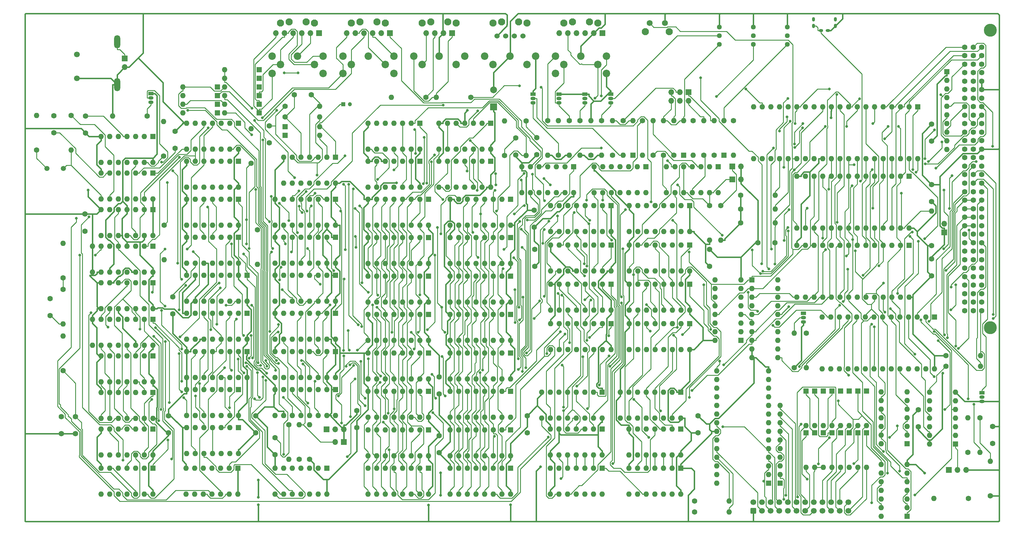
<source format=gbr>
%TF.GenerationSoftware,KiCad,Pcbnew,7.0.1*%
%TF.CreationDate,2024-03-20T10:55:23+03:00*%
%TF.ProjectId,delta48m,64656c74-6134-4386-9d2e-6b696361645f,1*%
%TF.SameCoordinates,Original*%
%TF.FileFunction,Copper,L2,Bot*%
%TF.FilePolarity,Positive*%
%FSLAX46Y46*%
G04 Gerber Fmt 4.6, Leading zero omitted, Abs format (unit mm)*
G04 Created by KiCad (PCBNEW 7.0.1) date 2024-03-20 10:55:23*
%MOMM*%
%LPD*%
G01*
G04 APERTURE LIST*
G04 Aperture macros list*
%AMRoundRect*
0 Rectangle with rounded corners*
0 $1 Rounding radius*
0 $2 $3 $4 $5 $6 $7 $8 $9 X,Y pos of 4 corners*
0 Add a 4 corners polygon primitive as box body*
4,1,4,$2,$3,$4,$5,$6,$7,$8,$9,$2,$3,0*
0 Add four circle primitives for the rounded corners*
1,1,$1+$1,$2,$3*
1,1,$1+$1,$4,$5*
1,1,$1+$1,$6,$7*
1,1,$1+$1,$8,$9*
0 Add four rect primitives between the rounded corners*
20,1,$1+$1,$2,$3,$4,$5,0*
20,1,$1+$1,$4,$5,$6,$7,0*
20,1,$1+$1,$6,$7,$8,$9,0*
20,1,$1+$1,$8,$9,$2,$3,0*%
G04 Aperture macros list end*
%TA.AperFunction,ComponentPad*%
%ADD10R,1.600000X1.600000*%
%TD*%
%TA.AperFunction,ComponentPad*%
%ADD11O,1.600000X1.600000*%
%TD*%
%TA.AperFunction,ComponentPad*%
%ADD12R,1.700000X1.700000*%
%TD*%
%TA.AperFunction,ComponentPad*%
%ADD13O,1.700000X1.700000*%
%TD*%
%TA.AperFunction,ComponentPad*%
%ADD14C,1.600000*%
%TD*%
%TA.AperFunction,ComponentPad*%
%ADD15C,2.100000*%
%TD*%
%TA.AperFunction,ComponentPad*%
%ADD16C,2.200000*%
%TD*%
%TA.AperFunction,ComponentPad*%
%ADD17O,1.800000X3.900000*%
%TD*%
%TA.AperFunction,ComponentPad*%
%ADD18R,1.500000X1.050000*%
%TD*%
%TA.AperFunction,ComponentPad*%
%ADD19O,1.500000X1.050000*%
%TD*%
%TA.AperFunction,ComponentPad*%
%ADD20C,1.440000*%
%TD*%
%TA.AperFunction,WasherPad*%
%ADD21C,3.800000*%
%TD*%
%TA.AperFunction,ComponentPad*%
%ADD22C,1.524000*%
%TD*%
%TA.AperFunction,ComponentPad*%
%ADD23C,1.500000*%
%TD*%
%TA.AperFunction,ComponentPad*%
%ADD24C,1.750000*%
%TD*%
%TA.AperFunction,ComponentPad*%
%ADD25R,1.200000X1.200000*%
%TD*%
%TA.AperFunction,ComponentPad*%
%ADD26C,1.200000*%
%TD*%
%TA.AperFunction,ComponentPad*%
%ADD27RoundRect,0.250000X0.600000X-0.600000X0.600000X0.600000X-0.600000X0.600000X-0.600000X-0.600000X0*%
%TD*%
%TA.AperFunction,ComponentPad*%
%ADD28C,1.700000*%
%TD*%
%TA.AperFunction,ComponentPad*%
%ADD29O,0.900000X1.300000*%
%TD*%
%TA.AperFunction,ComponentPad*%
%ADD30O,1.300000X0.900000*%
%TD*%
%TA.AperFunction,ComponentPad*%
%ADD31R,2.000000X2.000000*%
%TD*%
%TA.AperFunction,ComponentPad*%
%ADD32C,2.000000*%
%TD*%
%TA.AperFunction,ViaPad*%
%ADD33C,0.800000*%
%TD*%
%TA.AperFunction,Conductor*%
%ADD34C,0.250000*%
%TD*%
%TA.AperFunction,Conductor*%
%ADD35C,0.400000*%
%TD*%
G04 APERTURE END LIST*
D10*
%TO.P,U68,1,A15*%
%TO.N,unconnected-(U68-A15-Pad1)*%
X288450000Y-209820000D03*
D11*
%TO.P,U68,2,A12*%
%TO.N,RA13*%
X288450000Y-207280000D03*
%TO.P,U68,3,A7*%
%TO.N,JOY5*%
X288450000Y-204740000D03*
%TO.P,U68,4,A6*%
%TO.N,JOY6*%
X288450000Y-202200000D03*
%TO.P,U68,5,A5*%
%TO.N,JOY7*%
X288450000Y-199660000D03*
%TO.P,U68,6,A4*%
%TO.N,KBD8*%
X288450000Y-197120000D03*
%TO.P,U68,7,A3*%
%TO.N,KBD9*%
X288450000Y-194580000D03*
%TO.P,U68,8,A2*%
%TO.N,KBD10*%
X288450000Y-192040000D03*
%TO.P,U68,9,A1*%
%TO.N,KBD11*%
X288450000Y-189500000D03*
%TO.P,U68,10,A0*%
%TO.N,KBD12*%
X288450000Y-186960000D03*
%TO.P,U68,11,D0*%
%TO.N,KB0*%
X288450000Y-184420000D03*
%TO.P,U68,12,D1*%
%TO.N,KB1*%
X288450000Y-181880000D03*
%TO.P,U68,13,D2*%
%TO.N,KB2*%
X288450000Y-179340000D03*
%TO.P,U68,14,GND*%
%TO.N,GND*%
X288450000Y-176800000D03*
%TO.P,U68,15,D3*%
%TO.N,KB3*%
X273210000Y-176800000D03*
%TO.P,U68,16,D4*%
%TO.N,KB4*%
X273210000Y-179340000D03*
%TO.P,U68,17,D5*%
%TO.N,KB5*%
X273210000Y-181880000D03*
%TO.P,U68,18,D6*%
%TO.N,unconnected-(U68-D6-Pad18)*%
X273210000Y-184420000D03*
%TO.P,U68,19,D7*%
%TO.N,KB7*%
X273210000Y-186960000D03*
%TO.P,U68,20,~{CE}*%
%TO.N,unconnected-(U68-~{CE}-Pad20)*%
X273210000Y-189500000D03*
%TO.P,U68,21,A10*%
%TO.N,KBD2*%
X273210000Y-192040000D03*
%TO.P,U68,22,~{OE}*%
%TO.N,GND*%
X273210000Y-194580000D03*
%TO.P,U68,23,A11*%
%TO.N,RA8*%
X273210000Y-197120000D03*
%TO.P,U68,24,A9*%
%TO.N,JOY3*%
X273210000Y-199660000D03*
%TO.P,U68,25,A8*%
%TO.N,JOY4*%
X273210000Y-202200000D03*
%TO.P,U68,26,A13*%
%TO.N,RA15*%
X273210000Y-204740000D03*
%TO.P,U68,27,A14*%
%TO.N,unconnected-(U68-A14-Pad27)*%
X273210000Y-207280000D03*
%TO.P,U68,28,VCC*%
%TO.N,+5V*%
X273210000Y-209820000D03*
%TD*%
D10*
%TO.P,U11,1*%
%TO.N,unconnected-(U11-Pad1)*%
X132597000Y-103922000D03*
D11*
%TO.P,U11,2*%
%TO.N,unconnected-(U11-Pad2)*%
X130057000Y-103922000D03*
%TO.P,U11,3*%
%TO.N,unconnected-(U11-Pad3)*%
X127517000Y-103922000D03*
%TO.P,U11,4*%
%TO.N,Net-(U4-QA)*%
X124977000Y-103922000D03*
%TO.P,U11,5*%
%TO.N,7MHZ*%
X122437000Y-103922000D03*
%TO.P,U11,6*%
%TO.N,Net-(U11-Pad12)*%
X119897000Y-103922000D03*
%TO.P,U11,7,GND*%
%TO.N,GND*%
X117357000Y-103922000D03*
%TO.P,U11,8*%
%TO.N,Net-(U11-Pad8)*%
X117357000Y-111542000D03*
%TO.P,U11,9*%
%TO.N,Net-(U4-QB)*%
X119897000Y-111542000D03*
%TO.P,U11,10*%
%TO.N,Net-(U4-QA)*%
X122437000Y-111542000D03*
%TO.P,U11,11*%
%TO.N,Net-(U1-Pad5)*%
X124977000Y-111542000D03*
%TO.P,U11,12*%
%TO.N,Net-(U11-Pad12)*%
X127517000Y-111542000D03*
%TO.P,U11,13*%
%TO.N,ZPRGBD*%
X130057000Y-111542000D03*
%TO.P,U11,14,VCC*%
%TO.N,+5V*%
X132597000Y-111542000D03*
%TD*%
D12*
%TO.P,J9,1,Pin_1*%
%TO.N,Contact1*%
X177169000Y-77438200D03*
D13*
%TO.P,J9,2,Pin_2*%
%TO.N,Left1*%
X174629000Y-77438200D03*
%TO.P,J9,3,Pin_3*%
%TO.N,Right1*%
X172089000Y-77438200D03*
%TO.P,J9,4,Pin_4*%
%TO.N,Down1*%
X169549000Y-77438200D03*
%TO.P,J9,5,Pin_5*%
%TO.N,Up1*%
X167009000Y-77438200D03*
%TO.P,J9,6,Pin_6*%
%TO.N,Fire1*%
X164469000Y-77438200D03*
%TD*%
D14*
%TO.P,R35,1*%
%TO.N,Net-(R35-Pad1)*%
X254512000Y-113310000D03*
D11*
%TO.P,R35,2*%
%TO.N,SYNCRO*%
X254512000Y-103150000D03*
%TD*%
D14*
%TO.P,R53,1*%
%TO.N,Net-(R53-Pad1)*%
X340618000Y-175413000D03*
D11*
%TO.P,R53,2*%
%TO.N,\u0427\u0422\u041F\u0417\u0423L*%
X350778000Y-175413000D03*
%TD*%
D10*
%TO.P,U57,1,Ds*%
%TO.N,unconnected-(U57-Ds-Pad1)*%
X239531000Y-193838000D03*
D11*
%TO.P,U57,2,P0*%
%TO.N,BD4*%
X236991000Y-193838000D03*
%TO.P,U57,3,P1*%
%TO.N,BD5*%
X234451000Y-193838000D03*
%TO.P,U57,4,P2*%
%TO.N,BD6*%
X231911000Y-193838000D03*
%TO.P,U57,5,P3*%
%TO.N,BD7*%
X229371000Y-193838000D03*
%TO.P,U57,6,Pe*%
%TO.N,+5V*%
X226831000Y-193838000D03*
%TO.P,U57,7,GND*%
%TO.N,GND*%
X224291000Y-193838000D03*
%TO.P,U57,8,OE*%
%TO.N,+5V*%
X224291000Y-201458000D03*
%TO.P,U57,9,Cp*%
%TO.N,ZPRGBD*%
X226831000Y-201458000D03*
%TO.P,U57,10,Q3*%
%TO.N,Net-(U57-Q3)*%
X229371000Y-201458000D03*
%TO.P,U57,11,Q2*%
%TO.N,Net-(U57-Q2)*%
X231911000Y-201458000D03*
%TO.P,U57,12,Q1*%
%TO.N,Net-(U57-Q1)*%
X234451000Y-201458000D03*
%TO.P,U57,13,Q0*%
%TO.N,Net-(U57-Q0)*%
X236991000Y-201458000D03*
%TO.P,U57,14,VCC*%
%TO.N,+5V*%
X239531000Y-201458000D03*
%TD*%
D10*
%TO.P,U27,1,OEa*%
%TO.N,GND*%
X161177000Y-182234100D03*
D11*
%TO.P,U27,2,A1*%
%TO.N,OZUMPN*%
X158637000Y-182234100D03*
%TO.P,U27,3,I3a*%
%TO.N,Net-(JP3-B)*%
X156097000Y-182234100D03*
%TO.P,U27,4,I2a*%
X153557000Y-182234100D03*
%TO.P,U27,5,I1a*%
X151017000Y-182234100D03*
%TO.P,U27,6,I0a*%
X148477000Y-182234100D03*
%TO.P,U27,7,Za*%
%TO.N,ADR7*%
X145937000Y-182234100D03*
%TO.P,U27,8,GND*%
%TO.N,GND*%
X143397000Y-182234100D03*
%TO.P,U27,9,Zb*%
%TO.N,ADR6*%
X143397000Y-189854100D03*
%TO.P,U27,10,I0b*%
%TO.N,GND*%
X145937000Y-189854100D03*
%TO.P,U27,11,I1b*%
%TO.N,BA6*%
X148477000Y-189854100D03*
%TO.P,U27,12,I2b*%
%TO.N,A13*%
X151017000Y-189854100D03*
%TO.P,U27,13,I3b*%
%TO.N,A6*%
X153557000Y-189854100D03*
%TO.P,U27,14,A0*%
%TO.N,BMX*%
X156097000Y-189854100D03*
%TO.P,U27,15,OEb*%
%TO.N,GND*%
X158637000Y-189854100D03*
%TO.P,U27,16,VCC*%
%TO.N,+5V*%
X161177000Y-189854100D03*
%TD*%
D10*
%TO.P,U36,1,NC*%
%TO.N,unconnected-(U36-NC-Pad1)*%
X188487000Y-182795500D03*
D11*
%TO.P,U36,2,Din*%
%TO.N,D5*%
X185947000Y-182795500D03*
%TO.P,U36,3,~{WRITE}*%
%TO.N,WEL*%
X183407000Y-182795500D03*
%TO.P,U36,4,~{RAS}*%
%TO.N,RASL*%
X180867000Y-182795500D03*
%TO.P,U36,5,A0*%
%TO.N,MUX1_Y1*%
X178327000Y-182795500D03*
%TO.P,U36,6,A2*%
%TO.N,MUX1_Y3*%
X175787000Y-182795500D03*
%TO.P,U36,7,A1*%
%TO.N,MUX1_Y2*%
X173247000Y-182795500D03*
%TO.P,U36,8,Vcc*%
%TO.N,+5V*%
X170707000Y-182795500D03*
%TO.P,U36,9,A7*%
%TO.N,MUX2_Y4*%
X170707000Y-190415500D03*
%TO.P,U36,10,A5*%
%TO.N,MUX2_Y2*%
X173247000Y-190415500D03*
%TO.P,U36,11,A4*%
%TO.N,MUX2_Y1*%
X175787000Y-190415500D03*
%TO.P,U36,12,A3*%
%TO.N,MUX1_Y4*%
X178327000Y-190415500D03*
%TO.P,U36,13,A6*%
%TO.N,MUX2_Y3*%
X180867000Y-190415500D03*
%TO.P,U36,14,Dout*%
%TO.N,D5*%
X183407000Y-190415500D03*
%TO.P,U36,15,~{CAS}*%
%TO.N,CASL*%
X185947000Y-190415500D03*
%TO.P,U36,16,Vss*%
%TO.N,GND*%
X188487000Y-190415500D03*
%TD*%
D15*
%TO.P,J3,*%
%TO.N,*%
X186647000Y-74487000D03*
X189147000Y-74187000D03*
X194147000Y-74187000D03*
X196647000Y-74487000D03*
D16*
%TO.P,J3,1*%
%TO.N,MAG_OUT*%
X184147000Y-84187000D03*
%TO.P,J3,2*%
%TO.N,GND*%
X191647000Y-84187000D03*
%TO.P,J3,3*%
%TO.N,MAG_IN*%
X199147000Y-84187000D03*
%TO.P,J3,4*%
%TO.N,AUDIO*%
X186647000Y-86687000D03*
%TO.P,J3,5*%
%TO.N,unconnected-(J3-Pad5)*%
X196647000Y-86687000D03*
%TD*%
D15*
%TO.P,J6,*%
%TO.N,*%
X165819000Y-74487000D03*
X168319000Y-74187000D03*
X173319000Y-74187000D03*
X175819000Y-74487000D03*
D16*
%TO.P,J6,1*%
%TO.N,Contact1*%
X163319000Y-84187000D03*
%TO.P,J6,2*%
%TO.N,Left1*%
X170819000Y-84187000D03*
%TO.P,J6,3*%
%TO.N,Right1*%
X178319000Y-84187000D03*
%TO.P,J6,4*%
%TO.N,Down1*%
X165819000Y-86687000D03*
%TO.P,J6,5*%
%TO.N,Up1*%
X175819000Y-86687000D03*
%TO.P,J6,6*%
%TO.N,Fire1*%
X163319000Y-89287000D03*
%TO.P,J6,7*%
%TO.N,unconnected-(J6-Pad7)*%
X178319000Y-89287000D03*
%TD*%
D10*
%TO.P,U3,1,~{R}*%
%TO.N,+5V*%
X107461000Y-129359000D03*
D11*
%TO.P,U3,2,D*%
%TO.N,7MHZ*%
X104921000Y-129359000D03*
%TO.P,U3,3,C*%
%TO.N,Net-(U3A-C)*%
X102381000Y-129359000D03*
%TO.P,U3,4,~{S}*%
%TO.N,+5V*%
X99841000Y-129359000D03*
%TO.P,U3,5,Q*%
%TO.N,Net-(U20A-C)*%
X97301000Y-129359000D03*
%TO.P,U3,6,~{Q}*%
%TO.N,7MHZ*%
X94761000Y-129359000D03*
%TO.P,U3,7,GND*%
%TO.N,GND*%
X92221000Y-129359000D03*
%TO.P,U3,8,~{Q}*%
%TO.N,ZPRGBD*%
X92221000Y-136979000D03*
%TO.P,U3,9,Q*%
%TO.N,unconnected-(U3B-Q-Pad9)*%
X94761000Y-136979000D03*
%TO.P,U3,10,~{S}*%
%TO.N,+5V*%
X97301000Y-136979000D03*
%TO.P,U3,11,C*%
%TO.N,7MHZ*%
X99841000Y-136979000D03*
%TO.P,U3,12,D*%
%TO.N,Net-(U3B-D)*%
X102381000Y-136979000D03*
%TO.P,U3,13,~{R}*%
%TO.N,+5V*%
X104921000Y-136979000D03*
%TO.P,U3,14,VCC*%
X107461000Y-136979000D03*
%TD*%
D17*
%TO.P,LS1,1,1*%
%TO.N,AUDIO*%
X96958600Y-79979400D03*
%TO.P,LS1,2,2*%
%TO.N,GND*%
X96958600Y-92579400D03*
%TD*%
D10*
%TO.P,U43,1,NC*%
%TO.N,unconnected-(U43-NC-Pad1)*%
X212612000Y-148896400D03*
D11*
%TO.P,U43,2,Din*%
%TO.N,D2*%
X210072000Y-148896400D03*
%TO.P,U43,3,~{WRITE}*%
%TO.N,BWEL*%
X207532000Y-148896400D03*
%TO.P,U43,4,~{RAS}*%
%TO.N,BRASL*%
X204992000Y-148896400D03*
%TO.P,U43,5,A0*%
%TO.N,ADR0*%
X202452000Y-148896400D03*
%TO.P,U43,6,A2*%
%TO.N,ADR2*%
X199912000Y-148896400D03*
%TO.P,U43,7,A1*%
%TO.N,ADR1*%
X197372000Y-148896400D03*
%TO.P,U43,8,Vcc*%
%TO.N,+5V*%
X194832000Y-148896400D03*
%TO.P,U43,9,A7*%
%TO.N,ADR7*%
X194832000Y-156516400D03*
%TO.P,U43,10,A5*%
%TO.N,ADR5*%
X197372000Y-156516400D03*
%TO.P,U43,11,A4*%
%TO.N,ADR4*%
X199912000Y-156516400D03*
%TO.P,U43,12,A3*%
%TO.N,ADR3*%
X202452000Y-156516400D03*
%TO.P,U43,13,A6*%
%TO.N,ADR6*%
X204992000Y-156516400D03*
%TO.P,U43,14,Dout*%
%TO.N,BD2*%
X207532000Y-156516400D03*
%TO.P,U43,15,~{CAS}*%
%TO.N,BCASL*%
X210072000Y-156516400D03*
%TO.P,U43,16,Vss*%
%TO.N,GND*%
X212612000Y-156516400D03*
%TD*%
D14*
%TO.P,R5,1*%
%TO.N,BA2*%
X81030000Y-149378000D03*
D11*
%TO.P,R5,2*%
%TO.N,Net-(U5-C1)*%
X81030000Y-139218000D03*
%TD*%
D10*
%TO.P,U48,1,NC*%
%TO.N,unconnected-(U48-NC-Pad1)*%
X212612000Y-205395000D03*
D11*
%TO.P,U48,2,Din*%
%TO.N,D7*%
X210072000Y-205395000D03*
%TO.P,U48,3,~{WRITE}*%
%TO.N,BWEL*%
X207532000Y-205395000D03*
%TO.P,U48,4,~{RAS}*%
%TO.N,BRASL*%
X204992000Y-205395000D03*
%TO.P,U48,5,A0*%
%TO.N,ADR0*%
X202452000Y-205395000D03*
%TO.P,U48,6,A2*%
%TO.N,ADR2*%
X199912000Y-205395000D03*
%TO.P,U48,7,A1*%
%TO.N,ADR1*%
X197372000Y-205395000D03*
%TO.P,U48,8,Vcc*%
%TO.N,+5V*%
X194832000Y-205395000D03*
%TO.P,U48,9,A7*%
%TO.N,ADR7*%
X194832000Y-213015000D03*
%TO.P,U48,10,A5*%
%TO.N,ADR5*%
X197372000Y-213015000D03*
%TO.P,U48,11,A4*%
%TO.N,ADR4*%
X199912000Y-213015000D03*
%TO.P,U48,12,A3*%
%TO.N,ADR3*%
X202452000Y-213015000D03*
%TO.P,U48,13,A6*%
%TO.N,ADR6*%
X204992000Y-213015000D03*
%TO.P,U48,14,Dout*%
%TO.N,BD7*%
X207532000Y-213015000D03*
%TO.P,U48,15,~{CAS}*%
%TO.N,BCASL*%
X210072000Y-213015000D03*
%TO.P,U48,16,Vss*%
%TO.N,GND*%
X212612000Y-213015000D03*
%TD*%
D10*
%TO.P,U64,1,Ds*%
%TO.N,unconnected-(U64-Ds-Pad1)*%
X262645000Y-193838000D03*
D11*
%TO.P,U64,2,P0*%
%TO.N,BD0*%
X260105000Y-193838000D03*
%TO.P,U64,3,P1*%
%TO.N,BD1*%
X257565000Y-193838000D03*
%TO.P,U64,4,P2*%
%TO.N,BD2*%
X255025000Y-193838000D03*
%TO.P,U64,5,P3*%
%TO.N,BD3*%
X252485000Y-193838000D03*
%TO.P,U64,6,Pe*%
%TO.N,+5V*%
X249945000Y-193838000D03*
%TO.P,U64,7,GND*%
%TO.N,GND*%
X247405000Y-193838000D03*
%TO.P,U64,8,OE*%
%TO.N,+5V*%
X247405000Y-201458000D03*
%TO.P,U64,9,Cp*%
%TO.N,ZPRGBD*%
X249945000Y-201458000D03*
%TO.P,U64,10,Q3*%
%TO.N,Net-(U64-Q3)*%
X252485000Y-201458000D03*
%TO.P,U64,11,Q2*%
%TO.N,Net-(U64-Q2)*%
X255025000Y-201458000D03*
%TO.P,U64,12,Q1*%
%TO.N,Net-(U64-Q1)*%
X257565000Y-201458000D03*
%TO.P,U64,13,Q0*%
%TO.N,Net-(U64-Q0)*%
X260105000Y-201458000D03*
%TO.P,U64,14,VCC*%
%TO.N,+5V*%
X262645000Y-201458000D03*
%TD*%
D14*
%TO.P,R54,1*%
%TO.N,+5V*%
X347095000Y-200686000D03*
D11*
%TO.P,R54,2*%
%TO.N,STROBL*%
X347095000Y-190526000D03*
%TD*%
D12*
%TO.P,JP1,1,A*%
%TO.N,Net-(JP1-A)*%
X158515000Y-193955000D03*
D13*
%TO.P,JP1,2,C*%
%TO.N,Net-(JP1-C)*%
X161055000Y-193955000D03*
%TO.P,JP1,3,B*%
%TO.N,GND*%
X163595000Y-193955000D03*
%TD*%
D14*
%TO.P,C23,1*%
%TO.N,+5V*%
X271149000Y-146036000D03*
%TO.P,C23,2*%
%TO.N,GND*%
X271149000Y-141036000D03*
%TD*%
%TO.P,C19,1*%
%TO.N,+5V*%
X219587000Y-134479000D03*
%TO.P,C19,2*%
%TO.N,GND*%
X219587000Y-129479000D03*
%TD*%
D18*
%TO.P,Q3,1,C*%
%TO.N,+5V*%
X219227000Y-95403000D03*
D19*
%TO.P,Q3,2,B*%
%TO.N,SYNCRO*%
X219227000Y-96673000D03*
%TO.P,Q3,3,E*%
%TO.N,Net-(Q3-E)*%
X219227000Y-97943000D03*
%TD*%
D14*
%TO.P,R56,1*%
%TO.N,GND*%
X353695000Y-213487000D03*
D11*
%TO.P,R56,2*%
%TO.N,Net-(Q7-B)*%
X353695000Y-203327000D03*
%TD*%
D10*
%TO.P,U23,1,OEa*%
%TO.N,GND*%
X161177000Y-137484300D03*
D11*
%TO.P,U23,2,A1*%
%TO.N,OZUMPN*%
X158637000Y-137484300D03*
%TO.P,U23,3,I3a*%
%TO.N,A0*%
X156097000Y-137484300D03*
%TO.P,U23,4,I2a*%
%TO.N,A7*%
X153557000Y-137484300D03*
%TO.P,U23,5,I1a*%
%TO.N,BA0*%
X151017000Y-137484300D03*
%TO.P,U23,6,I0a*%
%TO.N,BA7*%
X148477000Y-137484300D03*
%TO.P,U23,7,Za*%
%TO.N,ADR0*%
X145937000Y-137484300D03*
%TO.P,U23,8,GND*%
%TO.N,GND*%
X143397000Y-137484300D03*
%TO.P,U23,9,Zb*%
%TO.N,ADR1*%
X143397000Y-145104300D03*
%TO.P,U23,10,I0b*%
%TO.N,BA8*%
X145937000Y-145104300D03*
%TO.P,U23,11,I1b*%
%TO.N,BA1*%
X148477000Y-145104300D03*
%TO.P,U23,12,I2b*%
%TO.N,A8*%
X151017000Y-145104300D03*
%TO.P,U23,13,I3b*%
%TO.N,A1*%
X153557000Y-145104300D03*
%TO.P,U23,14,A0*%
%TO.N,BMX*%
X156097000Y-145104300D03*
%TO.P,U23,15,OEb*%
%TO.N,GND*%
X158637000Y-145104300D03*
%TO.P,U23,16,VCC*%
%TO.N,+5V*%
X161177000Y-145104300D03*
%TD*%
D10*
%TO.P,U49,1*%
%TO.N,Net-(U10-Pad3)*%
X231144000Y-116749000D03*
D11*
%TO.P,U49,2*%
%TO.N,\u0422\u0410\u041A\u0422*%
X228604000Y-116749000D03*
%TO.P,U49,3*%
%TO.N,unconnected-(U49-Pad3)*%
X226064000Y-116749000D03*
%TO.P,U49,4*%
%TO.N,unconnected-(U49-Pad4)*%
X223524000Y-116749000D03*
%TO.P,U49,5*%
%TO.N,A14*%
X220984000Y-116749000D03*
%TO.P,U49,6*%
%TO.N,Net-(U29-Pad2)*%
X218444000Y-116749000D03*
%TO.P,U49,7,GND*%
%TO.N,GND*%
X215904000Y-116749000D03*
%TO.P,U49,8*%
%TO.N,Net-(U30-Pad8)*%
X215904000Y-124369000D03*
%TO.P,U49,9*%
%TO.N,VIBOZUL*%
X218444000Y-124369000D03*
%TO.P,U49,10*%
%TO.N,unconnected-(U49-Pad10)*%
X220984000Y-124369000D03*
%TO.P,U49,11*%
%TO.N,unconnected-(U49-Pad11)*%
X223524000Y-124369000D03*
%TO.P,U49,12*%
%TO.N,Net-(U49-Pad12)*%
X226064000Y-124369000D03*
%TO.P,U49,13*%
%TO.N,Net-(U14-Pad3)*%
X228604000Y-124369000D03*
%TO.P,U49,14,VCC*%
%TO.N,+5V*%
X231144000Y-124369000D03*
%TD*%
D10*
%TO.P,U72,1,A15*%
%TO.N,unconnected-(U72-A15-Pad1)*%
X337241600Y-160928000D03*
D11*
%TO.P,U72,2,A12*%
%TO.N,BUSY*%
X334701600Y-160928000D03*
%TO.P,U72,3,A7*%
%TO.N,A15*%
X332161600Y-160928000D03*
%TO.P,U72,4,A6*%
%TO.N,A14*%
X329621600Y-160928000D03*
%TO.P,U72,5,A5*%
%TO.N,A13*%
X327081600Y-160928000D03*
%TO.P,U72,6,A4*%
%TO.N,A12*%
X324541600Y-160928000D03*
%TO.P,U72,7,A3*%
%TO.N,A11*%
X322001600Y-160928000D03*
%TO.P,U72,8,A2*%
%TO.N,A10*%
X319461600Y-160928000D03*
%TO.P,U72,9,A1*%
%TO.N,A9*%
X316921600Y-160928000D03*
%TO.P,U72,10,A0*%
%TO.N,A8*%
X314381600Y-160928000D03*
%TO.P,U72,11,D0*%
%TO.N,Net-(U72-D0)*%
X311841600Y-160928000D03*
%TO.P,U72,12,D1*%
%TO.N,Net-(U67-STB)*%
X309301600Y-160928000D03*
%TO.P,U72,13,D2*%
%TO.N,Net-(U66-Cp)*%
X306761600Y-160928000D03*
%TO.P,U72,14,GND*%
%TO.N,GND*%
X304221600Y-160928000D03*
%TO.P,U72,15,D3*%
%TO.N,B21_SNP*%
X304221600Y-176168000D03*
%TO.P,U72,16,D4*%
%TO.N,B29_SNP*%
X306761600Y-176168000D03*
%TO.P,U72,17,D5*%
%TO.N,A28_SNP*%
X309301600Y-176168000D03*
%TO.P,U72,18,D6*%
%TO.N,B28_SNP*%
X311841600Y-176168000D03*
%TO.P,U72,19,D7*%
%TO.N,B22_SNP*%
X314381600Y-176168000D03*
%TO.P,U72,20,~{CE}*%
%TO.N,unconnected-(U72-~{CE}-Pad20)*%
X316921600Y-176168000D03*
%TO.P,U72,21,A10*%
%TO.N,\u0417\u041FL*%
X319461600Y-176168000D03*
%TO.P,U72,22,~{OE}*%
%TO.N,GND*%
X322001600Y-176168000D03*
%TO.P,U72,23,A11*%
%TO.N,A1*%
X324541600Y-176168000D03*
%TO.P,U72,24,A9*%
%TO.N,\u0427\u0422L*%
X327081600Y-176168000D03*
%TO.P,U72,25,A8*%
%TO.N,\u0412\u0423L*%
X329621600Y-176168000D03*
%TO.P,U72,26,A13*%
%TO.N,unconnected-(U72-A13-Pad26)*%
X332161600Y-176168000D03*
%TO.P,U72,27,A14*%
%TO.N,unconnected-(U72-A14-Pad27)*%
X334701600Y-176168000D03*
%TO.P,U72,28,VCC*%
%TO.N,+5V*%
X337241600Y-176168000D03*
%TD*%
D14*
%TO.P,C30,1*%
%TO.N,+5V*%
X354334000Y-198106000D03*
%TO.P,C30,2*%
%TO.N,GND*%
X354334000Y-193106000D03*
%TD*%
D10*
%TO.P,U33,1,NC*%
%TO.N,unconnected-(U33-NC-Pad1)*%
X188487000Y-148896400D03*
D11*
%TO.P,U33,2,Din*%
%TO.N,D2*%
X185947000Y-148896400D03*
%TO.P,U33,3,~{WRITE}*%
%TO.N,WEL*%
X183407000Y-148896400D03*
%TO.P,U33,4,~{RAS}*%
%TO.N,RASL*%
X180867000Y-148896400D03*
%TO.P,U33,5,A0*%
%TO.N,MUX1_Y1*%
X178327000Y-148896400D03*
%TO.P,U33,6,A2*%
%TO.N,MUX1_Y3*%
X175787000Y-148896400D03*
%TO.P,U33,7,A1*%
%TO.N,MUX1_Y2*%
X173247000Y-148896400D03*
%TO.P,U33,8,Vcc*%
%TO.N,+5V*%
X170707000Y-148896400D03*
%TO.P,U33,9,A7*%
%TO.N,MUX2_Y4*%
X170707000Y-156516400D03*
%TO.P,U33,10,A5*%
%TO.N,MUX2_Y2*%
X173247000Y-156516400D03*
%TO.P,U33,11,A4*%
%TO.N,MUX2_Y1*%
X175787000Y-156516400D03*
%TO.P,U33,12,A3*%
%TO.N,MUX1_Y4*%
X178327000Y-156516400D03*
%TO.P,U33,13,A6*%
%TO.N,MUX2_Y3*%
X180867000Y-156516400D03*
%TO.P,U33,14,Dout*%
%TO.N,D2*%
X183407000Y-156516400D03*
%TO.P,U33,15,~{CAS}*%
%TO.N,CASL*%
X185947000Y-156516400D03*
%TO.P,U33,16,Vss*%
%TO.N,GND*%
X188487000Y-156516400D03*
%TD*%
D14*
%TO.P,C10,1*%
%TO.N,Net-(C10-Pad1)*%
X154056800Y-95548400D03*
%TO.P,C10,2*%
%TO.N,Net-(C10-Pad2)*%
X149056800Y-95548400D03*
%TD*%
D10*
%TO.P,U38,1,NC*%
%TO.N,unconnected-(U38-NC-Pad1)*%
X188487000Y-205395000D03*
D11*
%TO.P,U38,2,Din*%
%TO.N,D7*%
X185947000Y-205395000D03*
%TO.P,U38,3,~{WRITE}*%
%TO.N,WEL*%
X183407000Y-205395000D03*
%TO.P,U38,4,~{RAS}*%
%TO.N,RASL*%
X180867000Y-205395000D03*
%TO.P,U38,5,A0*%
%TO.N,MUX1_Y1*%
X178327000Y-205395000D03*
%TO.P,U38,6,A2*%
%TO.N,MUX1_Y3*%
X175787000Y-205395000D03*
%TO.P,U38,7,A1*%
%TO.N,MUX1_Y2*%
X173247000Y-205395000D03*
%TO.P,U38,8,Vcc*%
%TO.N,+5V*%
X170707000Y-205395000D03*
%TO.P,U38,9,A7*%
%TO.N,MUX2_Y4*%
X170707000Y-213015000D03*
%TO.P,U38,10,A5*%
%TO.N,MUX2_Y2*%
X173247000Y-213015000D03*
%TO.P,U38,11,A4*%
%TO.N,MUX2_Y1*%
X175787000Y-213015000D03*
%TO.P,U38,12,A3*%
%TO.N,MUX1_Y4*%
X178327000Y-213015000D03*
%TO.P,U38,13,A6*%
%TO.N,MUX2_Y3*%
X180867000Y-213015000D03*
%TO.P,U38,14,Dout*%
%TO.N,D7*%
X183407000Y-213015000D03*
%TO.P,U38,15,~{CAS}*%
%TO.N,CASL*%
X185947000Y-213015000D03*
%TO.P,U38,16,Vss*%
%TO.N,GND*%
X188487000Y-213015000D03*
%TD*%
D14*
%TO.P,R46,1*%
%TO.N,Net-(JP4-A)*%
X274451000Y-128169000D03*
D11*
%TO.P,R46,2*%
%TO.N,+5V*%
X274451000Y-138329000D03*
%TD*%
D10*
%TO.P,U59,1,~{Mr}*%
%TO.N,+5V*%
X265317000Y-128179000D03*
D11*
%TO.P,U59,2,Q0*%
%TO.N,Net-(U59-Q0)*%
X262777000Y-128179000D03*
%TO.P,U59,3,~{Q0}*%
%TO.N,unconnected-(U59-~{Q0}-Pad3)*%
X260237000Y-128179000D03*
%TO.P,U59,4,D0*%
%TO.N,D3*%
X257697000Y-128179000D03*
%TO.P,U59,5,D3*%
%TO.N,unconnected-(U59-D3-Pad5)*%
X255157000Y-128179000D03*
%TO.P,U59,6,~{Q1}*%
%TO.N,unconnected-(U59-~{Q1}-Pad6)*%
X252617000Y-128179000D03*
%TO.P,U59,7,Q1*%
%TO.N,unconnected-(U59-Q1-Pad7)*%
X250077000Y-128179000D03*
%TO.P,U59,8,GND*%
%TO.N,GND*%
X247537000Y-128179000D03*
%TO.P,U59,9,Cp*%
%TO.N,ZPRG+*%
X247537000Y-135799000D03*
%TO.P,U59,10,Q2*%
%TO.N,unconnected-(U59-Q2-Pad10)*%
X250077000Y-135799000D03*
%TO.P,U59,11,~{Q2}*%
%TO.N,unconnected-(U59-~{Q2}-Pad11)*%
X252617000Y-135799000D03*
%TO.P,U59,12,D1*%
%TO.N,unconnected-(U59-D1-Pad12)*%
X255157000Y-135799000D03*
%TO.P,U59,13,D2*%
%TO.N,unconnected-(U59-D2-Pad13)*%
X257697000Y-135799000D03*
%TO.P,U59,14,~{Q3}*%
%TO.N,unconnected-(U59-~{Q3}-Pad14)*%
X260237000Y-135799000D03*
%TO.P,U59,15,Q3*%
%TO.N,unconnected-(U59-Q3-Pad15)*%
X262777000Y-135799000D03*
%TO.P,U59,16,VCC*%
%TO.N,+5V*%
X265317000Y-135799000D03*
%TD*%
D20*
%TO.P,RV42,1,1*%
%TO.N,YG*%
X274044600Y-80714800D03*
%TO.P,RV42,2,2*%
%TO.N,Net-(Q6-B)*%
X274044600Y-78174800D03*
%TO.P,RV42,3,3*%
%TO.N,GND*%
X274044600Y-75634800D03*
%TD*%
D14*
%TO.P,R51,1*%
%TO.N,Net-(Q8-B)*%
X299597000Y-165634000D03*
D11*
%TO.P,R51,2*%
%TO.N,Net-(U72-D0)*%
X299597000Y-175794000D03*
%TD*%
D10*
%TO.P,U7,1*%
%TO.N,Net-(C3-Pad2)*%
X107461000Y-172359000D03*
D11*
%TO.P,U7,2*%
%TO.N,Net-(U6A-CP)*%
X104921000Y-172359000D03*
%TO.P,U7,3*%
%TO.N,Net-(U6B-Q4)*%
X102381000Y-172359000D03*
%TO.P,U7,4*%
%TO.N,Net-(U7-Pad4)*%
X99841000Y-172359000D03*
%TO.P,U7,5*%
X97301000Y-172359000D03*
%TO.P,U7,6*%
%TO.N,Net-(R6-Pad2)*%
X94761000Y-172359000D03*
%TO.P,U7,7,GND*%
%TO.N,GND*%
X92221000Y-172359000D03*
%TO.P,U7,8*%
%TO.N,Net-(C4-Pad2)*%
X92221000Y-179979000D03*
%TO.P,U7,9*%
%TO.N,Net-(U6A-Q4)*%
X94761000Y-179979000D03*
%TO.P,U7,10*%
%TO.N,Net-(U7-Pad10)*%
X97301000Y-179979000D03*
%TO.P,U7,11*%
%TO.N,Net-(U7-Pad11)*%
X99841000Y-179979000D03*
%TO.P,U7,12*%
%TO.N,Net-(U7-Pad12)*%
X102381000Y-179979000D03*
%TO.P,U7,13*%
%TO.N,Net-(U6B-D)*%
X104921000Y-179979000D03*
%TO.P,U7,14,VCC*%
%TO.N,+5V*%
X107461000Y-179979000D03*
%TD*%
D10*
%TO.P,U30,1*%
%TO.N,Net-(U29-Pad10)*%
X185937000Y-115109400D03*
D11*
%TO.P,U30,2*%
%TO.N,OZUMPN*%
X183397000Y-115109400D03*
%TO.P,U30,3*%
%TO.N,VIBOZUL*%
X180857000Y-115109400D03*
%TO.P,U30,4*%
%TO.N,Net-(U30-Pad4)*%
X178317000Y-115109400D03*
%TO.P,U30,5*%
%TO.N,GND*%
X175777000Y-115109400D03*
%TO.P,U30,6*%
%TO.N,\u0417\u041FL*%
X173237000Y-115109400D03*
%TO.P,U30,7,GND*%
%TO.N,GND*%
X170697000Y-115109400D03*
%TO.P,U30,8*%
%TO.N,Net-(U30-Pad8)*%
X170697000Y-122729400D03*
%TO.P,U30,9*%
%TO.N,\u0417\u041FL*%
X173237000Y-122729400D03*
%TO.P,U30,10*%
%TO.N,ZPRG+*%
X175777000Y-122729400D03*
%TO.P,U30,11*%
%TO.N,\u041E\u0417\u0423L*%
X178317000Y-122729400D03*
%TO.P,U30,12*%
%TO.N,Net-(U29-Pad12)*%
X180857000Y-122729400D03*
%TO.P,U30,13*%
%TO.N,OZUMPN*%
X183397000Y-122729400D03*
%TO.P,U30,14,VCC*%
%TO.N,+5V*%
X185937000Y-122729400D03*
%TD*%
D10*
%TO.P,D26,1,K*%
%TO.N,Contact2*%
X309630000Y-182652000D03*
D11*
%TO.P,D26,2,A*%
%TO.N,KBD18*%
X309630000Y-192812000D03*
%TD*%
D10*
%TO.P,D1,1,K*%
%TO.N,Right1*%
X138689800Y-88207800D03*
D11*
%TO.P,D1,2,A*%
%TO.N,JOY4*%
X128529800Y-88207800D03*
%TD*%
D14*
%TO.P,C16,1*%
%TO.N,+5V*%
X191647000Y-183541000D03*
%TO.P,C16,2*%
%TO.N,GND*%
X191647000Y-178541000D03*
%TD*%
D10*
%TO.P,U47,1,NC*%
%TO.N,unconnected-(U47-NC-Pad1)*%
X212612000Y-194095300D03*
D11*
%TO.P,U47,2,Din*%
%TO.N,D6*%
X210072000Y-194095300D03*
%TO.P,U47,3,~{WRITE}*%
%TO.N,BWEL*%
X207532000Y-194095300D03*
%TO.P,U47,4,~{RAS}*%
%TO.N,BRASL*%
X204992000Y-194095300D03*
%TO.P,U47,5,A0*%
%TO.N,ADR0*%
X202452000Y-194095300D03*
%TO.P,U47,6,A2*%
%TO.N,ADR2*%
X199912000Y-194095300D03*
%TO.P,U47,7,A1*%
%TO.N,ADR1*%
X197372000Y-194095300D03*
%TO.P,U47,8,Vcc*%
%TO.N,+5V*%
X194832000Y-194095300D03*
%TO.P,U47,9,A7*%
%TO.N,ADR7*%
X194832000Y-201715300D03*
%TO.P,U47,10,A5*%
%TO.N,ADR5*%
X197372000Y-201715300D03*
%TO.P,U47,11,A4*%
%TO.N,ADR4*%
X199912000Y-201715300D03*
%TO.P,U47,12,A3*%
%TO.N,ADR3*%
X202452000Y-201715300D03*
%TO.P,U47,13,A6*%
%TO.N,ADR6*%
X204992000Y-201715300D03*
%TO.P,U47,14,Dout*%
%TO.N,BD6*%
X207532000Y-201715300D03*
%TO.P,U47,15,~{CAS}*%
%TO.N,BCASL*%
X210072000Y-201715300D03*
%TO.P,U47,16,Vss*%
%TO.N,GND*%
X212612000Y-201715300D03*
%TD*%
D14*
%TO.P,R8,1*%
%TO.N,Net-(R8-Pad1)*%
X110621000Y-113564000D03*
D11*
%TO.P,R8,2*%
%TO.N,Net-(C32-Pad2)*%
X110621000Y-103404000D03*
%TD*%
D14*
%TO.P,R41,1*%
%TO.N,Net-(U53-Zb)*%
X278134000Y-103150000D03*
D11*
%TO.P,R41,2*%
%TO.N,Net-(D13-K)*%
X278134000Y-113310000D03*
%TD*%
D10*
%TO.P,U52,1,~{Mr}*%
%TO.N,+5V*%
X242203000Y-128179000D03*
D11*
%TO.P,U52,2,Q0*%
%TO.N,Net-(U52-Q0)*%
X239663000Y-128179000D03*
%TO.P,U52,3,~{Q0}*%
%TO.N,unconnected-(U52-~{Q0}-Pad3)*%
X237123000Y-128179000D03*
%TO.P,U52,4,D0*%
%TO.N,D0*%
X234583000Y-128179000D03*
%TO.P,U52,5,D3*%
%TO.N,D4*%
X232043000Y-128179000D03*
%TO.P,U52,6,~{Q1}*%
%TO.N,unconnected-(U52-~{Q1}-Pad6)*%
X229503000Y-128179000D03*
%TO.P,U52,7,Q1*%
%TO.N,UZVUK*%
X226963000Y-128179000D03*
%TO.P,U52,8,GND*%
%TO.N,GND*%
X224423000Y-128179000D03*
%TO.P,U52,9,Cp*%
%TO.N,ZPRG+*%
X224423000Y-135799000D03*
%TO.P,U52,10,Q2*%
%TO.N,Net-(U52-Q2)*%
X226963000Y-135799000D03*
%TO.P,U52,11,~{Q2}*%
%TO.N,unconnected-(U52-~{Q2}-Pad11)*%
X229503000Y-135799000D03*
%TO.P,U52,12,D1*%
%TO.N,D1*%
X232043000Y-135799000D03*
%TO.P,U52,13,D2*%
%TO.N,D2*%
X234583000Y-135799000D03*
%TO.P,U52,14,~{Q3}*%
%TO.N,unconnected-(U52-~{Q3}-Pad14)*%
X237123000Y-135799000D03*
%TO.P,U52,15,Q3*%
%TO.N,Net-(U52-Q3)*%
X239663000Y-135799000D03*
%TO.P,U52,16,VCC*%
%TO.N,+5V*%
X242203000Y-135799000D03*
%TD*%
D14*
%TO.P,R15,1*%
%TO.N,\u0422\u0410\u041A\u0422*%
X236224000Y-113310000D03*
D11*
%TO.P,R15,2*%
%TO.N,+5V*%
X236224000Y-103150000D03*
%TD*%
D12*
%TO.P,JP3,1,A*%
%TO.N,GND*%
X163565000Y-197638000D03*
D13*
%TO.P,JP3,2,B*%
%TO.N,Net-(JP3-B)*%
X161025000Y-197638000D03*
%TD*%
D10*
%TO.P,D23,1,K*%
%TO.N,RA8*%
X302010000Y-182652000D03*
D11*
%TO.P,D23,2,A*%
%TO.N,KBD14*%
X302010000Y-192812000D03*
%TD*%
D10*
%TO.P,U39,1*%
%TO.N,Net-(U39-Pad1)*%
X206765000Y-103922000D03*
D11*
%TO.P,U39,2*%
%TO.N,Net-(C21-Pad1)*%
X204225000Y-103922000D03*
%TO.P,U39,3*%
%TO.N,MUX_S*%
X201685000Y-103922000D03*
%TO.P,U39,4*%
%TO.N,GND*%
X199145000Y-103922000D03*
%TO.P,U39,5*%
%TO.N,\u041E\u0417\u0423L*%
X196605000Y-103922000D03*
%TO.P,U39,6*%
%TO.N,RASL*%
X194065000Y-103922000D03*
%TO.P,U39,7,GND*%
%TO.N,GND*%
X191525000Y-103922000D03*
%TO.P,U39,8*%
%TO.N,CASL*%
X191525000Y-111542000D03*
%TO.P,U39,9*%
%TO.N,RASL*%
X194065000Y-111542000D03*
%TO.P,U39,10*%
%TO.N,Net-(C22-Pad1)*%
X196605000Y-111542000D03*
%TO.P,U39,11*%
%TO.N,WEL*%
X199145000Y-111542000D03*
%TO.P,U39,12*%
%TO.N,\u0417\u041FL*%
X201685000Y-111542000D03*
%TO.P,U39,13*%
%TO.N,GND*%
X204225000Y-111542000D03*
%TO.P,U39,14,VCC*%
%TO.N,+5V*%
X206765000Y-111542000D03*
%TD*%
D14*
%TO.P,C22,1*%
%TO.N,Net-(C22-Pad1)*%
X220349000Y-108151200D03*
%TO.P,C22,2*%
%TO.N,GND*%
X220349000Y-113151200D03*
%TD*%
D12*
%TO.P,J12,1,Pin_1*%
%TO.N,MAG_OUT*%
X195447000Y-77438200D03*
D13*
%TO.P,J12,2,Pin_2*%
%TO.N,GND*%
X192907000Y-77438200D03*
%TO.P,J12,3,Pin_3*%
%TO.N,MAG_IN*%
X190367000Y-77438200D03*
%TO.P,J12,4,Pin_4*%
%TO.N,AUDIO*%
X187827000Y-77438200D03*
%TD*%
D10*
%TO.P,D9,1,K*%
%TO.N,Up2*%
X138715200Y-98393200D03*
D11*
%TO.P,D9,2,A*%
%TO.N,JOY6*%
X128555200Y-98393200D03*
%TD*%
D14*
%TO.P,C25,1*%
%TO.N,\u0421\u0411\u0420\u041E\u0421L*%
X290326000Y-139091000D03*
%TO.P,C25,2*%
%TO.N,GND*%
X285326000Y-139091000D03*
%TD*%
D10*
%TO.P,U10,1*%
%TO.N,Net-(U10-Pad1)*%
X107456000Y-205395000D03*
D11*
%TO.P,U10,2*%
%TO.N,Net-(U20A-Q)*%
X104916000Y-205395000D03*
%TO.P,U10,3*%
%TO.N,Net-(U10-Pad3)*%
X102376000Y-205395000D03*
%TO.P,U10,4*%
%TO.N,Net-(U10-Pad4)*%
X99836000Y-205395000D03*
%TO.P,U10,5*%
%TO.N,Net-(U10-Pad5)*%
X97296000Y-205395000D03*
%TO.P,U10,6*%
%TO.N,Net-(U20B-D)*%
X94756000Y-205395000D03*
%TO.P,U10,7,GND*%
%TO.N,GND*%
X92216000Y-205395000D03*
%TO.P,U10,8*%
%TO.N,unconnected-(U10-Pad8)*%
X92216000Y-213015000D03*
%TO.P,U10,9*%
%TO.N,unconnected-(U10-Pad9)*%
X94756000Y-213015000D03*
%TO.P,U10,10*%
%TO.N,unconnected-(U10-Pad10)*%
X97296000Y-213015000D03*
%TO.P,U10,11*%
%TO.N,Net-(U20A-~{S})*%
X99836000Y-213015000D03*
%TO.P,U10,12*%
%TO.N,Net-(U20B-D)*%
X102376000Y-213015000D03*
%TO.P,U10,13*%
%TO.N,Net-(U10-Pad13)*%
X104916000Y-213015000D03*
%TO.P,U10,14,VCC*%
%TO.N,+5V*%
X107456000Y-213015000D03*
%TD*%
D10*
%TO.P,U61,1,I1b*%
%TO.N,Net-(U61-I1b)*%
X265317000Y-151293000D03*
D11*
%TO.P,U61,2,I1a*%
%TO.N,Net-(U61-I1a)*%
X262777000Y-151293000D03*
%TO.P,U61,3,I0a*%
%TO.N,Net-(U60-I0a)*%
X260237000Y-151293000D03*
%TO.P,U61,4,I0b*%
%TO.N,Net-(U60-I1a)*%
X257697000Y-151293000D03*
%TO.P,U61,5,I1c*%
%TO.N,Net-(U61-I1c)*%
X255157000Y-151293000D03*
%TO.P,U61,6,I1d*%
%TO.N,Net-(U61-I1d)*%
X252617000Y-151293000D03*
%TO.P,U61,7,I0d*%
%TO.N,Net-(U60-I0b)*%
X250077000Y-151293000D03*
%TO.P,U61,8,GND*%
%TO.N,GND*%
X247537000Y-151293000D03*
%TO.P,U61,9,I0c*%
%TO.N,Net-(U53-I0a)*%
X247537000Y-158913000D03*
%TO.P,U61,10,S*%
%TO.N,ZPVDN*%
X250077000Y-158913000D03*
%TO.P,U61,11,Cp*%
%TO.N,7MHZ*%
X252617000Y-158913000D03*
%TO.P,U61,12,Qd*%
%TO.N,Net-(U60-I0b)*%
X255157000Y-158913000D03*
%TO.P,U61,13,Qc*%
%TO.N,Net-(U53-I0a)*%
X257697000Y-158913000D03*
%TO.P,U61,14,Qb*%
%TO.N,Net-(U60-I1a)*%
X260237000Y-158913000D03*
%TO.P,U61,15,Qa*%
%TO.N,Net-(U60-I0a)*%
X262777000Y-158913000D03*
%TO.P,U61,16,VCC*%
%TO.N,+5V*%
X265317000Y-158913000D03*
%TD*%
D10*
%TO.P,U29,1*%
%TO.N,A15*%
X185937000Y-103922000D03*
D11*
%TO.P,U29,2*%
%TO.N,Net-(U29-Pad2)*%
X183397000Y-103922000D03*
%TO.P,U29,3*%
%TO.N,Net-(U29-Pad12)*%
X180857000Y-103922000D03*
%TO.P,U29,4*%
%TO.N,unconnected-(U29-Pad4)*%
X178317000Y-103922000D03*
%TO.P,U29,5*%
%TO.N,unconnected-(U29-Pad5)*%
X175777000Y-103922000D03*
%TO.P,U29,6*%
%TO.N,unconnected-(U29-Pad6)*%
X173237000Y-103922000D03*
%TO.P,U29,7,GND*%
%TO.N,GND*%
X170697000Y-103922000D03*
%TO.P,U29,8*%
%TO.N,CHTRGL*%
X170697000Y-111542000D03*
%TO.P,U29,9*%
%TO.N,\u0427\u0422L*%
X173237000Y-111542000D03*
%TO.P,U29,10*%
%TO.N,Net-(U29-Pad10)*%
X175777000Y-111542000D03*
%TO.P,U29,11*%
%TO.N,VOZUL*%
X178317000Y-111542000D03*
%TO.P,U29,12*%
%TO.N,Net-(U29-Pad12)*%
X180857000Y-111542000D03*
%TO.P,U29,13*%
%TO.N,OZUMPN*%
X183397000Y-111542000D03*
%TO.P,U29,14,VCC*%
%TO.N,+5V*%
X185937000Y-111542000D03*
%TD*%
D10*
%TO.P,U8,1*%
%TO.N,Net-(U7-Pad4)*%
X107461000Y-183109000D03*
D11*
%TO.P,U8,2*%
%TO.N,Net-(U7-Pad12)*%
X104921000Y-183109000D03*
%TO.P,U8,3*%
%TO.N,Net-(U10-Pad4)*%
X102381000Y-183109000D03*
%TO.P,U8,4*%
%TO.N,Net-(U10-Pad5)*%
X99841000Y-183109000D03*
%TO.P,U8,5*%
%TO.N,Net-(U5-D1)*%
X97301000Y-183109000D03*
%TO.P,U8,6*%
%TO.N,Net-(U6A-Q4)*%
X94761000Y-183109000D03*
%TO.P,U8,7,VSS*%
%TO.N,GND*%
X92221000Y-183109000D03*
%TO.P,U8,8*%
%TO.N,Net-(C4-Pad2)*%
X92221000Y-190729000D03*
%TO.P,U8,9*%
%TO.N,Net-(U6A-Q4)*%
X94761000Y-190729000D03*
%TO.P,U8,10*%
%TO.N,Net-(U15B-Reset)*%
X97301000Y-190729000D03*
%TO.P,U8,11*%
%TO.N,Net-(U7-Pad11)*%
X99841000Y-190729000D03*
%TO.P,U8,12*%
%TO.N,Net-(U6B-Q3)*%
X102381000Y-190729000D03*
%TO.P,U8,13*%
%TO.N,Net-(U7-Pad4)*%
X104921000Y-190729000D03*
%TO.P,U8,14,VDD*%
%TO.N,+5V*%
X107461000Y-190729000D03*
%TD*%
D10*
%TO.P,D22,1,K*%
%TO.N,RA15*%
X299470000Y-182652000D03*
D11*
%TO.P,D22,2,A*%
%TO.N,KBD14*%
X299470000Y-192812000D03*
%TD*%
D14*
%TO.P,R34,1*%
%TO.N,Net-(U53-Zb)*%
X251417200Y-103150000D03*
D11*
%TO.P,R34,2*%
%TO.N,Net-(D11-K)*%
X251417200Y-113310000D03*
%TD*%
D14*
%TO.P,R30,1*%
%TO.N,GREEN*%
X239399000Y-103150000D03*
D11*
%TO.P,R30,2*%
%TO.N,GND*%
X239399000Y-113310000D03*
%TD*%
D10*
%TO.P,U13,1*%
%TO.N,Net-(U20B-D)*%
X132597000Y-126296900D03*
D11*
%TO.P,U13,2*%
%TO.N,Net-(U11-Pad8)*%
X130057000Y-126296900D03*
%TO.P,U13,3*%
X127517000Y-126296900D03*
%TO.P,U13,4*%
%TO.N,BA0*%
X124977000Y-126296900D03*
%TO.P,U13,5*%
%TO.N,Net-(U4-QC)*%
X122437000Y-126296900D03*
%TO.P,U13,6*%
%TO.N,Net-(U10-Pad13)*%
X119897000Y-126296900D03*
%TO.P,U13,7,GND*%
%TO.N,GND*%
X117357000Y-126296900D03*
%TO.P,U13,8*%
%TO.N,Net-(R10-Pad1)*%
X117357000Y-133916900D03*
%TO.P,U13,9*%
%TO.N,Net-(U13-Pad10)*%
X119897000Y-133916900D03*
%TO.P,U13,10*%
X122437000Y-133916900D03*
%TO.P,U13,11*%
%TO.N,Net-(U13-Pad11)*%
X124977000Y-133916900D03*
%TO.P,U13,12*%
%TO.N,Net-(U3B-D)*%
X127517000Y-133916900D03*
%TO.P,U13,13*%
%TO.N,Net-(U13-Pad11)*%
X130057000Y-133916900D03*
%TO.P,U13,14,VCC*%
%TO.N,+5V*%
X132597000Y-133916900D03*
%TD*%
D10*
%TO.P,D30,1,K*%
%TO.N,Net-(D30-K)*%
X146308000Y-104928000D03*
D11*
%TO.P,D30,2,A*%
%TO.N,Net-(D30-A)*%
X156468000Y-104928000D03*
%TD*%
D14*
%TO.P,C4,1*%
%TO.N,GND*%
X80522000Y-195185000D03*
%TO.P,C4,2*%
%TO.N,Net-(C4-Pad2)*%
X80522000Y-190185000D03*
%TD*%
D10*
%TO.P,U60,1,Ea*%
%TO.N,KSGIN*%
X265317000Y-139736000D03*
D11*
%TO.P,U60,2,S1*%
%TO.N,KRAIN*%
X262777000Y-139736000D03*
%TO.P,U60,3,I3a*%
%TO.N,Net-(U52-Q0)*%
X260237000Y-139736000D03*
%TO.P,U60,4,I2a*%
X257697000Y-139736000D03*
%TO.P,U60,5,I1a*%
%TO.N,Net-(U60-I1a)*%
X255157000Y-139736000D03*
%TO.P,U60,6,I0a*%
%TO.N,Net-(U60-I0a)*%
X252617000Y-139736000D03*
%TO.P,U60,7,Za*%
%TO.N,Net-(U60-Za)*%
X250077000Y-139736000D03*
%TO.P,U60,8,GND*%
%TO.N,GND*%
X247537000Y-139736000D03*
%TO.P,U60,9,Zb*%
%TO.N,Net-(U60-Zb)*%
X247537000Y-147356000D03*
%TO.P,U60,10,I0b*%
%TO.N,Net-(U60-I0b)*%
X250077000Y-147356000D03*
%TO.P,U60,11,I1b*%
%TO.N,Net-(U54-I0a)*%
X252617000Y-147356000D03*
%TO.P,U60,12,I2b*%
%TO.N,Net-(U52-Q2)*%
X255157000Y-147356000D03*
%TO.P,U60,13,I3b*%
X257697000Y-147356000D03*
%TO.P,U60,14,S0*%
%TO.N,Net-(U53-S0)*%
X260237000Y-147356000D03*
%TO.P,U60,15,Eb*%
%TO.N,KSGIN*%
X262777000Y-147356000D03*
%TO.P,U60,16,VCC*%
%TO.N,+5V*%
X265317000Y-147356000D03*
%TD*%
D10*
%TO.P,U21,1*%
%TO.N,Net-(D30-A)*%
X161172000Y-113955000D03*
D11*
%TO.P,U21,2*%
%TO.N,Net-(D30-K)*%
X158632000Y-113955000D03*
%TO.P,U21,3*%
%TO.N,Net-(C11-Pad2)*%
X156092000Y-113955000D03*
%TO.P,U21,4*%
%TO.N,Net-(C10-Pad1)*%
X153552000Y-113955000D03*
%TO.P,U21,5*%
%TO.N,Net-(C10-Pad2)*%
X151012000Y-113955000D03*
%TO.P,U21,6*%
%TO.N,MAG*%
X148472000Y-113955000D03*
%TO.P,U21,7,GND*%
%TO.N,GND*%
X145932000Y-113955000D03*
%TO.P,U21,8*%
%TO.N,unconnected-(U21-Pad8)*%
X145932000Y-121575000D03*
%TO.P,U21,9*%
%TO.N,unconnected-(U21-Pad9)*%
X148472000Y-121575000D03*
%TO.P,U21,10*%
%TO.N,unconnected-(U21-Pad10)*%
X151012000Y-121575000D03*
%TO.P,U21,11*%
%TO.N,unconnected-(U21-Pad11)*%
X153552000Y-121575000D03*
%TO.P,U21,12*%
%TO.N,unconnected-(U21-Pad12)*%
X156092000Y-121575000D03*
%TO.P,U21,13*%
%TO.N,unconnected-(U21-Pad13)*%
X158632000Y-121575000D03*
%TO.P,U21,14,VCC*%
%TO.N,+5V*%
X161172000Y-121575000D03*
%TD*%
D14*
%TO.P,R50,1*%
%TO.N,GND*%
X296041000Y-175794000D03*
D11*
%TO.P,R50,2*%
%TO.N,Net-(Q8-B)*%
X296041000Y-165634000D03*
%TD*%
D14*
%TO.P,C5,1*%
%TO.N,GND*%
X84713000Y-195185000D03*
%TO.P,C5,2*%
%TO.N,Net-(C5-Pad2)*%
X84713000Y-190185000D03*
%TD*%
D10*
%TO.P,U50,1*%
%TO.N,unconnected-(U50-Pad1)*%
X252419000Y-116749000D03*
D11*
%TO.P,U50,2*%
%TO.N,unconnected-(U50-Pad2)*%
X249879000Y-116749000D03*
%TO.P,U50,3*%
%TO.N,unconnected-(U50-Pad3)*%
X247339000Y-116749000D03*
%TO.P,U50,4*%
%TO.N,unconnected-(U50-Pad4)*%
X244799000Y-116749000D03*
%TO.P,U50,5*%
%TO.N,unconnected-(U50-Pad5)*%
X242259000Y-116749000D03*
%TO.P,U50,6*%
%TO.N,unconnected-(U50-Pad6)*%
X239719000Y-116749000D03*
%TO.P,U50,7,GND*%
%TO.N,GND*%
X237179000Y-116749000D03*
%TO.P,U50,8*%
%TO.N,Net-(U53-S0)*%
X237179000Y-124369000D03*
%TO.P,U50,9*%
%TO.N,Net-(U40-Pad6)*%
X239719000Y-124369000D03*
%TO.P,U50,10*%
%TO.N,Net-(U58-Q3)*%
X242259000Y-124369000D03*
%TO.P,U50,11*%
%TO.N,unconnected-(U50-Pad11)*%
X244799000Y-124369000D03*
%TO.P,U50,12*%
%TO.N,unconnected-(U50-Pad12)*%
X247339000Y-124369000D03*
%TO.P,U50,13*%
%TO.N,unconnected-(U50-Pad13)*%
X249879000Y-124369000D03*
%TO.P,U50,14,VCC*%
%TO.N,+5V*%
X252419000Y-124369000D03*
%TD*%
D21*
%TO.P,J1,*%
%TO.N,*%
X353659000Y-164060000D03*
X353659000Y-76560000D03*
D14*
%TO.P,J1,1,A15*%
%TO.N,A15*%
X346159000Y-81560000D03*
X348659000Y-81560000D03*
%TO.P,J1,2,A13*%
%TO.N,A13*%
X346159000Y-84060000D03*
X348659000Y-84060000D03*
%TO.P,J1,3,D7*%
%TO.N,D7*%
X346159000Y-86560000D03*
X348659000Y-86560000D03*
%TO.P,J1,4*%
%TO.N,unconnected-(J1-Pad4)*%
X346159000Y-89060000D03*
X348659000Y-89060000D03*
%TO.P,J1,5,D0*%
%TO.N,D0*%
X346159000Y-91560000D03*
X348659000Y-91560000D03*
%TO.P,J1,6,D1*%
%TO.N,D1*%
X346159000Y-94060000D03*
X348659000Y-94060000D03*
%TO.P,J1,7,D2*%
%TO.N,D2*%
X346159000Y-96560000D03*
X348659000Y-96560000D03*
%TO.P,J1,8,D6*%
%TO.N,D6*%
X346159000Y-99060000D03*
X348659000Y-99060000D03*
%TO.P,J1,9,D5*%
%TO.N,D5*%
X346159000Y-101560000D03*
X348659000Y-101560000D03*
%TO.P,J1,10,D3*%
%TO.N,D3*%
X346159000Y-104060000D03*
X348659000Y-104060000D03*
%TO.P,J1,11,D4*%
%TO.N,D4*%
X346159000Y-106560000D03*
X348659000Y-106560000D03*
%TO.P,J1,12,\u041F\u0420*%
%TO.N,\u041F\u0420L*%
X346159000Y-109060000D03*
X348659000Y-109060000D03*
%TO.P,J1,13,\u041D\u041F\u0420*%
%TO.N,\u041D\u041F\u0420L*%
X346159000Y-111560000D03*
X348659000Y-111560000D03*
%TO.P,J1,14,\u0421\u0422\u041E\u041F*%
%TO.N,\u0421\u0422\u041E\u041FL*%
X346159000Y-114060000D03*
X348659000Y-114060000D03*
%TO.P,J1,15,\u041E\u0417\u0423*%
%TO.N,\u041E\u0417\u0423L*%
X346159000Y-116560000D03*
X348659000Y-116560000D03*
%TO.P,J1,16,\u0412\u0423*%
%TO.N,\u0412\u0423L*%
X346159000Y-119060000D03*
X348659000Y-119060000D03*
%TO.P,J1,17,\u0427\u0422*%
%TO.N,\u0427\u0422L*%
X346159000Y-121560000D03*
X348659000Y-121560000D03*
%TO.P,J1,18,\u0417\u041F*%
%TO.N,\u0417\u041FL*%
X346159000Y-124060000D03*
X348659000Y-124060000D03*
%TO.P,J1,19,BD2*%
%TO.N,B19_SNP*%
X346159000Y-126560000D03*
X348659000Y-126560000D03*
%TO.P,J1,20,\u041E\u0416\u0418\u0414*%
%TO.N,\u041E\u0416\u0418\u0414L*%
X346159000Y-129060000D03*
X348659000Y-129060000D03*
%TO.P,J1,21,P1*%
%TO.N,B21_SNP*%
X346159000Y-131560000D03*
X348659000Y-131560000D03*
%TO.P,J1,22,P2*%
%TO.N,B22_SNP*%
X346159000Y-134060000D03*
X348659000Y-134060000D03*
%TO.P,J1,23,\u041C1*%
%TO.N,M1L*%
X346159000Y-136560000D03*
X348659000Y-136560000D03*
%TO.P,J1,24,\u0420\u0413\u041D*%
%TO.N,\u0420\u0413\u041DL*%
X346159000Y-139060000D03*
X348659000Y-139060000D03*
%TO.P,J1,25,A8*%
%TO.N,A8*%
X346159000Y-141560000D03*
X348659000Y-141560000D03*
%TO.P,J1,26,A10*%
%TO.N,A10*%
X346159000Y-144060000D03*
X348659000Y-144060000D03*
%TO.P,J1,27,\u0421\u0411\u0420\u041E\u0421*%
%TO.N,\u0421\u0411\u0420\u041E\u0421L*%
X346159000Y-146560000D03*
X348659000Y-146560000D03*
%TO.P,J1,28,P4*%
%TO.N,B28_SNP*%
X346159000Y-149060000D03*
X348659000Y-149060000D03*
%TO.P,J1,29,P5*%
%TO.N,B29_SNP*%
X346159000Y-151560000D03*
X348659000Y-151560000D03*
%TO.P,J1,30,BD4*%
%TO.N,B30_SNP*%
X346159000Y-154060000D03*
X348659000Y-154060000D03*
%TO.P,J1,31,BD0*%
%TO.N,B31_SNP*%
X346159000Y-156560000D03*
X348659000Y-156560000D03*
%TO.P,J1,32,BD7*%
%TO.N,B32_SNP*%
X346159000Y-159060000D03*
X348659000Y-159060000D03*
%TO.P,J1,33,A14*%
%TO.N,A14*%
X351159000Y-81560000D03*
%TO.P,J1,34,A12*%
%TO.N,A12*%
X351159000Y-84060000D03*
%TO.P,J1,35,"+5"*%
%TO.N,+5V*%
X351159000Y-86560000D03*
%TO.P,J1,36*%
%TO.N,unconnected-(J1-Pad36)*%
X351159000Y-89060000D03*
%TO.P,J1,37,\u041E\u0431\u0449\u0438\u0439*%
%TO.N,GND*%
X351159000Y-91560000D03*
%TO.P,J1,38,\u041E\u0431\u0449\u0438\u0439*%
X351159000Y-94060000D03*
%TO.P,J1,39*%
%TO.N,unconnected-(J1-Pad39)*%
X351159000Y-96560000D03*
%TO.P,J1,40,A0*%
%TO.N,A0*%
X351159000Y-99060000D03*
%TO.P,J1,41,A1*%
%TO.N,A1*%
X351159000Y-101560000D03*
%TO.P,J1,42,A2*%
%TO.N,A2*%
X351159000Y-104060000D03*
%TO.P,J1,43,A3*%
%TO.N,A3*%
X351159000Y-106560000D03*
%TO.P,J1,44*%
%TO.N,unconnected-(J1-Pad44)*%
X351159000Y-109060000D03*
%TO.P,J1,45,\u041E\u0431\u0449\u0438\u0439*%
%TO.N,GND*%
X351159000Y-111560000D03*
%TO.P,J1,46*%
%TO.N,unconnected-(J1-Pad46)*%
X351159000Y-114060000D03*
%TO.P,J1,47*%
%TO.N,unconnected-(J1-Pad47)*%
X351159000Y-116560000D03*
%TO.P,J1,48*%
%TO.N,unconnected-(J1-Pad48)*%
X351159000Y-119060000D03*
%TO.P,J1,49,\u0421\u0422\u0420*%
%TO.N,STROBL*%
X351159000Y-121560000D03*
%TO.P,J1,50,\u0417\u0410\u041F\u0420\u0428*%
%TO.N,\u0417\u0410\u041F\u0420\u0428L*%
X351159000Y-124060000D03*
%TO.P,J1,51,BD1*%
%TO.N,A19_SNP*%
X351159000Y-126560000D03*
%TO.P,J1,52,A7*%
%TO.N,A7*%
X351159000Y-129060000D03*
%TO.P,J1,53,A6*%
%TO.N,A6*%
X351159000Y-131560000D03*
%TO.P,J1,54,A5*%
%TO.N,A5*%
X351159000Y-134060000D03*
%TO.P,J1,55,A4*%
%TO.N,A4*%
X351159000Y-136560000D03*
%TO.P,J1,56,\u0411\u041B\u041A_\u041F\u0417\u0423*%
%TO.N,\u0427\u0422\u041F\u0417\u0423L*%
X351159000Y-139060000D03*
%TO.P,J1,57,\u041F\u0417\u0428*%
%TO.N,\u041F\u0417\u0428L*%
X351159000Y-141560000D03*
%TO.P,J1,58,A9*%
%TO.N,A9*%
X351159000Y-144060000D03*
%TO.P,J1,59,A11*%
%TO.N,A11*%
X351159000Y-146560000D03*
%TO.P,J1,60,P5*%
%TO.N,A28_SNP*%
X351159000Y-149060000D03*
%TO.P,J1,61,BD3*%
%TO.N,A29_SNP*%
X351159000Y-151560000D03*
%TO.P,J1,62,BD5*%
%TO.N,A30_SNP*%
X351159000Y-154060000D03*
%TO.P,J1,63,BD6*%
%TO.N,A31_SNP*%
X351159000Y-156560000D03*
%TO.P,J1,64,\u0413\u0422*%
%TO.N,BUSY*%
X351159000Y-159060000D03*
%TD*%
%TO.P,C3,1*%
%TO.N,GND*%
X77220000Y-155514000D03*
%TO.P,C3,2*%
%TO.N,Net-(C3-Pad2)*%
X77220000Y-160514000D03*
%TD*%
D10*
%TO.P,U20,1,~{R}*%
%TO.N,+5V*%
X132465000Y-205395000D03*
D11*
%TO.P,U20,2,D*%
%TO.N,VOZUL*%
X129925000Y-205395000D03*
%TO.P,U20,3,C*%
%TO.N,Net-(U20A-C)*%
X127385000Y-205395000D03*
%TO.P,U20,4,~{S}*%
%TO.N,Net-(U20A-~{S})*%
X124845000Y-205395000D03*
%TO.P,U20,5,Q*%
%TO.N,Net-(U20A-Q)*%
X122305000Y-205395000D03*
%TO.P,U20,6,~{Q}*%
%TO.N,unconnected-(U20A-~{Q}-Pad6)*%
X119765000Y-205395000D03*
%TO.P,U20,7,GND*%
%TO.N,GND*%
X117225000Y-205395000D03*
%TO.P,U20,8,~{Q}*%
%TO.N,unconnected-(U20B-~{Q}-Pad8)*%
X117225000Y-213015000D03*
%TO.P,U20,9,Q*%
%TO.N,Net-(U20B-Q)*%
X119765000Y-213015000D03*
%TO.P,U20,10,~{S}*%
%TO.N,Net-(U20B-~{R})*%
X122305000Y-213015000D03*
%TO.P,U20,11,C*%
%TO.N,BA0*%
X124845000Y-213015000D03*
%TO.P,U20,12,D*%
%TO.N,Net-(U20B-D)*%
X127385000Y-213015000D03*
%TO.P,U20,13,~{R}*%
%TO.N,Net-(U20B-~{R})*%
X129925000Y-213015000D03*
%TO.P,U20,14,VCC*%
%TO.N,+5V*%
X132465000Y-213015000D03*
%TD*%
D10*
%TO.P,DA2,1,common*%
%TO.N,+5V*%
X340872000Y-88799000D03*
D11*
%TO.P,DA2,2,R1*%
%TO.N,D0*%
X340872000Y-91339000D03*
%TO.P,DA2,3,R2*%
%TO.N,D1*%
X340872000Y-93879000D03*
%TO.P,DA2,4,R3*%
%TO.N,D2*%
X340872000Y-96419000D03*
%TO.P,DA2,5,R4*%
%TO.N,D3*%
X340872000Y-98959000D03*
%TO.P,DA2,6,R5*%
%TO.N,D4*%
X340872000Y-101499000D03*
%TO.P,DA2,7,R6*%
%TO.N,D5*%
X340872000Y-104039000D03*
%TO.P,DA2,8,R7*%
%TO.N,D6*%
X340872000Y-106579000D03*
%TO.P,DA2,9,R8*%
%TO.N,D7*%
X340872000Y-109119000D03*
%TO.P,DA2,10,R9*%
%TO.N,\u041D\u041F\u0420L*%
X340872000Y-111659000D03*
%TD*%
D10*
%TO.P,D17,1,K*%
%TO.N,RA8*%
X307090000Y-194971000D03*
D11*
%TO.P,D17,2,A*%
%TO.N,KBD18*%
X307090000Y-205131000D03*
%TD*%
D14*
%TO.P,R33,1*%
%TO.N,Net-(JP6-Pin_3)*%
X245749000Y-103150000D03*
D11*
%TO.P,R33,2*%
%TO.N,SYNCRO*%
X245749000Y-113310000D03*
%TD*%
D12*
%TO.P,JP6,1,Pin_1*%
%TO.N,Net-(JP6-Pin_1)*%
X264911000Y-94763000D03*
D13*
%TO.P,JP6,2,Pin_2*%
%TO.N,YR*%
X264911000Y-97303000D03*
%TO.P,JP6,3,Pin_3*%
%TO.N,Net-(JP6-Pin_3)*%
X262371000Y-94763000D03*
%TO.P,JP6,4,Pin_4*%
%TO.N,YB*%
X262371000Y-97303000D03*
%TO.P,JP6,5,Pin_5*%
%TO.N,Net-(JP6-Pin_5)*%
X259831000Y-94763000D03*
%TO.P,JP6,6,Pin_6*%
%TO.N,YG*%
X259831000Y-97303000D03*
%TD*%
D14*
%TO.P,R59,1*%
%TO.N,+5V*%
X266704000Y-218212000D03*
D11*
%TO.P,R59,2*%
%TO.N,JOY4*%
X276864000Y-218212000D03*
%TD*%
D10*
%TO.P,D12,1,K*%
%TO.N,Net-(D12-K)*%
X263503600Y-113310000D03*
D11*
%TO.P,D12,2,A*%
%TO.N,YG*%
X263503600Y-103150000D03*
%TD*%
D10*
%TO.P,U22,1,S*%
%TO.N,MUX_S*%
X161177000Y-126296900D03*
D11*
%TO.P,U22,2,I0a*%
%TO.N,A7*%
X158637000Y-126296900D03*
%TO.P,U22,3,I1a*%
%TO.N,A0*%
X156097000Y-126296900D03*
%TO.P,U22,4,Za*%
%TO.N,MUX1_Y1*%
X153557000Y-126296900D03*
%TO.P,U22,5,I0b*%
%TO.N,A8*%
X151017000Y-126296900D03*
%TO.P,U22,6,I1b*%
%TO.N,A1*%
X148477000Y-126296900D03*
%TO.P,U22,7,Zb*%
%TO.N,MUX1_Y2*%
X145937000Y-126296900D03*
%TO.P,U22,8,GND*%
%TO.N,GND*%
X143397000Y-126296900D03*
%TO.P,U22,9,Zd*%
%TO.N,MUX1_Y3*%
X143397000Y-133916900D03*
%TO.P,U22,10,I1d*%
%TO.N,A2*%
X145937000Y-133916900D03*
%TO.P,U22,11,I0d*%
%TO.N,A9*%
X148477000Y-133916900D03*
%TO.P,U22,12,Zc*%
%TO.N,MUX1_Y4*%
X151017000Y-133916900D03*
%TO.P,U22,13,I1c*%
%TO.N,A3*%
X153557000Y-133916900D03*
%TO.P,U22,14,I0c*%
%TO.N,A10*%
X156097000Y-133916900D03*
%TO.P,U22,15,OE*%
%TO.N,GND*%
X158637000Y-133916900D03*
%TO.P,U22,16,VCC*%
%TO.N,+5V*%
X161177000Y-133916900D03*
%TD*%
D10*
%TO.P,U44,1,NC*%
%TO.N,unconnected-(U44-NC-Pad1)*%
X212612000Y-160196100D03*
D11*
%TO.P,U44,2,Din*%
%TO.N,D3*%
X210072000Y-160196100D03*
%TO.P,U44,3,~{WRITE}*%
%TO.N,BWEL*%
X207532000Y-160196100D03*
%TO.P,U44,4,~{RAS}*%
%TO.N,BRASL*%
X204992000Y-160196100D03*
%TO.P,U44,5,A0*%
%TO.N,ADR0*%
X202452000Y-160196100D03*
%TO.P,U44,6,A2*%
%TO.N,ADR2*%
X199912000Y-160196100D03*
%TO.P,U44,7,A1*%
%TO.N,ADR1*%
X197372000Y-160196100D03*
%TO.P,U44,8,Vcc*%
%TO.N,+5V*%
X194832000Y-160196100D03*
%TO.P,U44,9,A7*%
%TO.N,ADR7*%
X194832000Y-167816100D03*
%TO.P,U44,10,A5*%
%TO.N,ADR5*%
X197372000Y-167816100D03*
%TO.P,U44,11,A4*%
%TO.N,ADR4*%
X199912000Y-167816100D03*
%TO.P,U44,12,A3*%
%TO.N,ADR3*%
X202452000Y-167816100D03*
%TO.P,U44,13,A6*%
%TO.N,ADR6*%
X204992000Y-167816100D03*
%TO.P,U44,14,Dout*%
%TO.N,BD3*%
X207532000Y-167816100D03*
%TO.P,U44,15,~{CAS}*%
%TO.N,BCASL*%
X210072000Y-167816100D03*
%TO.P,U44,16,Vss*%
%TO.N,GND*%
X212612000Y-167816100D03*
%TD*%
D14*
%TO.P,C8,1*%
%TO.N,GND*%
X113288000Y-160006000D03*
%TO.P,C8,2*%
%TO.N,Net-(C8-Pad2)*%
X113288000Y-155006000D03*
%TD*%
D10*
%TO.P,U5,1,Q1*%
%TO.N,Net-(U5-D2)*%
X107461000Y-150859000D03*
D11*
%TO.P,U5,2,Q1o*%
%TO.N,unconnected-(U5-Q1o-Pad2)*%
X104921000Y-150859000D03*
%TO.P,U5,3,C1*%
%TO.N,Net-(U5-C1)*%
X102381000Y-150859000D03*
%TO.P,U5,4,R1*%
%TO.N,BA4*%
X99841000Y-150859000D03*
%TO.P,U5,5,D1*%
%TO.N,Net-(U5-D1)*%
X97301000Y-150859000D03*
%TO.P,U5,6,S1*%
%TO.N,GND*%
X94761000Y-150859000D03*
%TO.P,U5,7,GND*%
X92221000Y-150859000D03*
%TO.P,U5,8,S2*%
X92221000Y-158479000D03*
%TO.P,U5,9,D2*%
%TO.N,Net-(U5-D2)*%
X94761000Y-158479000D03*
%TO.P,U5,10,R2*%
%TO.N,GND*%
X97301000Y-158479000D03*
%TO.P,U5,11,C2*%
%TO.N,BA1*%
X99841000Y-158479000D03*
%TO.P,U5,12,Q2o*%
%TO.N,Net-(U5-Q2o)*%
X102381000Y-158479000D03*
%TO.P,U5,13,Q2*%
%TO.N,unconnected-(U5-Q2-Pad13)*%
X104921000Y-158479000D03*
%TO.P,U5,14,Ucc*%
%TO.N,+5V*%
X107461000Y-158479000D03*
%TD*%
D10*
%TO.P,D2,1,K*%
%TO.N,Left1*%
X126396200Y-93313200D03*
D11*
%TO.P,D2,2,A*%
%TO.N,JOY3*%
X116236200Y-93313200D03*
%TD*%
D10*
%TO.P,D7,1,K*%
%TO.N,Left2*%
X138715200Y-93313200D03*
D11*
%TO.P,D7,2,A*%
%TO.N,JOY3*%
X128555200Y-93313200D03*
%TD*%
D10*
%TO.P,D27,1,K*%
%TO.N,Contact2*%
X312170000Y-182652000D03*
D11*
%TO.P,D27,2,A*%
%TO.N,KBD19*%
X312170000Y-192812000D03*
%TD*%
D10*
%TO.P,U1,1*%
%TO.N,unconnected-(U1-Pad1)*%
X107446000Y-107849000D03*
D11*
%TO.P,U1,2*%
%TO.N,unconnected-(U1-Pad2)*%
X104906000Y-107849000D03*
%TO.P,U1,3*%
%TO.N,unconnected-(U1-Pad3)*%
X102366000Y-107849000D03*
%TO.P,U1,4*%
%TO.N,Net-(C32-Pad2)*%
X99826000Y-107849000D03*
%TO.P,U1,5*%
%TO.N,Net-(U1-Pad5)*%
X97286000Y-107849000D03*
%TO.P,U1,6*%
%TO.N,BCASL*%
X94746000Y-107849000D03*
%TO.P,U1,7,GND*%
%TO.N,GND*%
X92206000Y-107849000D03*
%TO.P,U1,8*%
%TO.N,ZPVDN*%
X92206000Y-115469000D03*
%TO.P,U1,9*%
%TO.N,Net-(U4-QC)*%
X94746000Y-115469000D03*
%TO.P,U1,10*%
%TO.N,Net-(U1-Pad10)*%
X97286000Y-115469000D03*
%TO.P,U1,11*%
%TO.N,BRASL*%
X99826000Y-115469000D03*
%TO.P,U1,12*%
%TO.N,Net-(U3B-D)*%
X102366000Y-115469000D03*
%TO.P,U1,13*%
%TO.N,Net-(R8-Pad1)*%
X104906000Y-115469000D03*
%TO.P,U1,14,VCC*%
%TO.N,+5V*%
X107446000Y-115469000D03*
%TD*%
D14*
%TO.P,R10,1*%
%TO.N,Net-(R10-Pad1)*%
X136302200Y-115716000D03*
D11*
%TO.P,R10,2*%
%TO.N,Net-(C6-Pad2)*%
X136302200Y-105556000D03*
%TD*%
D14*
%TO.P,C1,1*%
%TO.N,Net-(C1-Pad1)*%
X78363000Y-106706000D03*
%TO.P,C1,2*%
%TO.N,Net-(C1-Pad2)*%
X78363000Y-101706000D03*
%TD*%
D12*
%TO.P,JP4,1,A*%
%TO.N,Net-(JP4-A)*%
X277820200Y-116687600D03*
D13*
%TO.P,JP4,2,B*%
%TO.N,GND*%
X280360200Y-116687600D03*
%TD*%
D10*
%TO.P,U62,1,S*%
%TO.N,VIBOZUL*%
X265317000Y-162850000D03*
D11*
%TO.P,U62,2,I0a*%
%TO.N,BD1*%
X262777000Y-162850000D03*
%TO.P,U62,3,I1a*%
%TO.N,KB1*%
X260237000Y-162850000D03*
%TO.P,U62,4,Za*%
%TO.N,D1*%
X257697000Y-162850000D03*
%TO.P,U62,5,I0b*%
%TO.N,BD2*%
X255157000Y-162850000D03*
%TO.P,U62,6,I1b*%
%TO.N,KB2*%
X252617000Y-162850000D03*
%TO.P,U62,7,Zb*%
%TO.N,D2*%
X250077000Y-162850000D03*
%TO.P,U62,8,GND*%
%TO.N,GND*%
X247537000Y-162850000D03*
%TO.P,U62,9,Zd*%
%TO.N,D4*%
X247537000Y-170470000D03*
%TO.P,U62,10,I1d*%
%TO.N,KB4*%
X250077000Y-170470000D03*
%TO.P,U62,11,I0d*%
%TO.N,BD4*%
X252617000Y-170470000D03*
%TO.P,U62,12,Zc*%
%TO.N,D0*%
X255157000Y-170470000D03*
%TO.P,U62,13,I1c*%
%TO.N,KB0*%
X257697000Y-170470000D03*
%TO.P,U62,14,I0c*%
%TO.N,BD0*%
X260237000Y-170470000D03*
%TO.P,U62,15,OE*%
%TO.N,CHTRGL*%
X262777000Y-170470000D03*
%TO.P,U62,16,VCC*%
%TO.N,+5V*%
X265317000Y-170470000D03*
%TD*%
D14*
%TO.P,R14,1*%
%TO.N,+5V*%
X150499000Y-202718000D03*
D11*
%TO.P,R14,2*%
%TO.N,Net-(JP3-B)*%
X150499000Y-192558000D03*
%TD*%
D10*
%TO.P,U75,1*%
%TO.N,Net-(JP2-C)*%
X343402000Y-198278000D03*
D11*
%TO.P,U75,2*%
%TO.N,\u0427\u0422L*%
X343402000Y-195738000D03*
%TO.P,U75,3*%
%TO.N,OE0L*%
X343402000Y-193198000D03*
%TO.P,U75,4*%
%TO.N,A14*%
X343402000Y-190658000D03*
%TO.P,U75,5*%
%TO.N,A15*%
X343402000Y-188118000D03*
%TO.P,U75,6*%
%TO.N,Net-(U75-Pad6)*%
X343402000Y-185578000D03*
%TO.P,U75,7,GND*%
%TO.N,GND*%
X343402000Y-183038000D03*
%TO.P,U75,8*%
%TO.N,Net-(R53-Pad1)*%
X335782000Y-183038000D03*
%TO.P,U75,9*%
%TO.N,Net-(U75-Pad6)*%
X335782000Y-185578000D03*
%TO.P,U75,10*%
%TO.N,\u041E\u0417\u0423L*%
X335782000Y-188118000D03*
%TO.P,U75,11*%
%TO.N,OE1L*%
X335782000Y-190658000D03*
%TO.P,U75,12*%
%TO.N,Net-(U19-Pad2)*%
X335782000Y-193198000D03*
%TO.P,U75,13*%
%TO.N,\u0427\u0422L*%
X335782000Y-195738000D03*
%TO.P,U75,14,VCC*%
%TO.N,+5V*%
X335782000Y-198278000D03*
%TD*%
D20*
%TO.P,RV43,1,1*%
%TO.N,YB*%
X284002300Y-80714800D03*
%TO.P,RV43,2,2*%
%TO.N,Net-(Q4-B)*%
X284002300Y-78174800D03*
%TO.P,RV43,3,3*%
%TO.N,GND*%
X284002300Y-75634800D03*
%TD*%
D10*
%TO.P,D15,1,K*%
%TO.N,RA15*%
X302010000Y-194971000D03*
D11*
%TO.P,D15,2,A*%
%TO.N,KBD16*%
X302010000Y-205131000D03*
%TD*%
D12*
%TO.P,J14,1,Pin_1*%
%TO.N,GND*%
X340111800Y-136036000D03*
D13*
%TO.P,J14,2,Pin_2*%
%TO.N,Extra_A14*%
X340111800Y-133496000D03*
%TD*%
D10*
%TO.P,U41,1,NC*%
%TO.N,unconnected-(U41-NC-Pad1)*%
X212612000Y-126296900D03*
D11*
%TO.P,U41,2,Din*%
%TO.N,D0*%
X210072000Y-126296900D03*
%TO.P,U41,3,~{WRITE}*%
%TO.N,BWEL*%
X207532000Y-126296900D03*
%TO.P,U41,4,~{RAS}*%
%TO.N,BRASL*%
X204992000Y-126296900D03*
%TO.P,U41,5,A0*%
%TO.N,ADR0*%
X202452000Y-126296900D03*
%TO.P,U41,6,A2*%
%TO.N,ADR2*%
X199912000Y-126296900D03*
%TO.P,U41,7,A1*%
%TO.N,ADR1*%
X197372000Y-126296900D03*
%TO.P,U41,8,Vcc*%
%TO.N,+5V*%
X194832000Y-126296900D03*
%TO.P,U41,9,A7*%
%TO.N,ADR7*%
X194832000Y-133916900D03*
%TO.P,U41,10,A5*%
%TO.N,ADR5*%
X197372000Y-133916900D03*
%TO.P,U41,11,A4*%
%TO.N,ADR4*%
X199912000Y-133916900D03*
%TO.P,U41,12,A3*%
%TO.N,ADR3*%
X202452000Y-133916900D03*
%TO.P,U41,13,A6*%
%TO.N,ADR6*%
X204992000Y-133916900D03*
%TO.P,U41,14,Dout*%
%TO.N,BD0*%
X207532000Y-133916900D03*
%TO.P,U41,15,~{CAS}*%
%TO.N,BCASL*%
X210072000Y-133916900D03*
%TO.P,U41,16,Vss*%
%TO.N,GND*%
X212612000Y-133916900D03*
%TD*%
D10*
%TO.P,D31,1,K*%
%TO.N,Net-(D30-A)*%
X146315000Y-107468000D03*
D11*
%TO.P,D31,2,A*%
%TO.N,Net-(D30-K)*%
X156475000Y-107468000D03*
%TD*%
D18*
%TO.P,Q5,1,C*%
%TO.N,+5V*%
X234467000Y-95403000D03*
D19*
%TO.P,Q5,2,B*%
%TO.N,Net-(Q5-B)*%
X234467000Y-96673000D03*
%TO.P,Q5,3,E*%
%TO.N,RED*%
X234467000Y-97943000D03*
%TD*%
D10*
%TO.P,D29,1,K*%
%TO.N,RA9*%
X317250000Y-182652000D03*
D11*
%TO.P,D29,2,A*%
%TO.N,KBD23*%
X317250000Y-192812000D03*
%TD*%
D10*
%TO.P,U32,1,NC*%
%TO.N,unconnected-(U32-NC-Pad1)*%
X188487000Y-137596600D03*
D11*
%TO.P,U32,2,Din*%
%TO.N,D1*%
X185947000Y-137596600D03*
%TO.P,U32,3,~{WRITE}*%
%TO.N,WEL*%
X183407000Y-137596600D03*
%TO.P,U32,4,~{RAS}*%
%TO.N,RASL*%
X180867000Y-137596600D03*
%TO.P,U32,5,A0*%
%TO.N,MUX1_Y1*%
X178327000Y-137596600D03*
%TO.P,U32,6,A2*%
%TO.N,MUX1_Y3*%
X175787000Y-137596600D03*
%TO.P,U32,7,A1*%
%TO.N,MUX1_Y2*%
X173247000Y-137596600D03*
%TO.P,U32,8,Vcc*%
%TO.N,+5V*%
X170707000Y-137596600D03*
%TO.P,U32,9,A7*%
%TO.N,MUX2_Y4*%
X170707000Y-145216600D03*
%TO.P,U32,10,A5*%
%TO.N,MUX2_Y2*%
X173247000Y-145216600D03*
%TO.P,U32,11,A4*%
%TO.N,MUX2_Y1*%
X175787000Y-145216600D03*
%TO.P,U32,12,A3*%
%TO.N,MUX1_Y4*%
X178327000Y-145216600D03*
%TO.P,U32,13,A6*%
%TO.N,MUX2_Y3*%
X180867000Y-145216600D03*
%TO.P,U32,14,Dout*%
%TO.N,D1*%
X183407000Y-145216600D03*
%TO.P,U32,15,~{CAS}*%
%TO.N,CASL*%
X185947000Y-145216600D03*
%TO.P,U32,16,Vss*%
%TO.N,GND*%
X188487000Y-145216600D03*
%TD*%
D10*
%TO.P,U12,1*%
%TO.N,VIBOZUL*%
X132597000Y-115109400D03*
D11*
%TO.P,U12,2*%
%TO.N,\u0412\u0423L*%
X130057000Y-115109400D03*
%TO.P,U12,3*%
%TO.N,A0*%
X127517000Y-115109400D03*
%TO.P,U12,4*%
%TO.N,Net-(U12-Pad4)*%
X124977000Y-115109400D03*
%TO.P,U12,5*%
%TO.N,Net-(U4-QA)*%
X122437000Y-115109400D03*
%TO.P,U12,6*%
%TO.N,Net-(U4-QB)*%
X119897000Y-115109400D03*
%TO.P,U12,7,GND*%
%TO.N,GND*%
X117357000Y-115109400D03*
%TO.P,U12,8*%
%TO.N,unconnected-(U12-Pad8)*%
X117357000Y-122729400D03*
%TO.P,U12,9*%
%TO.N,unconnected-(U12-Pad9)*%
X119897000Y-122729400D03*
%TO.P,U12,10*%
%TO.N,unconnected-(U12-Pad10)*%
X122437000Y-122729400D03*
%TO.P,U12,11*%
%TO.N,unconnected-(U12-Pad11)*%
X124977000Y-122729400D03*
%TO.P,U12,12*%
%TO.N,unconnected-(U12-Pad12)*%
X127517000Y-122729400D03*
%TO.P,U12,13*%
%TO.N,unconnected-(U12-Pad13)*%
X130057000Y-122729400D03*
%TO.P,U12,14,VCC*%
%TO.N,+5V*%
X132597000Y-122729400D03*
%TD*%
D10*
%TO.P,U71,1,VPP*%
%TO.N,unconnected-(U71-VPP-Pad1)*%
X329838000Y-139848000D03*
D11*
%TO.P,U71,2,A12*%
%TO.N,A12*%
X327298000Y-139848000D03*
%TO.P,U71,3,A7*%
%TO.N,A7*%
X324758000Y-139848000D03*
%TO.P,U71,4,A6*%
%TO.N,A6*%
X322218000Y-139848000D03*
%TO.P,U71,5,A5*%
%TO.N,A5*%
X319678000Y-139848000D03*
%TO.P,U71,6,A4*%
%TO.N,A4*%
X317138000Y-139848000D03*
%TO.P,U71,7,A3*%
%TO.N,A3*%
X314598000Y-139848000D03*
%TO.P,U71,8,A2*%
%TO.N,A2*%
X312058000Y-139848000D03*
%TO.P,U71,9,A1*%
%TO.N,A1*%
X309518000Y-139848000D03*
%TO.P,U71,10,A0*%
%TO.N,A0*%
X306978000Y-139848000D03*
%TO.P,U71,11,D0*%
%TO.N,D0*%
X304438000Y-139848000D03*
%TO.P,U71,12,D1*%
%TO.N,D1*%
X301898000Y-139848000D03*
%TO.P,U71,13,D2*%
%TO.N,D2*%
X299358000Y-139848000D03*
%TO.P,U71,14,GND*%
%TO.N,GND*%
X296818000Y-139848000D03*
%TO.P,U71,15,D3*%
%TO.N,D3*%
X296818000Y-155088000D03*
%TO.P,U71,16,D4*%
%TO.N,D4*%
X299358000Y-155088000D03*
%TO.P,U71,17,D5*%
%TO.N,D5*%
X301898000Y-155088000D03*
%TO.P,U71,18,D6*%
%TO.N,D6*%
X304438000Y-155088000D03*
%TO.P,U71,19,D7*%
%TO.N,D7*%
X306978000Y-155088000D03*
%TO.P,U71,20,~{CE}*%
%TO.N,\u0427\u0422\u041F\u0417\u0423L*%
X309518000Y-155088000D03*
%TO.P,U71,21,A10*%
%TO.N,A10*%
X312058000Y-155088000D03*
%TO.P,U71,22,~{OE}*%
%TO.N,OE1L*%
X314598000Y-155088000D03*
%TO.P,U71,23,A11*%
%TO.N,A11*%
X317138000Y-155088000D03*
%TO.P,U71,24,A9*%
%TO.N,A9*%
X319678000Y-155088000D03*
%TO.P,U71,25,A8*%
%TO.N,A8*%
X322218000Y-155088000D03*
%TO.P,U71,26,A13*%
%TO.N,A13*%
X324758000Y-155088000D03*
%TO.P,U71,27,~{PGM}*%
%TO.N,unconnected-(U71-~{PGM}-Pad27)*%
X327298000Y-155088000D03*
%TO.P,U71,28,VCC*%
%TO.N,+5V*%
X329838000Y-155088000D03*
%TD*%
D10*
%TO.P,U45,1,NC*%
%TO.N,unconnected-(U45-NC-Pad1)*%
X212612000Y-171495800D03*
D11*
%TO.P,U45,2,Din*%
%TO.N,D4*%
X210072000Y-171495800D03*
%TO.P,U45,3,~{WRITE}*%
%TO.N,BWEL*%
X207532000Y-171495800D03*
%TO.P,U45,4,~{RAS}*%
%TO.N,BRASL*%
X204992000Y-171495800D03*
%TO.P,U45,5,A0*%
%TO.N,ADR0*%
X202452000Y-171495800D03*
%TO.P,U45,6,A2*%
%TO.N,ADR2*%
X199912000Y-171495800D03*
%TO.P,U45,7,A1*%
%TO.N,ADR1*%
X197372000Y-171495800D03*
%TO.P,U45,8,Vcc*%
%TO.N,+5V*%
X194832000Y-171495800D03*
%TO.P,U45,9,A7*%
%TO.N,ADR7*%
X194832000Y-179115800D03*
%TO.P,U45,10,A5*%
%TO.N,ADR5*%
X197372000Y-179115800D03*
%TO.P,U45,11,A4*%
%TO.N,ADR4*%
X199912000Y-179115800D03*
%TO.P,U45,12,A3*%
%TO.N,ADR3*%
X202452000Y-179115800D03*
%TO.P,U45,13,A6*%
%TO.N,ADR6*%
X204992000Y-179115800D03*
%TO.P,U45,14,Dout*%
%TO.N,BD4*%
X207532000Y-179115800D03*
%TO.P,U45,15,~{CAS}*%
%TO.N,BCASL*%
X210072000Y-179115800D03*
%TO.P,U45,16,Vss*%
%TO.N,GND*%
X212612000Y-179115800D03*
%TD*%
D14*
%TO.P,R24,1*%
%TO.N,SYNC{slash}VID*%
X223524000Y-103150000D03*
D11*
%TO.P,R24,2*%
%TO.N,GND*%
X223524000Y-113310000D03*
%TD*%
D14*
%TO.P,C27,1*%
%TO.N,+5V*%
X336427000Y-126986000D03*
%TO.P,C27,2*%
%TO.N,GND*%
X336427000Y-121986000D03*
%TD*%
%TO.P,R49,1*%
%TO.N,+5V*%
X280293000Y-133249000D03*
D11*
%TO.P,R49,2*%
%TO.N,\u0421\u0411\u0420\u041E\u0421L*%
X290453000Y-133249000D03*
%TD*%
D14*
%TO.P,C2,1*%
%TO.N,+5V*%
X87507000Y-135659000D03*
%TO.P,C2,2*%
%TO.N,GND*%
X87507000Y-130659000D03*
%TD*%
D10*
%TO.P,U14,1*%
%TO.N,TAIMS*%
X132592000Y-137484300D03*
D11*
%TO.P,U14,2*%
%TO.N,CCML*%
X130052000Y-137484300D03*
%TO.P,U14,3*%
%TO.N,Net-(U14-Pad3)*%
X127512000Y-137484300D03*
%TO.P,U14,4*%
%TO.N,BA0*%
X124972000Y-137484300D03*
%TO.P,U14,5*%
%TO.N,Net-(U4-QC)*%
X122432000Y-137484300D03*
%TO.P,U14,6*%
%TO.N,Net-(U13-Pad11)*%
X119892000Y-137484300D03*
%TO.P,U14,7,GND*%
%TO.N,GND*%
X117352000Y-137484300D03*
%TO.P,U14,8*%
%TO.N,Net-(R8-Pad1)*%
X117352000Y-145104300D03*
%TO.P,U14,9*%
%TO.N,Net-(C8-Pad2)*%
X119892000Y-145104300D03*
%TO.P,U14,10*%
%TO.N,+5V*%
X122432000Y-145104300D03*
%TO.P,U14,11*%
%TO.N,BMX*%
X124972000Y-145104300D03*
%TO.P,U14,12*%
%TO.N,Net-(R9-Pad2)*%
X127512000Y-145104300D03*
%TO.P,U14,13*%
%TO.N,GND*%
X130052000Y-145104300D03*
%TO.P,U14,14,VCC*%
%TO.N,+5V*%
X132592000Y-145104300D03*
%TD*%
D10*
%TO.P,U6,1,CP*%
%TO.N,BA5*%
X107461000Y-161609000D03*
D11*
%TO.P,U6,2,Q4*%
%TO.N,Net-(U6B-Q4)*%
X104921000Y-161609000D03*
%TO.P,U6,3,Q3*%
%TO.N,Net-(U5-D1)*%
X102381000Y-161609000D03*
%TO.P,U6,4,Q2*%
%TO.N,unconnected-(U6A-Q2-Pad4)*%
X99841000Y-161609000D03*
%TO.P,U6,5,Q1*%
%TO.N,unconnected-(U6A-Q1-Pad5)*%
X97301000Y-161609000D03*
%TO.P,U6,6,MR*%
%TO.N,Net-(U15B-Reset)*%
X94761000Y-161609000D03*
%TO.P,U6,7,D*%
%TO.N,BA4*%
X92221000Y-161609000D03*
%TO.P,U6,8,GND*%
%TO.N,GND*%
X89681000Y-161609000D03*
%TO.P,U6,9,CP*%
%TO.N,Net-(U6A-CP)*%
X89681000Y-169229000D03*
%TO.P,U6,10,Q4*%
%TO.N,Net-(U6A-Q4)*%
X92221000Y-169229000D03*
%TO.P,U6,11,Q3*%
%TO.N,Net-(U6B-Q3)*%
X94761000Y-169229000D03*
%TO.P,U6,12,Q2*%
%TO.N,unconnected-(U6B-Q2-Pad12)*%
X97301000Y-169229000D03*
%TO.P,U6,13,Q1*%
%TO.N,Net-(U6B-Q1)*%
X99841000Y-169229000D03*
%TO.P,U6,14,MR*%
%TO.N,GND*%
X102381000Y-169229000D03*
%TO.P,U6,15,D*%
%TO.N,Net-(U6B-D)*%
X104921000Y-169229000D03*
%TO.P,U6,16,Vdd*%
%TO.N,+5V*%
X107461000Y-169229000D03*
%TD*%
D10*
%TO.P,D19,1,K*%
%TO.N,Contact1*%
X312170000Y-194971000D03*
D11*
%TO.P,D19,2,A*%
%TO.N,KBD20*%
X312170000Y-205131000D03*
%TD*%
D14*
%TO.P,C6,1*%
%TO.N,GND*%
X113975600Y-106332600D03*
%TO.P,C6,2*%
%TO.N,Net-(C6-Pad2)*%
X113975600Y-111332600D03*
%TD*%
D10*
%TO.P,U18,1*%
%TO.N,KGIL*%
X132597000Y-182234100D03*
D11*
%TO.P,U18,2*%
%TO.N,Net-(U5-Q2o)*%
X130057000Y-182234100D03*
%TO.P,U18,3*%
%TO.N,KSGIN*%
X127517000Y-182234100D03*
%TO.P,U18,4*%
%TO.N,Net-(U6B-D)*%
X124977000Y-182234100D03*
%TO.P,U18,5*%
%TO.N,Net-(U16-I0b)*%
X122437000Y-182234100D03*
%TO.P,U18,6*%
%TO.N,CT9*%
X119897000Y-182234100D03*
%TO.P,U18,7,VSS*%
%TO.N,GND*%
X117357000Y-182234100D03*
%TO.P,U18,8*%
%TO.N,Net-(U6A-CP)*%
X117357000Y-189854100D03*
%TO.P,U18,9*%
%TO.N,Net-(U5-D2)*%
X119897000Y-189854100D03*
%TO.P,U18,10*%
%TO.N,CCML*%
X122437000Y-189854100D03*
%TO.P,U18,11*%
%TO.N,TAIMS*%
X124977000Y-189854100D03*
%TO.P,U18,12*%
%TO.N,Net-(U18-Pad12)*%
X127517000Y-189854100D03*
%TO.P,U18,13*%
%TO.N,CT4*%
X130057000Y-189854100D03*
%TO.P,U18,14,VDD*%
%TO.N,+5V*%
X132597000Y-189854100D03*
%TD*%
D10*
%TO.P,U65,1,Ds*%
%TO.N,GND*%
X262640000Y-205419000D03*
D11*
%TO.P,U65,2,P0*%
%TO.N,Net-(U64-Q0)*%
X260100000Y-205419000D03*
%TO.P,U65,3,P1*%
%TO.N,Net-(U64-Q1)*%
X257560000Y-205419000D03*
%TO.P,U65,4,P2*%
%TO.N,Net-(U64-Q2)*%
X255020000Y-205419000D03*
%TO.P,U65,5,P3*%
%TO.N,Net-(U64-Q3)*%
X252480000Y-205419000D03*
%TO.P,U65,6,Pe*%
%TO.N,ZPVDN*%
X249940000Y-205419000D03*
%TO.P,U65,7,GND*%
%TO.N,GND*%
X247400000Y-205419000D03*
%TO.P,U65,8,OE*%
%TO.N,+5V*%
X247400000Y-213039000D03*
%TO.P,U65,9,Cp*%
%TO.N,7MHZ*%
X249940000Y-213039000D03*
%TO.P,U65,10,Q3*%
%TO.N,Net-(U58-Ds)*%
X252480000Y-213039000D03*
%TO.P,U65,11,Q2*%
%TO.N,unconnected-(U65-Q2-Pad11)*%
X255020000Y-213039000D03*
%TO.P,U65,12,Q1*%
%TO.N,unconnected-(U65-Q1-Pad12)*%
X257560000Y-213039000D03*
%TO.P,U65,13,Q0*%
%TO.N,unconnected-(U65-Q0-Pad13)*%
X260100000Y-213039000D03*
%TO.P,U65,14,VCC*%
%TO.N,+5V*%
X262640000Y-213039000D03*
%TD*%
D10*
%TO.P,U69,1,A11*%
%TO.N,A11*%
X332358000Y-99081000D03*
D11*
%TO.P,U69,2,A12*%
%TO.N,A12*%
X329818000Y-99081000D03*
%TO.P,U69,3,A13*%
%TO.N,A13*%
X327278000Y-99081000D03*
%TO.P,U69,4,A14*%
%TO.N,A14*%
X324738000Y-99081000D03*
%TO.P,U69,5,A15*%
%TO.N,A15*%
X322198000Y-99081000D03*
%TO.P,U69,6,~{CLK}*%
%TO.N,\u0422\u0410\u041A\u0422*%
X319658000Y-99081000D03*
%TO.P,U69,7,D4*%
%TO.N,D4*%
X317118000Y-99081000D03*
%TO.P,U69,8,D3*%
%TO.N,D3*%
X314578000Y-99081000D03*
%TO.P,U69,9,D5*%
%TO.N,D5*%
X312038000Y-99081000D03*
%TO.P,U69,10,D6*%
%TO.N,D6*%
X309498000Y-99081000D03*
%TO.P,U69,11,VCC*%
%TO.N,+5V*%
X306958000Y-99081000D03*
%TO.P,U69,12,D2*%
%TO.N,D2*%
X304418000Y-99081000D03*
%TO.P,U69,13,D7*%
%TO.N,D7*%
X301878000Y-99081000D03*
%TO.P,U69,14,D0*%
%TO.N,D0*%
X299338000Y-99081000D03*
%TO.P,U69,15,D1*%
%TO.N,D1*%
X296798000Y-99081000D03*
%TO.P,U69,16,~{INT}*%
%TO.N,\u041F\u0420L*%
X294258000Y-99081000D03*
%TO.P,U69,17,~{NMI}*%
%TO.N,\u041D\u041F\u0420L*%
X291718000Y-99081000D03*
%TO.P,U69,18,~{HALT}*%
%TO.N,\u0421\u0422\u041E\u041FL*%
X289178000Y-99081000D03*
%TO.P,U69,19,~{MREQ}*%
%TO.N,\u041E\u0417\u0423L*%
X286638000Y-99081000D03*
%TO.P,U69,20,~{IORQ}*%
%TO.N,\u0412\u0423L*%
X284098000Y-99081000D03*
%TO.P,U69,21,~{RD}*%
%TO.N,\u0427\u0422L*%
X284098000Y-114321000D03*
%TO.P,U69,22,~{WR}*%
%TO.N,\u0417\u041FL*%
X286638000Y-114321000D03*
%TO.P,U69,23,~{BUSACK}*%
%TO.N,\u041F\u0417\u0428L*%
X289178000Y-114321000D03*
%TO.P,U69,24,~{WAIT}*%
%TO.N,\u041E\u0416\u0418\u0414L*%
X291718000Y-114321000D03*
%TO.P,U69,25,~{BUSRQ}*%
%TO.N,\u0417\u0410\u041F\u0420\u0428L*%
X294258000Y-114321000D03*
%TO.P,U69,26,~{RESET}*%
%TO.N,\u0421\u0411\u0420\u041E\u0421L*%
X296798000Y-114321000D03*
%TO.P,U69,27,~{M1}*%
%TO.N,M1L*%
X299338000Y-114321000D03*
%TO.P,U69,28,~{RFSH}*%
%TO.N,\u0420\u0413\u041DL*%
X301878000Y-114321000D03*
%TO.P,U69,29,GND*%
%TO.N,GND*%
X304418000Y-114321000D03*
%TO.P,U69,30,A0*%
%TO.N,A0*%
X306958000Y-114321000D03*
%TO.P,U69,31,A1*%
%TO.N,A1*%
X309498000Y-114321000D03*
%TO.P,U69,32,A2*%
%TO.N,A2*%
X312038000Y-114321000D03*
%TO.P,U69,33,A3*%
%TO.N,A3*%
X314578000Y-114321000D03*
%TO.P,U69,34,A4*%
%TO.N,A4*%
X317118000Y-114321000D03*
%TO.P,U69,35,A5*%
%TO.N,A5*%
X319658000Y-114321000D03*
%TO.P,U69,36,A6*%
%TO.N,A6*%
X322198000Y-114321000D03*
%TO.P,U69,37,A7*%
%TO.N,A7*%
X324738000Y-114321000D03*
%TO.P,U69,38,A8*%
%TO.N,A8*%
X327278000Y-114321000D03*
%TO.P,U69,39,A9*%
%TO.N,A9*%
X329818000Y-114321000D03*
%TO.P,U69,40,A10*%
%TO.N,A10*%
X332358000Y-114321000D03*
%TD*%
D18*
%TO.P,Q8,1,C*%
%TO.N,D0*%
X298729000Y-159792000D03*
D19*
%TO.P,Q8,2,B*%
%TO.N,Net-(Q8-B)*%
X298729000Y-161062000D03*
%TO.P,Q8,3,E*%
%TO.N,GND*%
X298729000Y-162332000D03*
%TD*%
D14*
%TO.P,R7,1*%
%TO.N,AUDIO*%
X105750000Y-101800000D03*
D11*
%TO.P,R7,2*%
%TO.N,GND*%
X95590000Y-101800000D03*
%TD*%
D14*
%TO.P,R20,1*%
%TO.N,MAG_IN*%
X187710000Y-96292000D03*
D11*
%TO.P,R20,2*%
%TO.N,Net-(C14-Pad2)*%
X177550000Y-96292000D03*
%TD*%
D10*
%TO.P,D4,1,K*%
%TO.N,Up1*%
X126396200Y-98393200D03*
D11*
%TO.P,D4,2,A*%
%TO.N,JOY6*%
X116236200Y-98393200D03*
%TD*%
D10*
%TO.P,D8,1,K*%
%TO.N,Down2*%
X138715200Y-95853200D03*
D11*
%TO.P,D8,2,A*%
%TO.N,JOY5*%
X128555200Y-95853200D03*
%TD*%
D10*
%TO.P,U73,1*%
%TO.N,A13*%
X329178000Y-198151000D03*
D11*
%TO.P,U73,2*%
%TO.N,Net-(R57-Pad2)*%
X329178000Y-195611000D03*
%TO.P,U73,3*%
%TO.N,RA13*%
X329178000Y-193071000D03*
%TO.P,U73,4*%
%TO.N,Net-(R57-Pad2)*%
X329178000Y-190531000D03*
%TO.P,U73,5*%
%TO.N,A12*%
X329178000Y-187991000D03*
%TO.P,U73,6*%
%TO.N,Contact2*%
X329178000Y-185451000D03*
%TO.P,U73,7,GND*%
%TO.N,GND*%
X329178000Y-182911000D03*
%TO.P,U73,8*%
%TO.N,RA9*%
X321558000Y-182911000D03*
%TO.P,U73,9*%
%TO.N,A9*%
X321558000Y-185451000D03*
%TO.P,U73,10*%
%TO.N,Net-(R57-Pad2)*%
X321558000Y-187991000D03*
%TO.P,U73,11*%
%TO.N,RA14*%
X321558000Y-190531000D03*
%TO.P,U73,12*%
%TO.N,A14*%
X321558000Y-193071000D03*
%TO.P,U73,13*%
%TO.N,Net-(R57-Pad2)*%
X321558000Y-195611000D03*
%TO.P,U73,14,VCC*%
%TO.N,+5V*%
X321558000Y-198151000D03*
%TD*%
D10*
%TO.P,U34,1,NC*%
%TO.N,unconnected-(U34-NC-Pad1)*%
X188487000Y-160196100D03*
D11*
%TO.P,U34,2,Din*%
%TO.N,D3*%
X185947000Y-160196100D03*
%TO.P,U34,3,~{WRITE}*%
%TO.N,WEL*%
X183407000Y-160196100D03*
%TO.P,U34,4,~{RAS}*%
%TO.N,RASL*%
X180867000Y-160196100D03*
%TO.P,U34,5,A0*%
%TO.N,MUX1_Y1*%
X178327000Y-160196100D03*
%TO.P,U34,6,A2*%
%TO.N,MUX1_Y3*%
X175787000Y-160196100D03*
%TO.P,U34,7,A1*%
%TO.N,MUX1_Y2*%
X173247000Y-160196100D03*
%TO.P,U34,8,Vcc*%
%TO.N,+5V*%
X170707000Y-160196100D03*
%TO.P,U34,9,A7*%
%TO.N,MUX2_Y4*%
X170707000Y-167816100D03*
%TO.P,U34,10,A5*%
%TO.N,MUX2_Y2*%
X173247000Y-167816100D03*
%TO.P,U34,11,A4*%
%TO.N,MUX2_Y1*%
X175787000Y-167816100D03*
%TO.P,U34,12,A3*%
%TO.N,MUX1_Y4*%
X178327000Y-167816100D03*
%TO.P,U34,13,A6*%
%TO.N,MUX2_Y3*%
X180867000Y-167816100D03*
%TO.P,U34,14,Dout*%
%TO.N,D3*%
X183407000Y-167816100D03*
%TO.P,U34,15,~{CAS}*%
%TO.N,CASL*%
X185947000Y-167816100D03*
%TO.P,U34,16,Vss*%
%TO.N,GND*%
X188487000Y-167816100D03*
%TD*%
D14*
%TO.P,C13,1*%
%TO.N,+5V*%
X137672000Y-194931000D03*
%TO.P,C13,2*%
%TO.N,GND*%
X137672000Y-189931000D03*
%TD*%
D12*
%TO.P,J13,1,Pin_1*%
%TO.N,AUDIO*%
X99199600Y-84922600D03*
D13*
%TO.P,J13,2,Pin_2*%
%TO.N,GND*%
X99199600Y-87462600D03*
%TD*%
D15*
%TO.P,J7,*%
%TO.N,*%
X144991000Y-74487000D03*
X147491000Y-74187000D03*
X152491000Y-74187000D03*
X154991000Y-74487000D03*
D16*
%TO.P,J7,1*%
%TO.N,Contact2*%
X142491000Y-84187000D03*
%TO.P,J7,2*%
%TO.N,Left2*%
X149991000Y-84187000D03*
%TO.P,J7,3*%
%TO.N,Right2*%
X157491000Y-84187000D03*
%TO.P,J7,4*%
%TO.N,Down2*%
X144991000Y-86687000D03*
%TO.P,J7,5*%
%TO.N,Up2*%
X154991000Y-86687000D03*
%TO.P,J7,6*%
%TO.N,Fire2*%
X142491000Y-89287000D03*
%TO.P,J7,7*%
%TO.N,unconnected-(J7-Pad7)*%
X157491000Y-89287000D03*
%TD*%
D10*
%TO.P,D16,1,K*%
%TO.N,RA13*%
X304550000Y-194971000D03*
D11*
%TO.P,D16,2,A*%
%TO.N,KBD16*%
X304550000Y-205131000D03*
%TD*%
D10*
%TO.P,D3,1,K*%
%TO.N,Down1*%
X126396200Y-95853200D03*
D11*
%TO.P,D3,2,A*%
%TO.N,JOY5*%
X116236200Y-95853200D03*
%TD*%
D14*
%TO.P,C29,1*%
%TO.N,+5V*%
X332490000Y-193153000D03*
%TO.P,C29,2*%
%TO.N,GND*%
X332490000Y-188153000D03*
%TD*%
%TO.P,C26,1*%
%TO.N,+5V*%
X336427000Y-148830000D03*
%TO.P,C26,2*%
%TO.N,GND*%
X336427000Y-143830000D03*
%TD*%
D10*
%TO.P,U40,1*%
%TO.N,OZUMPN*%
X206765000Y-115109400D03*
D11*
%TO.P,U40,2*%
%TO.N,Net-(U30-Pad4)*%
X204225000Y-115109400D03*
%TO.P,U40,3*%
%TO.N,BWEL*%
X201685000Y-115109400D03*
%TO.P,U40,4*%
%TO.N,Net-(U54-I0b)*%
X199145000Y-115109400D03*
%TO.P,U40,5*%
%TO.N,Net-(U15A-Q4)*%
X196605000Y-115109400D03*
%TO.P,U40,6*%
%TO.N,Net-(U40-Pad6)*%
X194065000Y-115109400D03*
%TO.P,U40,7,GND*%
%TO.N,GND*%
X191525000Y-115109400D03*
%TO.P,U40,8*%
%TO.N,Net-(U39-Pad1)*%
X191525000Y-122729400D03*
%TO.P,U40,9*%
%TO.N,A15*%
X194065000Y-122729400D03*
%TO.P,U40,10*%
%TO.N,Net-(U40-Pad10)*%
X196605000Y-122729400D03*
%TO.P,U40,11*%
X199145000Y-122729400D03*
%TO.P,U40,12*%
%TO.N,\u0417\u041FL*%
X201685000Y-122729400D03*
%TO.P,U40,13*%
%TO.N,\u0427\u0422L*%
X204225000Y-122729400D03*
%TO.P,U40,14,VCC*%
%TO.N,+5V*%
X206765000Y-122729400D03*
%TD*%
D14*
%TO.P,R45,1*%
%TO.N,Net-(JP5-A)*%
X271149000Y-128169000D03*
D11*
%TO.P,R45,2*%
%TO.N,+5V*%
X271149000Y-138329000D03*
%TD*%
D10*
%TO.P,U70,1,VPP*%
%TO.N,unconnected-(U70-VPP-Pad1)*%
X329838000Y-119528000D03*
D11*
%TO.P,U70,2,A12*%
%TO.N,A12*%
X327298000Y-119528000D03*
%TO.P,U70,3,A7*%
%TO.N,A7*%
X324758000Y-119528000D03*
%TO.P,U70,4,A6*%
%TO.N,A6*%
X322218000Y-119528000D03*
%TO.P,U70,5,A5*%
%TO.N,A5*%
X319678000Y-119528000D03*
%TO.P,U70,6,A4*%
%TO.N,A4*%
X317138000Y-119528000D03*
%TO.P,U70,7,A3*%
%TO.N,A3*%
X314598000Y-119528000D03*
%TO.P,U70,8,A2*%
%TO.N,A2*%
X312058000Y-119528000D03*
%TO.P,U70,9,A1*%
%TO.N,A1*%
X309518000Y-119528000D03*
%TO.P,U70,10,A0*%
%TO.N,A0*%
X306978000Y-119528000D03*
%TO.P,U70,11,D0*%
%TO.N,D0*%
X304438000Y-119528000D03*
%TO.P,U70,12,D1*%
%TO.N,D1*%
X301898000Y-119528000D03*
%TO.P,U70,13,D2*%
%TO.N,D2*%
X299358000Y-119528000D03*
%TO.P,U70,14,GND*%
%TO.N,GND*%
X296818000Y-119528000D03*
%TO.P,U70,15,D3*%
%TO.N,D3*%
X296818000Y-134768000D03*
%TO.P,U70,16,D4*%
%TO.N,D4*%
X299358000Y-134768000D03*
%TO.P,U70,17,D5*%
%TO.N,D5*%
X301898000Y-134768000D03*
%TO.P,U70,18,D6*%
%TO.N,D6*%
X304438000Y-134768000D03*
%TO.P,U70,19,D7*%
%TO.N,D7*%
X306978000Y-134768000D03*
%TO.P,U70,20,~{CE}*%
%TO.N,\u0427\u0422\u041F\u0417\u0423L*%
X309518000Y-134768000D03*
%TO.P,U70,21,A10*%
%TO.N,A10*%
X312058000Y-134768000D03*
%TO.P,U70,22,~{OE}*%
%TO.N,OE0L*%
X314598000Y-134768000D03*
%TO.P,U70,23,A11*%
%TO.N,A11*%
X317138000Y-134768000D03*
%TO.P,U70,24,A9*%
%TO.N,A9*%
X319678000Y-134768000D03*
%TO.P,U70,25,A8*%
%TO.N,A8*%
X322218000Y-134768000D03*
%TO.P,U70,26,A13*%
%TO.N,A13*%
X324758000Y-134768000D03*
%TO.P,U70,27,A14*%
%TO.N,Extra_A14*%
X327298000Y-134768000D03*
%TO.P,U70,28,VCC*%
%TO.N,+5V*%
X329838000Y-134768000D03*
%TD*%
D14*
%TO.P,R19,1*%
%TO.N,OZUMPN*%
X138180000Y-135281000D03*
D11*
%TO.P,R19,2*%
%TO.N,Net-(C8-Pad2)*%
X138180000Y-145441000D03*
%TD*%
D10*
%TO.P,U67,1,0*%
%TO.N,D2*%
X283595000Y-150013000D03*
D11*
%TO.P,U67,2,1*%
%TO.N,D1*%
X283595000Y-152553000D03*
%TO.P,U67,3,2*%
%TO.N,D3*%
X283595000Y-155093000D03*
%TO.P,U67,4,3*%
%TO.N,D4*%
X283595000Y-157633000D03*
%TO.P,U67,5,4*%
%TO.N,D5*%
X283595000Y-160173000D03*
%TO.P,U67,6,5*%
%TO.N,D0*%
X283595000Y-162713000D03*
%TO.P,U67,7,6*%
%TO.N,D6*%
X283595000Y-165253000D03*
%TO.P,U67,8,7*%
%TO.N,D7*%
X283595000Y-167793000D03*
%TO.P,U67,9,OE*%
%TO.N,GND*%
X283595000Y-170333000D03*
%TO.P,U67,10,GND*%
X283595000Y-172873000D03*
%TO.P,U67,11,STB*%
%TO.N,Net-(U67-STB)*%
X291215000Y-172873000D03*
%TO.P,U67,12,7*%
%TO.N,B32_SNP*%
X291215000Y-170333000D03*
%TO.P,U67,13,6*%
%TO.N,A31_SNP*%
X291215000Y-167793000D03*
%TO.P,U67,14,5*%
%TO.N,B31_SNP*%
X291215000Y-165253000D03*
%TO.P,U67,15,4*%
%TO.N,A30_SNP*%
X291215000Y-162713000D03*
%TO.P,U67,16,3*%
%TO.N,B30_SNP*%
X291215000Y-160173000D03*
%TO.P,U67,17,2*%
%TO.N,A29_SNP*%
X291215000Y-157633000D03*
%TO.P,U67,18,1*%
%TO.N,A19_SNP*%
X291215000Y-155093000D03*
%TO.P,U67,19,0*%
%TO.N,B19_SNP*%
X291215000Y-152553000D03*
%TO.P,U67,20,Vcc*%
%TO.N,+5V*%
X291215000Y-150013000D03*
%TD*%
D10*
%TO.P,D14,1,K*%
%TO.N,RA15*%
X299470000Y-194971000D03*
D11*
%TO.P,D14,2,A*%
%TO.N,KBD13*%
X299470000Y-205131000D03*
%TD*%
D14*
%TO.P,R32,1*%
%TO.N,Net-(R32-Pad1)*%
X242574000Y-113310000D03*
D11*
%TO.P,R32,2*%
%TO.N,YB*%
X242574000Y-103150000D03*
%TD*%
D14*
%TO.P,R21,1*%
%TO.N,Net-(U59-Q0)*%
X200918000Y-96292000D03*
D11*
%TO.P,R21,2*%
%TO.N,MAG_OUT*%
X190758000Y-96292000D03*
%TD*%
D14*
%TO.P,R3,1*%
%TO.N,+5V*%
X336427000Y-139922200D03*
D11*
%TO.P,R3,2*%
%TO.N,Extra_A14*%
X336427000Y-129762200D03*
%TD*%
D10*
%TO.P,D18,1,K*%
%TO.N,RA8*%
X309630000Y-194971000D03*
D11*
%TO.P,D18,2,A*%
%TO.N,KBD20*%
X309630000Y-205131000D03*
%TD*%
D14*
%TO.P,R16,1*%
%TO.N,+5V*%
X153547000Y-202718000D03*
D11*
%TO.P,R16,2*%
%TO.N,Net-(JP1-A)*%
X153547000Y-192558000D03*
%TD*%
D22*
%TO.P,J8,1,Pin_1*%
%TO.N,+5V*%
X216250000Y-78276400D03*
%TO.P,J8,2,Pin_2*%
%TO.N,unconnected-(J8-Pin_2-Pad2)*%
X213710000Y-78276400D03*
%TO.P,J8,3,Pin_3*%
%TO.N,unconnected-(J8-Pin_3-Pad3)*%
X211170000Y-78276400D03*
%TO.P,J8,4,Pin_4*%
%TO.N,GND*%
X208630000Y-78276400D03*
%TD*%
D14*
%TO.P,R37,1*%
%TO.N,SYNCRO*%
X272505900Y-113310000D03*
D11*
%TO.P,R37,2*%
%TO.N,Net-(JP6-Pin_1)*%
X272505900Y-103150000D03*
%TD*%
D10*
%TO.P,D11,1,K*%
%TO.N,Net-(D11-K)*%
X248583100Y-113310000D03*
D11*
%TO.P,D11,2,A*%
%TO.N,YB*%
X248583100Y-103150000D03*
%TD*%
D14*
%TO.P,R9,1*%
%TO.N,BRASL*%
X110748000Y-133884000D03*
D11*
%TO.P,R9,2*%
%TO.N,Net-(R9-Pad2)*%
X110748000Y-144044000D03*
%TD*%
D14*
%TO.P,C32,1*%
%TO.N,GND*%
X87634000Y-106793000D03*
%TO.P,C32,2*%
%TO.N,Net-(C32-Pad2)*%
X87634000Y-101793000D03*
%TD*%
%TO.P,R28,1*%
%TO.N,RED*%
X233049000Y-103150000D03*
D11*
%TO.P,R28,2*%
%TO.N,GND*%
X233049000Y-113310000D03*
%TD*%
D15*
%TO.P,J2,*%
%TO.N,*%
X228303000Y-74487000D03*
X230803000Y-74187000D03*
X235803000Y-74187000D03*
X238303000Y-74487000D03*
D16*
%TO.P,J2,1*%
%TO.N,SYNC{slash}VID*%
X225803000Y-84187000D03*
%TO.P,J2,2*%
%TO.N,GND*%
X233303000Y-84187000D03*
%TO.P,J2,3*%
%TO.N,RED*%
X240803000Y-84187000D03*
%TO.P,J2,4*%
%TO.N,BLUE*%
X228303000Y-86687000D03*
%TO.P,J2,5*%
%TO.N,GREEN*%
X238303000Y-86687000D03*
%TO.P,J2,6*%
%TO.N,unconnected-(J2-Pad6)*%
X225803000Y-89287000D03*
%TO.P,J2,7*%
%TO.N,+5V*%
X240803000Y-89287000D03*
%TD*%
D14*
%TO.P,C18,1*%
%TO.N,+5V*%
X219714000Y-146036000D03*
%TO.P,C18,2*%
%TO.N,GND*%
X219714000Y-141036000D03*
%TD*%
%TO.P,C31,1*%
%TO.N,+5V*%
X167390000Y-193407000D03*
%TO.P,C31,2*%
%TO.N,GND*%
X167390000Y-188407000D03*
%TD*%
D10*
%TO.P,U24,1,OEa*%
%TO.N,GND*%
X161177000Y-148671800D03*
D11*
%TO.P,U24,2,A1*%
%TO.N,OZUMPN*%
X158637000Y-148671800D03*
%TO.P,U24,3,I3a*%
%TO.N,A3*%
X156097000Y-148671800D03*
%TO.P,U24,4,I2a*%
%TO.N,A10*%
X153557000Y-148671800D03*
%TO.P,U24,5,I1a*%
%TO.N,BA3*%
X151017000Y-148671800D03*
%TO.P,U24,6,I0a*%
%TO.N,BA10*%
X148477000Y-148671800D03*
%TO.P,U24,7,Za*%
%TO.N,ADR3*%
X145937000Y-148671800D03*
%TO.P,U24,8,GND*%
%TO.N,GND*%
X143397000Y-148671800D03*
%TO.P,U24,9,Zb*%
%TO.N,ADR2*%
X143397000Y-156291800D03*
%TO.P,U24,10,I0b*%
%TO.N,BA9*%
X145937000Y-156291800D03*
%TO.P,U24,11,I1b*%
%TO.N,BA2*%
X148477000Y-156291800D03*
%TO.P,U24,12,I2b*%
%TO.N,A9*%
X151017000Y-156291800D03*
%TO.P,U24,13,I3b*%
%TO.N,A2*%
X153557000Y-156291800D03*
%TO.P,U24,14,A0*%
%TO.N,BMX*%
X156097000Y-156291800D03*
%TO.P,U24,15,OEb*%
%TO.N,GND*%
X158637000Y-156291800D03*
%TO.P,U24,16,VCC*%
%TO.N,+5V*%
X161177000Y-156291800D03*
%TD*%
D14*
%TO.P,R1,1*%
%TO.N,Net-(C1-Pad2)*%
X83443000Y-101626000D03*
D11*
%TO.P,R1,2*%
%TO.N,Net-(U3A-C)*%
X83443000Y-111786000D03*
%TD*%
D14*
%TO.P,C28,1*%
%TO.N,+5V*%
X336427000Y-109206000D03*
%TO.P,C28,2*%
%TO.N,GND*%
X336427000Y-104206000D03*
%TD*%
D10*
%TO.P,U37,1,NC*%
%TO.N,unconnected-(U37-NC-Pad1)*%
X188487000Y-194095300D03*
D11*
%TO.P,U37,2,Din*%
%TO.N,D6*%
X185947000Y-194095300D03*
%TO.P,U37,3,~{WRITE}*%
%TO.N,WEL*%
X183407000Y-194095300D03*
%TO.P,U37,4,~{RAS}*%
%TO.N,RASL*%
X180867000Y-194095300D03*
%TO.P,U37,5,A0*%
%TO.N,MUX1_Y1*%
X178327000Y-194095300D03*
%TO.P,U37,6,A2*%
%TO.N,MUX1_Y3*%
X175787000Y-194095300D03*
%TO.P,U37,7,A1*%
%TO.N,MUX1_Y2*%
X173247000Y-194095300D03*
%TO.P,U37,8,Vcc*%
%TO.N,+5V*%
X170707000Y-194095300D03*
%TO.P,U37,9,A7*%
%TO.N,MUX2_Y4*%
X170707000Y-201715300D03*
%TO.P,U37,10,A5*%
%TO.N,MUX2_Y2*%
X173247000Y-201715300D03*
%TO.P,U37,11,A4*%
%TO.N,MUX2_Y1*%
X175787000Y-201715300D03*
%TO.P,U37,12,A3*%
%TO.N,MUX1_Y4*%
X178327000Y-201715300D03*
%TO.P,U37,13,A6*%
%TO.N,MUX2_Y3*%
X180867000Y-201715300D03*
%TO.P,U37,14,Dout*%
%TO.N,D6*%
X183407000Y-201715300D03*
%TO.P,U37,15,~{CAS}*%
%TO.N,CASL*%
X185947000Y-201715300D03*
%TO.P,U37,16,Vss*%
%TO.N,GND*%
X188487000Y-201715300D03*
%TD*%
D10*
%TO.P,U56,1,~{Mr}*%
%TO.N,+5V*%
X239536000Y-183043000D03*
D11*
%TO.P,U56,2,Q0*%
%TO.N,Net-(U54-I1a)*%
X236996000Y-183043000D03*
%TO.P,U56,3,~{Q0}*%
%TO.N,unconnected-(U56-~{Q0}-Pad3)*%
X234456000Y-183043000D03*
%TO.P,U56,4,D0*%
%TO.N,BD4*%
X231916000Y-183043000D03*
%TO.P,U56,5,D1*%
%TO.N,BD5*%
X229376000Y-183043000D03*
%TO.P,U56,6,~{Q1}*%
%TO.N,unconnected-(U56-~{Q1}-Pad6)*%
X226836000Y-183043000D03*
%TO.P,U56,7,Q1*%
%TO.N,Net-(U54-I1d)*%
X224296000Y-183043000D03*
%TO.P,U56,8,GND*%
%TO.N,GND*%
X221756000Y-183043000D03*
%TO.P,U56,9,Cp*%
%TO.N,ZPRGAT+*%
X221756000Y-190663000D03*
%TO.P,U56,10,Q2*%
%TO.N,Net-(U54-I1c)*%
X224296000Y-190663000D03*
%TO.P,U56,11,~{Q2}*%
%TO.N,unconnected-(U56-~{Q2}-Pad11)*%
X226836000Y-190663000D03*
%TO.P,U56,12,D2*%
%TO.N,BD6*%
X229376000Y-190663000D03*
%TO.P,U56,13,D3*%
%TO.N,BD7*%
X231916000Y-190663000D03*
%TO.P,U56,14,~{Q3}*%
%TO.N,unconnected-(U56-~{Q3}-Pad14)*%
X234456000Y-190663000D03*
%TO.P,U56,15,Q3*%
%TO.N,Net-(U54-I1b)*%
X236996000Y-190663000D03*
%TO.P,U56,16,VCC*%
%TO.N,+5V*%
X239536000Y-190663000D03*
%TD*%
D10*
%TO.P,D6,1,K*%
%TO.N,Right2*%
X138715200Y-90773200D03*
D11*
%TO.P,D6,2,A*%
%TO.N,JOY4*%
X128555200Y-90773200D03*
%TD*%
D10*
%TO.P,D21,1,K*%
%TO.N,RA8*%
X317250000Y-194971000D03*
D11*
%TO.P,D21,2,A*%
%TO.N,KBD24*%
X317250000Y-205131000D03*
%TD*%
D10*
%TO.P,D25,1,K*%
%TO.N,RA13*%
X307090000Y-182652000D03*
D11*
%TO.P,D25,2,A*%
%TO.N,KBD17*%
X307090000Y-192812000D03*
%TD*%
D10*
%TO.P,U55,1,S*%
%TO.N,VIBOZUL*%
X242203000Y-162850000D03*
D11*
%TO.P,U55,2,I0a*%
%TO.N,BD3*%
X239663000Y-162850000D03*
%TO.P,U55,3,I1a*%
%TO.N,KB3*%
X237123000Y-162850000D03*
%TO.P,U55,4,Za*%
%TO.N,D3*%
X234583000Y-162850000D03*
%TO.P,U55,5,I0b*%
%TO.N,BD5*%
X232043000Y-162850000D03*
%TO.P,U55,6,I1b*%
%TO.N,KB5*%
X229503000Y-162850000D03*
%TO.P,U55,7,Zb*%
%TO.N,D5*%
X226963000Y-162850000D03*
%TO.P,U55,8,GND*%
%TO.N,GND*%
X224423000Y-162850000D03*
%TO.P,U55,9,Zd*%
%TO.N,D6*%
X224423000Y-170470000D03*
%TO.P,U55,10,I1d*%
%TO.N,MAG*%
X226963000Y-170470000D03*
%TO.P,U55,11,I0d*%
%TO.N,BD6*%
X229503000Y-170470000D03*
%TO.P,U55,12,Zc*%
%TO.N,D7*%
X232043000Y-170470000D03*
%TO.P,U55,13,I1c*%
%TO.N,KB7*%
X234583000Y-170470000D03*
%TO.P,U55,14,I0c*%
%TO.N,BD7*%
X237123000Y-170470000D03*
%TO.P,U55,15,OE*%
%TO.N,CHTRGL*%
X239663000Y-170470000D03*
%TO.P,U55,16,VCC*%
%TO.N,+5V*%
X242203000Y-170470000D03*
%TD*%
D10*
%TO.P,U25,1,S*%
%TO.N,MUX_S*%
X161177000Y-159859200D03*
D11*
%TO.P,U25,2,I0a*%
%TO.N,A11*%
X158637000Y-159859200D03*
%TO.P,U25,3,I1a*%
%TO.N,A4*%
X156097000Y-159859200D03*
%TO.P,U25,4,Za*%
%TO.N,MUX2_Y1*%
X153557000Y-159859200D03*
%TO.P,U25,5,I0b*%
%TO.N,A12*%
X151017000Y-159859200D03*
%TO.P,U25,6,I1b*%
%TO.N,A5*%
X148477000Y-159859200D03*
%TO.P,U25,7,Zb*%
%TO.N,MUX2_Y2*%
X145937000Y-159859200D03*
%TO.P,U25,8,GND*%
%TO.N,GND*%
X143397000Y-159859200D03*
%TO.P,U25,9,Zd*%
%TO.N,MUX2_Y3*%
X143397000Y-167479200D03*
%TO.P,U25,10,I1d*%
%TO.N,A6*%
X145937000Y-167479200D03*
%TO.P,U25,11,I0d*%
%TO.N,A13*%
X148477000Y-167479200D03*
%TO.P,U25,12,Zc*%
%TO.N,MUX2_Y4*%
X151017000Y-167479200D03*
%TO.P,U25,13,I1c*%
%TO.N,Net-(JP1-C)*%
X153557000Y-167479200D03*
%TO.P,U25,14,I0c*%
%TO.N,A14*%
X156097000Y-167479200D03*
%TO.P,U25,15,OE*%
%TO.N,GND*%
X158637000Y-167479200D03*
%TO.P,U25,16,VCC*%
%TO.N,+5V*%
X161177000Y-167479200D03*
%TD*%
D23*
%TO.P,Y1,1,1*%
%TO.N,Net-(R2-Pad1)*%
X76294000Y-117247000D03*
%TO.P,Y1,2,2*%
%TO.N,Net-(U3A-C)*%
X81174000Y-117247000D03*
%TD*%
D10*
%TO.P,U26,1,OEa*%
%TO.N,GND*%
X161177000Y-171046700D03*
D11*
%TO.P,U26,2,A1*%
%TO.N,OZUMPN*%
X158637000Y-171046700D03*
%TO.P,U26,3,I3a*%
%TO.N,A4*%
X156097000Y-171046700D03*
%TO.P,U26,4,I2a*%
%TO.N,A11*%
X153557000Y-171046700D03*
%TO.P,U26,5,I1a*%
%TO.N,BA4*%
X151017000Y-171046700D03*
%TO.P,U26,6,I0a*%
%TO.N,BA11*%
X148477000Y-171046700D03*
%TO.P,U26,7,Za*%
%TO.N,ADR4*%
X145937000Y-171046700D03*
%TO.P,U26,8,GND*%
%TO.N,GND*%
X143397000Y-171046700D03*
%TO.P,U26,9,Zb*%
%TO.N,ADR5*%
X143397000Y-178666700D03*
%TO.P,U26,10,I0b*%
%TO.N,BA12*%
X145937000Y-178666700D03*
%TO.P,U26,11,I1b*%
%TO.N,BA5*%
X148477000Y-178666700D03*
%TO.P,U26,12,I2b*%
%TO.N,A12*%
X151017000Y-178666700D03*
%TO.P,U26,13,I3b*%
%TO.N,A5*%
X153557000Y-178666700D03*
%TO.P,U26,14,A0*%
%TO.N,BMX*%
X156097000Y-178666700D03*
%TO.P,U26,15,OEb*%
%TO.N,GND*%
X158637000Y-178666700D03*
%TO.P,U26,16,VCC*%
%TO.N,+5V*%
X161177000Y-178666700D03*
%TD*%
D18*
%TO.P,Q6,1,C*%
%TO.N,+5V*%
X242087000Y-95403000D03*
D19*
%TO.P,Q6,2,B*%
%TO.N,Net-(Q6-B)*%
X242087000Y-96673000D03*
%TO.P,Q6,3,E*%
%TO.N,GREEN*%
X242087000Y-97943000D03*
%TD*%
D10*
%TO.P,U42,1,NC*%
%TO.N,unconnected-(U42-NC-Pad1)*%
X212612000Y-137596600D03*
D11*
%TO.P,U42,2,Din*%
%TO.N,D1*%
X210072000Y-137596600D03*
%TO.P,U42,3,~{WRITE}*%
%TO.N,BWEL*%
X207532000Y-137596600D03*
%TO.P,U42,4,~{RAS}*%
%TO.N,BRASL*%
X204992000Y-137596600D03*
%TO.P,U42,5,A0*%
%TO.N,ADR0*%
X202452000Y-137596600D03*
%TO.P,U42,6,A2*%
%TO.N,ADR2*%
X199912000Y-137596600D03*
%TO.P,U42,7,A1*%
%TO.N,ADR1*%
X197372000Y-137596600D03*
%TO.P,U42,8,Vcc*%
%TO.N,+5V*%
X194832000Y-137596600D03*
%TO.P,U42,9,A7*%
%TO.N,ADR7*%
X194832000Y-145216600D03*
%TO.P,U42,10,A5*%
%TO.N,ADR5*%
X197372000Y-145216600D03*
%TO.P,U42,11,A4*%
%TO.N,ADR4*%
X199912000Y-145216600D03*
%TO.P,U42,12,A3*%
%TO.N,ADR3*%
X202452000Y-145216600D03*
%TO.P,U42,13,A6*%
%TO.N,ADR6*%
X204992000Y-145216600D03*
%TO.P,U42,14,Dout*%
%TO.N,BD1*%
X207532000Y-145216600D03*
%TO.P,U42,15,~{CAS}*%
%TO.N,BCASL*%
X210072000Y-145216600D03*
%TO.P,U42,16,Vss*%
%TO.N,GND*%
X212612000Y-145216600D03*
%TD*%
D14*
%TO.P,R36,1*%
%TO.N,Net-(R36-Pad1)*%
X257585400Y-113310000D03*
D11*
%TO.P,R36,2*%
%TO.N,YG*%
X257585400Y-103150000D03*
%TD*%
D10*
%TO.P,D28,1,K*%
%TO.N,Contact1*%
X314710000Y-182652000D03*
D11*
%TO.P,D28,2,A*%
%TO.N,KBD21*%
X314710000Y-192812000D03*
%TD*%
D10*
%TO.P,DA1,1,common*%
%TO.N,+5V*%
X291850000Y-209740000D03*
D11*
%TO.P,DA1,2,R1*%
%TO.N,JOY3*%
X291850000Y-207200000D03*
%TO.P,DA1,3,R2*%
%TO.N,JOY5*%
X291850000Y-204660000D03*
%TO.P,DA1,4,R3*%
%TO.N,JOY6*%
X291850000Y-202120000D03*
%TO.P,DA1,5,R4*%
%TO.N,JOY7*%
X291850000Y-199580000D03*
%TO.P,DA1,6,R5*%
%TO.N,KBD8*%
X291850000Y-197040000D03*
%TO.P,DA1,7,R6*%
%TO.N,KBD9*%
X291850000Y-194500000D03*
%TO.P,DA1,8,R7*%
%TO.N,KBD10*%
X291850000Y-191960000D03*
%TO.P,DA1,9,R8*%
%TO.N,KBD11*%
X291850000Y-189420000D03*
%TO.P,DA1,10,R9*%
%TO.N,KBD12*%
X291850000Y-186880000D03*
%TD*%
D14*
%TO.P,R39,1*%
%TO.N,Net-(R39-Pad1)*%
X269421800Y-113310000D03*
D11*
%TO.P,R39,2*%
%TO.N,YR*%
X269421800Y-103150000D03*
%TD*%
D14*
%TO.P,C17,1*%
%TO.N,+5V*%
X191647000Y-200773000D03*
%TO.P,C17,2*%
%TO.N,GND*%
X191647000Y-195773000D03*
%TD*%
D10*
%TO.P,U17,1,CK*%
%TO.N,GND*%
X135142000Y-171046700D03*
D11*
%TO.P,U17,2,Enable*%
%TO.N,BA5*%
X132602000Y-171046700D03*
%TO.P,U17,3,Q1*%
%TO.N,BA6*%
X130062000Y-171046700D03*
%TO.P,U17,4,Q2*%
%TO.N,BA7*%
X127522000Y-171046700D03*
%TO.P,U17,5,Q3*%
%TO.N,Net-(U16-I0b)*%
X124982000Y-171046700D03*
%TO.P,U17,6,Q4*%
%TO.N,CT9*%
X122442000Y-171046700D03*
%TO.P,U17,7,Reset*%
%TO.N,KKADRAN*%
X119902000Y-171046700D03*
%TO.P,U17,8,VSS*%
%TO.N,GND*%
X117362000Y-171046700D03*
%TO.P,U17,9,CK*%
X117362000Y-178666700D03*
%TO.P,U17,10,Enable*%
%TO.N,CCML*%
X119902000Y-178666700D03*
%TO.P,U17,11,Q1*%
%TO.N,Net-(U16-I1b)*%
X122442000Y-178666700D03*
%TO.P,U17,12,Q2*%
%TO.N,Net-(U16-I1a)*%
X124982000Y-178666700D03*
%TO.P,U17,13,Q3*%
%TO.N,CT4*%
X127522000Y-178666700D03*
%TO.P,U17,14,Q4*%
%TO.N,BA5*%
X130062000Y-178666700D03*
%TO.P,U17,15,Reset*%
%TO.N,KKADRAN*%
X132602000Y-178666700D03*
%TO.P,U17,16,VDD*%
%TO.N,+5V*%
X135142000Y-178666700D03*
%TD*%
D10*
%TO.P,U2,1*%
%TO.N,Net-(U11-Pad8)*%
X107461000Y-118609000D03*
D11*
%TO.P,U2,2*%
%TO.N,Net-(U1-Pad10)*%
X104921000Y-118609000D03*
%TO.P,U2,3*%
%TO.N,Net-(C6-Pad2)*%
X102381000Y-118609000D03*
%TO.P,U2,4*%
%TO.N,ZPRGAT+*%
X99841000Y-118609000D03*
%TO.P,U2,5*%
%TO.N,Net-(R2-Pad1)*%
X97301000Y-118609000D03*
%TO.P,U2,6*%
%TO.N,Net-(C1-Pad1)*%
X94761000Y-118609000D03*
%TO.P,U2,7,GND*%
%TO.N,GND*%
X92221000Y-118609000D03*
%TO.P,U2,8*%
%TO.N,Net-(U3A-C)*%
X92221000Y-126229000D03*
%TO.P,U2,9*%
%TO.N,Net-(C1-Pad2)*%
X94761000Y-126229000D03*
%TO.P,U2,10*%
%TO.N,unconnected-(U2-Pad10)*%
X97301000Y-126229000D03*
%TO.P,U2,11*%
%TO.N,unconnected-(U2-Pad11)*%
X99841000Y-126229000D03*
%TO.P,U2,12*%
%TO.N,Net-(U13-Pad10)*%
X102381000Y-126229000D03*
%TO.P,U2,13*%
%TO.N,Net-(U12-Pad4)*%
X104921000Y-126229000D03*
%TO.P,U2,14,VCC*%
%TO.N,+5V*%
X107461000Y-126229000D03*
%TD*%
D10*
%TO.P,D10,1,K*%
%TO.N,Fire2*%
X138715200Y-100933200D03*
D11*
%TO.P,D10,2,A*%
%TO.N,JOY7*%
X128555200Y-100933200D03*
%TD*%
D18*
%TO.P,Q4,1,C*%
%TO.N,+5V*%
X226847000Y-95403000D03*
D19*
%TO.P,Q4,2,B*%
%TO.N,Net-(Q4-B)*%
X226847000Y-96673000D03*
%TO.P,Q4,3,E*%
%TO.N,BLUE*%
X226847000Y-97943000D03*
%TD*%
D15*
%TO.P,SW1,*%
%TO.N,*%
X252257000Y-76995500D03*
X259267000Y-76995500D03*
D24*
%TO.P,SW1,1,1*%
%TO.N,\u0421\u0411\u0420\u041E\u0421L*%
X253507000Y-74505500D03*
%TO.P,SW1,2,2*%
%TO.N,GND*%
X258007000Y-74505500D03*
%TD*%
D14*
%TO.P,R25,1*%
%TO.N,Net-(Q3-E)*%
X226699000Y-113310000D03*
D11*
%TO.P,R25,2*%
%TO.N,SYNC{slash}VID*%
X226699000Y-103150000D03*
%TD*%
D10*
%TO.P,U51,1*%
%TO.N,Net-(JP4-A)*%
X273694000Y-116749000D03*
D11*
%TO.P,U51,2*%
%TO.N,Net-(U49-Pad12)*%
X271154000Y-116749000D03*
%TO.P,U51,3*%
%TO.N,Net-(R35-Pad1)*%
X268614000Y-116749000D03*
%TO.P,U51,4*%
%TO.N,Net-(U60-Zb)*%
X266074000Y-116749000D03*
%TO.P,U51,5*%
%TO.N,Net-(JP5-A)*%
X263534000Y-116749000D03*
%TO.P,U51,6*%
%TO.N,Net-(R32-Pad1)*%
X260994000Y-116749000D03*
%TO.P,U51,7,GND*%
%TO.N,GND*%
X258454000Y-116749000D03*
%TO.P,U51,8*%
%TO.N,Net-(R36-Pad1)*%
X258454000Y-124369000D03*
%TO.P,U51,9*%
%TO.N,Net-(U60-Za)*%
X260994000Y-124369000D03*
%TO.P,U51,10*%
%TO.N,Net-(JP5-A)*%
X263534000Y-124369000D03*
%TO.P,U51,11*%
%TO.N,Net-(R39-Pad1)*%
X266074000Y-124369000D03*
%TO.P,U51,12*%
%TO.N,Net-(U53-Za)*%
X268614000Y-124369000D03*
%TO.P,U51,13*%
%TO.N,Net-(JP5-A)*%
X271154000Y-124369000D03*
%TO.P,U51,14,VCC*%
%TO.N,+5V*%
X273694000Y-124369000D03*
%TD*%
D14*
%TO.P,R11,1*%
%TO.N,Net-(C11-Pad2)*%
X146308000Y-98959000D03*
D11*
%TO.P,R11,2*%
%TO.N,Net-(C10-Pad1)*%
X156468000Y-98959000D03*
%TD*%
D18*
%TO.P,Q7,1,C*%
%TO.N,STROBL*%
X351207200Y-183229200D03*
D19*
%TO.P,Q7,2,B*%
%TO.N,Net-(Q7-B)*%
X351207200Y-184499200D03*
%TO.P,Q7,3,E*%
%TO.N,GND*%
X351207200Y-185769200D03*
%TD*%
D14*
%TO.P,R2,1*%
%TO.N,Net-(R2-Pad1)*%
X73283000Y-111786000D03*
D11*
%TO.P,R2,2*%
%TO.N,Net-(C1-Pad1)*%
X73283000Y-101626000D03*
%TD*%
D14*
%TO.P,R52,1*%
%TO.N,+5V*%
X340618000Y-172238000D03*
D11*
%TO.P,R52,2*%
%TO.N,BUSY*%
X350778000Y-172238000D03*
%TD*%
D10*
%TO.P,U66,1,~{Mr}*%
%TO.N,+5V*%
X280400000Y-167813000D03*
D11*
%TO.P,U66,2,Q0*%
%TO.N,unconnected-(U66-Q0-Pad2)*%
X280400000Y-165273000D03*
%TO.P,U66,3,~{Q0}*%
%TO.N,unconnected-(U66-~{Q0}-Pad3)*%
X280400000Y-162733000D03*
%TO.P,U66,4,D0*%
%TO.N,D0*%
X280400000Y-160193000D03*
%TO.P,U66,5,D1*%
%TO.N,D4*%
X280400000Y-157653000D03*
%TO.P,U66,6,~{Q1}*%
%TO.N,unconnected-(U66-~{Q1}-Pad6)*%
X280400000Y-155113000D03*
%TO.P,U66,7,Q1*%
%TO.N,Net-(U66-Q1)*%
X280400000Y-152573000D03*
%TO.P,U66,8,GND*%
%TO.N,GND*%
X280400000Y-150033000D03*
%TO.P,U66,9,Cp*%
%TO.N,Net-(U66-Cp)*%
X272780000Y-150033000D03*
%TO.P,U66,10,Q2*%
%TO.N,unconnected-(U66-Q2-Pad10)*%
X272780000Y-152573000D03*
%TO.P,U66,11,~{Q2}*%
%TO.N,unconnected-(U66-~{Q2}-Pad11)*%
X272780000Y-155113000D03*
%TO.P,U66,12,D2*%
%TO.N,D2*%
X272780000Y-157653000D03*
%TO.P,U66,13,D3*%
%TO.N,D1*%
X272780000Y-160193000D03*
%TO.P,U66,14,~{Q3}*%
%TO.N,unconnected-(U66-~{Q3}-Pad14)*%
X272780000Y-162733000D03*
%TO.P,U66,15,Q3*%
%TO.N,unconnected-(U66-Q3-Pad15)*%
X272780000Y-165273000D03*
%TO.P,U66,16,VCC*%
%TO.N,+5V*%
X272780000Y-167813000D03*
%TD*%
D14*
%TO.P,C20,1*%
%TO.N,+5V*%
X217555000Y-194931000D03*
%TO.P,C20,2*%
%TO.N,GND*%
X217555000Y-189931000D03*
%TD*%
D10*
%TO.P,U35,1,NC*%
%TO.N,unconnected-(U35-NC-Pad1)*%
X188487000Y-171495800D03*
D11*
%TO.P,U35,2,Din*%
%TO.N,D4*%
X185947000Y-171495800D03*
%TO.P,U35,3,~{WRITE}*%
%TO.N,WEL*%
X183407000Y-171495800D03*
%TO.P,U35,4,~{RAS}*%
%TO.N,RASL*%
X180867000Y-171495800D03*
%TO.P,U35,5,A0*%
%TO.N,MUX1_Y1*%
X178327000Y-171495800D03*
%TO.P,U35,6,A2*%
%TO.N,MUX1_Y3*%
X175787000Y-171495800D03*
%TO.P,U35,7,A1*%
%TO.N,MUX1_Y2*%
X173247000Y-171495800D03*
%TO.P,U35,8,Vcc*%
%TO.N,+5V*%
X170707000Y-171495800D03*
%TO.P,U35,9,A7*%
%TO.N,MUX2_Y4*%
X170707000Y-179115800D03*
%TO.P,U35,10,A5*%
%TO.N,MUX2_Y2*%
X173247000Y-179115800D03*
%TO.P,U35,11,A4*%
%TO.N,MUX2_Y1*%
X175787000Y-179115800D03*
%TO.P,U35,12,A3*%
%TO.N,MUX1_Y4*%
X178327000Y-179115800D03*
%TO.P,U35,13,A6*%
%TO.N,MUX2_Y3*%
X180867000Y-179115800D03*
%TO.P,U35,14,Dout*%
%TO.N,D4*%
X183407000Y-179115800D03*
%TO.P,U35,15,~{CAS}*%
%TO.N,CASL*%
X185947000Y-179115800D03*
%TO.P,U35,16,Vss*%
%TO.N,GND*%
X188487000Y-179115800D03*
%TD*%
D25*
%TO.P,C14,1*%
%TO.N,Net-(D30-A)*%
X163416200Y-98348800D03*
D26*
%TO.P,C14,2*%
%TO.N,Net-(C14-Pad2)*%
X165416200Y-98348800D03*
%TD*%
D10*
%TO.P,U31,1,NC*%
%TO.N,unconnected-(U31-NC-Pad1)*%
X188487000Y-126296900D03*
D11*
%TO.P,U31,2,Din*%
%TO.N,D0*%
X185947000Y-126296900D03*
%TO.P,U31,3,~{WRITE}*%
%TO.N,WEL*%
X183407000Y-126296900D03*
%TO.P,U31,4,~{RAS}*%
%TO.N,RASL*%
X180867000Y-126296900D03*
%TO.P,U31,5,A0*%
%TO.N,MUX1_Y1*%
X178327000Y-126296900D03*
%TO.P,U31,6,A2*%
%TO.N,MUX1_Y3*%
X175787000Y-126296900D03*
%TO.P,U31,7,A1*%
%TO.N,MUX1_Y2*%
X173247000Y-126296900D03*
%TO.P,U31,8,Vcc*%
%TO.N,+5V*%
X170707000Y-126296900D03*
%TO.P,U31,9,A7*%
%TO.N,MUX2_Y4*%
X170707000Y-133916900D03*
%TO.P,U31,10,A5*%
%TO.N,MUX2_Y2*%
X173247000Y-133916900D03*
%TO.P,U31,11,A4*%
%TO.N,MUX2_Y1*%
X175787000Y-133916900D03*
%TO.P,U31,12,A3*%
%TO.N,MUX1_Y4*%
X178327000Y-133916900D03*
%TO.P,U31,13,A6*%
%TO.N,MUX2_Y3*%
X180867000Y-133916900D03*
%TO.P,U31,14,Dout*%
%TO.N,D0*%
X183407000Y-133916900D03*
%TO.P,U31,15,~{CAS}*%
%TO.N,CASL*%
X185947000Y-133916900D03*
%TO.P,U31,16,Vss*%
%TO.N,GND*%
X188487000Y-133916900D03*
%TD*%
D14*
%TO.P,C11,1*%
%TO.N,Net-(D30-K)*%
X141636200Y-109681600D03*
%TO.P,C11,2*%
%TO.N,Net-(C11-Pad2)*%
X141636200Y-104681600D03*
%TD*%
D10*
%TO.P,U74,1*%
%TO.N,A11*%
X329178000Y-219487000D03*
D11*
%TO.P,U74,2*%
%TO.N,Net-(R57-Pad2)*%
X329178000Y-216947000D03*
%TO.P,U74,3*%
%TO.N,Contact1*%
X329178000Y-214407000D03*
%TO.P,U74,4*%
%TO.N,Net-(R57-Pad2)*%
X329178000Y-211867000D03*
%TO.P,U74,5*%
%TO.N,A10*%
X329178000Y-209327000D03*
%TO.P,U74,6*%
%TO.N,RA10*%
X329178000Y-206787000D03*
%TO.P,U74,7,GND*%
%TO.N,GND*%
X329178000Y-204247000D03*
%TO.P,U74,8*%
%TO.N,RA8*%
X321558000Y-204247000D03*
%TO.P,U74,9*%
%TO.N,A8*%
X321558000Y-206787000D03*
%TO.P,U74,10*%
%TO.N,Net-(R57-Pad2)*%
X321558000Y-209327000D03*
%TO.P,U74,11*%
%TO.N,RA15*%
X321558000Y-211867000D03*
%TO.P,U74,12*%
%TO.N,A15*%
X321558000Y-214407000D03*
%TO.P,U74,13*%
%TO.N,Net-(R57-Pad2)*%
X321558000Y-216947000D03*
%TO.P,U74,14,VCC*%
%TO.N,+5V*%
X321558000Y-219487000D03*
%TD*%
D14*
%TO.P,R38,1*%
%TO.N,Net-(U53-Zb)*%
X266337700Y-103150000D03*
D11*
%TO.P,R38,2*%
%TO.N,Net-(D12-K)*%
X266337700Y-113310000D03*
%TD*%
D14*
%TO.P,C12,1*%
%TO.N,Net-(C12-Pad1)*%
X143387000Y-196408000D03*
%TO.P,C12,2*%
%TO.N,GND*%
X143387000Y-201408000D03*
%TD*%
%TO.P,R47,1*%
%TO.N,+5V*%
X280293000Y-125149000D03*
D11*
%TO.P,R47,2*%
%TO.N,\u041E\u0416\u0418\u0414L*%
X290453000Y-125149000D03*
%TD*%
D14*
%TO.P,R12,1*%
%TO.N,Net-(C10-Pad2)*%
X146315000Y-102119200D03*
D11*
%TO.P,R12,2*%
%TO.N,MAG*%
X156475000Y-102119200D03*
%TD*%
D14*
%TO.P,C24,1*%
%TO.N,+5V*%
X267720000Y-194931000D03*
%TO.P,C24,2*%
%TO.N,GND*%
X267720000Y-189931000D03*
%TD*%
D10*
%TO.P,D13,1,K*%
%TO.N,Net-(D13-K)*%
X275340000Y-113310000D03*
D11*
%TO.P,D13,2,A*%
%TO.N,YR*%
X275340000Y-103150000D03*
%TD*%
D14*
%TO.P,R22,1*%
%TO.N,Net-(C21-Pad1)*%
X210824000Y-113437000D03*
D11*
%TO.P,R22,2*%
%TO.N,RASL*%
X210824000Y-103277000D03*
%TD*%
D10*
%TO.P,U15,1,CK*%
%TO.N,TAIMS*%
X135142000Y-148671800D03*
D11*
%TO.P,U15,2,Enable*%
%TO.N,+5V*%
X132602000Y-148671800D03*
%TO.P,U15,3,Q1*%
%TO.N,unconnected-(U15A-Q1-Pad3)*%
X130062000Y-148671800D03*
%TO.P,U15,4,Q2*%
%TO.N,unconnected-(U15A-Q2-Pad4)*%
X127522000Y-148671800D03*
%TO.P,U15,5,Q3*%
%TO.N,unconnected-(U15A-Q3-Pad5)*%
X124982000Y-148671800D03*
%TO.P,U15,6,Q4*%
%TO.N,Net-(U15A-Q4)*%
X122442000Y-148671800D03*
%TO.P,U15,7,Reset*%
%TO.N,GND*%
X119902000Y-148671800D03*
%TO.P,U15,8,VSS*%
X117362000Y-148671800D03*
%TO.P,U15,9,CK*%
%TO.N,BA0*%
X117362000Y-156291800D03*
%TO.P,U15,10,Enable*%
%TO.N,+5V*%
X119902000Y-156291800D03*
%TO.P,U15,11,Q1*%
%TO.N,BA1*%
X122442000Y-156291800D03*
%TO.P,U15,12,Q2*%
%TO.N,BA2*%
X124982000Y-156291800D03*
%TO.P,U15,13,Q3*%
%TO.N,BA3*%
X127522000Y-156291800D03*
%TO.P,U15,14,Q4*%
%TO.N,BA4*%
X130062000Y-156291800D03*
%TO.P,U15,15,Reset*%
%TO.N,Net-(U15B-Reset)*%
X132602000Y-156291800D03*
%TO.P,U15,16,VDD*%
%TO.N,+5V*%
X135142000Y-156291800D03*
%TD*%
D20*
%TO.P,RV44,1,1*%
%TO.N,YR*%
X293960000Y-80714800D03*
%TO.P,RV44,2,2*%
%TO.N,Net-(Q5-B)*%
X293960000Y-78174800D03*
%TO.P,RV44,3,3*%
%TO.N,GND*%
X293960000Y-75634800D03*
%TD*%
D10*
%TO.P,U16,1,S*%
%TO.N,UPRMX*%
X135142000Y-159859200D03*
D11*
%TO.P,U16,2,I0a*%
%TO.N,CT9*%
X132602000Y-159859200D03*
%TO.P,U16,3,I1a*%
%TO.N,Net-(U16-I1a)*%
X130062000Y-159859200D03*
%TO.P,U16,4,Za*%
%TO.N,BA9*%
X127522000Y-159859200D03*
%TO.P,U16,5,I0b*%
%TO.N,Net-(U16-I0b)*%
X124982000Y-159859200D03*
%TO.P,U16,6,I1b*%
%TO.N,Net-(U16-I1b)*%
X122442000Y-159859200D03*
%TO.P,U16,7,Zb*%
%TO.N,BA8*%
X119902000Y-159859200D03*
%TO.P,U16,8,GND*%
%TO.N,GND*%
X117362000Y-159859200D03*
%TO.P,U16,9,Zd*%
%TO.N,BA10*%
X117362000Y-167479200D03*
%TO.P,U16,10,I1d*%
%TO.N,CT4*%
X119902000Y-167479200D03*
%TO.P,U16,11,I0d*%
%TO.N,GND*%
X122442000Y-167479200D03*
%TO.P,U16,12,Zc*%
%TO.N,BA11*%
X124982000Y-167479200D03*
%TO.P,U16,13,I1c*%
%TO.N,Net-(U16-I0b)*%
X127522000Y-167479200D03*
%TO.P,U16,14,I0c*%
%TO.N,unconnected-(U16-I0c-Pad14)*%
X130062000Y-167479200D03*
%TO.P,U16,15,OE*%
%TO.N,GND*%
X132602000Y-167479200D03*
%TO.P,U16,16,VCC*%
%TO.N,+5V*%
X135142000Y-167479200D03*
%TD*%
D14*
%TO.P,R48,1*%
%TO.N,+5V*%
X280293000Y-129199000D03*
D11*
%TO.P,R48,2*%
%TO.N,\u0417\u0410\u041F\u0420\u0428L*%
X290453000Y-129199000D03*
%TD*%
D12*
%TO.P,JP2,1,A*%
%TO.N,A13*%
X341522000Y-205893000D03*
D13*
%TO.P,JP2,2,C*%
%TO.N,Net-(JP2-C)*%
X344062000Y-205893000D03*
%TO.P,JP2,3,B*%
%TO.N,GND*%
X346602000Y-205893000D03*
%TD*%
D18*
%TO.P,Q1,1,C*%
%TO.N,+5V*%
X106884600Y-95192800D03*
D19*
%TO.P,Q1,2,B*%
%TO.N,UZVUK*%
X106884600Y-96462800D03*
%TO.P,Q1,3,E*%
%TO.N,AUDIO*%
X106884600Y-97732800D03*
%TD*%
D10*
%TO.P,U54,1,I1b*%
%TO.N,Net-(U54-I1b)*%
X242203000Y-151293000D03*
D11*
%TO.P,U54,2,I1a*%
%TO.N,Net-(U54-I1a)*%
X239663000Y-151293000D03*
%TO.P,U54,3,I0a*%
%TO.N,Net-(U54-I0a)*%
X237123000Y-151293000D03*
%TO.P,U54,4,I0b*%
%TO.N,Net-(U54-I0b)*%
X234583000Y-151293000D03*
%TO.P,U54,5,I1c*%
%TO.N,Net-(U54-I1c)*%
X232043000Y-151293000D03*
%TO.P,U54,6,I1d*%
%TO.N,Net-(U54-I1d)*%
X229503000Y-151293000D03*
%TO.P,U54,7,I0d*%
%TO.N,Net-(U53-I1a)*%
X226963000Y-151293000D03*
%TO.P,U54,8,GND*%
%TO.N,GND*%
X224423000Y-151293000D03*
%TO.P,U54,9,I0c*%
%TO.N,Net-(U53-I0b)*%
X224423000Y-158913000D03*
%TO.P,U54,10,S*%
%TO.N,ZPVDN*%
X226963000Y-158913000D03*
%TO.P,U54,11,Cp*%
%TO.N,7MHZ*%
X229503000Y-158913000D03*
%TO.P,U54,12,Qd*%
%TO.N,Net-(U53-I1a)*%
X232043000Y-158913000D03*
%TO.P,U54,13,Qc*%
%TO.N,Net-(U53-I0b)*%
X234583000Y-158913000D03*
%TO.P,U54,14,Qb*%
%TO.N,Net-(U54-I0b)*%
X237123000Y-158913000D03*
%TO.P,U54,15,Qa*%
%TO.N,Net-(U54-I0a)*%
X239663000Y-158913000D03*
%TO.P,U54,16,VCC*%
%TO.N,+5V*%
X242203000Y-158913000D03*
%TD*%
D10*
%TO.P,U46,1,NC*%
%TO.N,unconnected-(U46-NC-Pad1)*%
X212612000Y-182795500D03*
D11*
%TO.P,U46,2,Din*%
%TO.N,D5*%
X210072000Y-182795500D03*
%TO.P,U46,3,~{WRITE}*%
%TO.N,BWEL*%
X207532000Y-182795500D03*
%TO.P,U46,4,~{RAS}*%
%TO.N,BRASL*%
X204992000Y-182795500D03*
%TO.P,U46,5,A0*%
%TO.N,ADR0*%
X202452000Y-182795500D03*
%TO.P,U46,6,A2*%
%TO.N,ADR2*%
X199912000Y-182795500D03*
%TO.P,U46,7,A1*%
%TO.N,ADR1*%
X197372000Y-182795500D03*
%TO.P,U46,8,Vcc*%
%TO.N,+5V*%
X194832000Y-182795500D03*
%TO.P,U46,9,A7*%
%TO.N,ADR7*%
X194832000Y-190415500D03*
%TO.P,U46,10,A5*%
%TO.N,ADR5*%
X197372000Y-190415500D03*
%TO.P,U46,11,A4*%
%TO.N,ADR4*%
X199912000Y-190415500D03*
%TO.P,U46,12,A3*%
%TO.N,ADR3*%
X202452000Y-190415500D03*
%TO.P,U46,13,A6*%
%TO.N,ADR6*%
X204992000Y-190415500D03*
%TO.P,U46,14,Dout*%
%TO.N,BD5*%
X207532000Y-190415500D03*
%TO.P,U46,15,~{CAS}*%
%TO.N,BCASL*%
X210072000Y-190415500D03*
%TO.P,U46,16,Vss*%
%TO.N,GND*%
X212612000Y-190415500D03*
%TD*%
D14*
%TO.P,R13,1*%
%TO.N,Net-(C12-Pad1)*%
X147451000Y-192558000D03*
D11*
%TO.P,R13,2*%
%TO.N,Net-(U20B-Q)*%
X147451000Y-202718000D03*
%TD*%
D10*
%TO.P,U58,1,Ds*%
%TO.N,Net-(U58-Ds)*%
X239521000Y-205409000D03*
D11*
%TO.P,U58,2,P0*%
%TO.N,Net-(U57-Q0)*%
X236981000Y-205409000D03*
%TO.P,U58,3,P1*%
%TO.N,Net-(U57-Q1)*%
X234441000Y-205409000D03*
%TO.P,U58,4,P2*%
%TO.N,Net-(U57-Q2)*%
X231901000Y-205409000D03*
%TO.P,U58,5,P3*%
%TO.N,Net-(U57-Q3)*%
X229361000Y-205409000D03*
%TO.P,U58,6,Pe*%
%TO.N,ZPVDN*%
X226821000Y-205409000D03*
%TO.P,U58,7,GND*%
%TO.N,GND*%
X224281000Y-205409000D03*
%TO.P,U58,8,OE*%
%TO.N,+5V*%
X224281000Y-213029000D03*
%TO.P,U58,9,Cp*%
%TO.N,7MHZ*%
X226821000Y-213029000D03*
%TO.P,U58,10,Q3*%
%TO.N,Net-(U58-Q3)*%
X229361000Y-213029000D03*
%TO.P,U58,11,Q2*%
%TO.N,unconnected-(U58-Q2-Pad11)*%
X231901000Y-213029000D03*
%TO.P,U58,12,Q1*%
%TO.N,unconnected-(U58-Q1-Pad12)*%
X234441000Y-213029000D03*
%TO.P,U58,13,Q0*%
%TO.N,unconnected-(U58-Q0-Pad13)*%
X236981000Y-213029000D03*
%TO.P,U58,14,VCC*%
%TO.N,+5V*%
X239521000Y-213029000D03*
%TD*%
D14*
%TO.P,R26,1*%
%TO.N,BLUE*%
X229874000Y-103150000D03*
D11*
%TO.P,R26,2*%
%TO.N,GND*%
X229874000Y-113310000D03*
%TD*%
D12*
%TO.P,J11,1,Pin_1*%
%TO.N,SYNC{slash}VID*%
X239653000Y-77438200D03*
D13*
%TO.P,J11,2,Pin_2*%
%TO.N,GND*%
X237113000Y-77438200D03*
%TO.P,J11,3,Pin_3*%
%TO.N,RED*%
X234573000Y-77438200D03*
%TO.P,J11,4,Pin_4*%
%TO.N,BLUE*%
X232033000Y-77438200D03*
%TO.P,J11,5,Pin_5*%
%TO.N,GREEN*%
X229493000Y-77438200D03*
%TO.P,J11,6,Pin_6*%
%TO.N,+5V*%
X226953000Y-77438200D03*
%TD*%
D10*
%TO.P,U19,1*%
%TO.N,A13*%
X132597000Y-193421600D03*
D11*
%TO.P,U19,2*%
%TO.N,Net-(U19-Pad2)*%
X130057000Y-193421600D03*
%TO.P,U19,3*%
%TO.N,Net-(R10-Pad1)*%
X127517000Y-193421600D03*
%TO.P,U19,4*%
%TO.N,UPRMX*%
X124977000Y-193421600D03*
%TO.P,U19,5*%
%TO.N,Net-(U4-QA)*%
X122437000Y-193421600D03*
%TO.P,U19,6*%
%TO.N,Net-(U10-Pad1)*%
X119897000Y-193421600D03*
%TO.P,U19,7,GND*%
%TO.N,GND*%
X117357000Y-193421600D03*
%TO.P,U19,8*%
%TO.N,\u041F\u0420L*%
X117357000Y-201041600D03*
%TO.P,U19,9*%
%TO.N,KKADRAN*%
X119897000Y-201041600D03*
%TO.P,U19,10*%
%TO.N,Net-(U19-Pad10)*%
X122437000Y-201041600D03*
%TO.P,U19,11*%
%TO.N,UPRMX*%
X124977000Y-201041600D03*
%TO.P,U19,12*%
%TO.N,KRAIN*%
X127517000Y-201041600D03*
%TO.P,U19,13*%
%TO.N,Net-(C12-Pad1)*%
X130057000Y-201041600D03*
%TO.P,U19,14,VCC*%
%TO.N,+5V*%
X132597000Y-201041600D03*
%TD*%
D10*
%TO.P,U53,1,Ea*%
%TO.N,KSGIN*%
X242203000Y-139736000D03*
D11*
%TO.P,U53,2,S1*%
%TO.N,KRAIN*%
X239663000Y-139736000D03*
%TO.P,U53,3,I3a*%
%TO.N,Net-(U52-Q3)*%
X237123000Y-139736000D03*
%TO.P,U53,4,I2a*%
X234583000Y-139736000D03*
%TO.P,U53,5,I1a*%
%TO.N,Net-(U53-I1a)*%
X232043000Y-139736000D03*
%TO.P,U53,6,I0a*%
%TO.N,Net-(U53-I0a)*%
X229503000Y-139736000D03*
%TO.P,U53,7,Za*%
%TO.N,Net-(U53-Za)*%
X226963000Y-139736000D03*
%TO.P,U53,8,GND*%
%TO.N,GND*%
X224423000Y-139736000D03*
%TO.P,U53,9,Zb*%
%TO.N,Net-(U53-Zb)*%
X224423000Y-147356000D03*
%TO.P,U53,10,I0b*%
%TO.N,Net-(U53-I0b)*%
X226963000Y-147356000D03*
%TO.P,U53,11,I1b*%
X229503000Y-147356000D03*
%TO.P,U53,12,I2b*%
%TO.N,GND*%
X232043000Y-147356000D03*
%TO.P,U53,13,I3b*%
X234583000Y-147356000D03*
%TO.P,U53,14,S0*%
%TO.N,Net-(U53-S0)*%
X237123000Y-147356000D03*
%TO.P,U53,15,Eb*%
%TO.N,KSGIN*%
X239663000Y-147356000D03*
%TO.P,U53,16,VCC*%
%TO.N,+5V*%
X242203000Y-147356000D03*
%TD*%
D10*
%TO.P,D24,1,K*%
%TO.N,RA14*%
X304550000Y-182652000D03*
D11*
%TO.P,D24,2,A*%
%TO.N,KBD15*%
X304550000Y-192812000D03*
%TD*%
D10*
%TO.P,U28,1*%
%TO.N,unconnected-(U28-Pad1)*%
X158622000Y-205395000D03*
D11*
%TO.P,U28,2*%
%TO.N,unconnected-(U28-Pad2)*%
X156082000Y-205395000D03*
%TO.P,U28,3*%
%TO.N,unconnected-(U28-Pad3)*%
X153542000Y-205395000D03*
%TO.P,U28,4*%
%TO.N,unconnected-(U28-Pad4)*%
X151002000Y-205395000D03*
%TO.P,U28,5*%
%TO.N,unconnected-(U28-Pad5)*%
X148462000Y-205395000D03*
%TO.P,U28,6*%
%TO.N,unconnected-(U28-Pad6)*%
X145922000Y-205395000D03*
%TO.P,U28,7,GND*%
%TO.N,GND*%
X143382000Y-205395000D03*
%TO.P,U28,8*%
%TO.N,BA12*%
X143382000Y-213015000D03*
%TO.P,U28,9*%
%TO.N,Net-(U19-Pad10)*%
X145922000Y-213015000D03*
%TO.P,U28,10*%
%TO.N,CT9*%
X148462000Y-213015000D03*
%TO.P,U28,11*%
%TO.N,unconnected-(U28-Pad11)*%
X151002000Y-213015000D03*
%TO.P,U28,12*%
%TO.N,unconnected-(U28-Pad12)*%
X153542000Y-213015000D03*
%TO.P,U28,13*%
%TO.N,unconnected-(U28-Pad13)*%
X156082000Y-213015000D03*
%TO.P,U28,14,VCC*%
%TO.N,+5V*%
X158622000Y-213015000D03*
%TD*%
D14*
%TO.P,R58,1*%
%TO.N,+5V*%
X266704000Y-215037000D03*
D11*
%TO.P,R58,2*%
%TO.N,KBD2*%
X276864000Y-215037000D03*
%TD*%
D27*
%TO.P,J5,1,Pin_1*%
%TO.N,GND*%
X283976000Y-217948500D03*
D28*
%TO.P,J5,2,Pin_2*%
%TO.N,KBD2*%
X283976000Y-215408500D03*
%TO.P,J5,3,Pin_3*%
%TO.N,JOY3*%
X286516000Y-217948500D03*
%TO.P,J5,4,Pin_4*%
%TO.N,JOY4*%
X286516000Y-215408500D03*
%TO.P,J5,5,Pin_5*%
%TO.N,JOY5*%
X289056000Y-217948500D03*
%TO.P,J5,6,Pin_6*%
%TO.N,JOY6*%
X289056000Y-215408500D03*
%TO.P,J5,7,Pin_7*%
%TO.N,JOY7*%
X291596000Y-217948500D03*
%TO.P,J5,8,Pin_8*%
%TO.N,KBD8*%
X291596000Y-215408500D03*
%TO.P,J5,9,Pin_9*%
%TO.N,KBD9*%
X294136000Y-217948500D03*
%TO.P,J5,10,Pin_10*%
%TO.N,KBD10*%
X294136000Y-215408500D03*
%TO.P,J5,11,Pin_11*%
%TO.N,KBD11*%
X296676000Y-217948500D03*
%TO.P,J5,12,Pin_12*%
%TO.N,KBD12*%
X296676000Y-215408500D03*
%TO.P,J5,13,Pin_13*%
%TO.N,KBD13*%
X299216000Y-217948500D03*
%TO.P,J5,14,Pin_14*%
%TO.N,KBD14*%
X299216000Y-215408500D03*
%TO.P,J5,15,Pin_15*%
%TO.N,KBD15*%
X301756000Y-217948500D03*
%TO.P,J5,16,Pin_16*%
%TO.N,KBD16*%
X301756000Y-215408500D03*
%TO.P,J5,17,Pin_17*%
%TO.N,KBD17*%
X304296000Y-217948500D03*
%TO.P,J5,18,Pin_18*%
%TO.N,KBD18*%
X304296000Y-215408500D03*
%TO.P,J5,19,Pin_19*%
%TO.N,KBD19*%
X306836000Y-217948500D03*
%TO.P,J5,20,Pin_20*%
%TO.N,KBD20*%
X306836000Y-215408500D03*
%TO.P,J5,21,Pin_21*%
%TO.N,KBD21*%
X309376000Y-217948500D03*
%TO.P,J5,22,Pin_22*%
%TO.N,KBD22*%
X309376000Y-215408500D03*
%TO.P,J5,23,Pin_23*%
%TO.N,KBD23*%
X311916000Y-217948500D03*
%TO.P,J5,24,Pin_24*%
%TO.N,KBD24*%
X311916000Y-215408500D03*
%TD*%
D14*
%TO.P,C21,1*%
%TO.N,Net-(C21-Pad1)*%
X214126000Y-108231200D03*
%TO.P,C21,2*%
%TO.N,GND*%
X214126000Y-113231200D03*
%TD*%
D15*
%TO.P,J4,*%
%TO.N,*%
X207475000Y-74487000D03*
X209975000Y-74187000D03*
X214975000Y-74187000D03*
X217475000Y-74487000D03*
D16*
%TO.P,J4,1*%
%TO.N,+5V*%
X204975000Y-84187000D03*
%TO.P,J4,2*%
%TO.N,GND*%
X212475000Y-84187000D03*
%TO.P,J4,3*%
%TO.N,+5V*%
X219975000Y-84187000D03*
%TO.P,J4,4*%
%TO.N,unconnected-(J4-Pad4)*%
X207475000Y-86687000D03*
%TO.P,J4,5*%
%TO.N,unconnected-(J4-Pad5)*%
X217475000Y-86687000D03*
%TD*%
D29*
%TO.P,SW2,*%
%TO.N,*%
X301707400Y-73352700D03*
X308107400Y-73352700D03*
%TO.P,SW2,1,A*%
%TO.N,Extra_A14*%
X301707400Y-75352700D03*
D30*
X303907400Y-76652700D03*
%TO.P,SW2,2,B*%
%TO.N,GND*%
X305907400Y-76652700D03*
D29*
X308107400Y-75352700D03*
%TD*%
D14*
%TO.P,R6,1*%
%TO.N,Net-(C5-Pad2)*%
X81030000Y-176683000D03*
D11*
%TO.P,R6,2*%
%TO.N,Net-(R6-Pad2)*%
X81030000Y-166523000D03*
%TD*%
D14*
%TO.P,R23,1*%
%TO.N,Net-(C22-Pad1)*%
X217174000Y-103277000D03*
D11*
%TO.P,R23,2*%
%TO.N,MUX_S*%
X217174000Y-113437000D03*
%TD*%
D14*
%TO.P,C9,1*%
%TO.N,+5V*%
X112018000Y-194931000D03*
%TO.P,C9,2*%
%TO.N,GND*%
X112018000Y-189931000D03*
%TD*%
D31*
%TO.P,C15,1*%
%TO.N,+5V*%
X207649000Y-99086000D03*
D32*
%TO.P,C15,2*%
%TO.N,GND*%
X207649000Y-94086000D03*
%TD*%
D10*
%TO.P,U9,1*%
%TO.N,Net-(U6B-Q4)*%
X107461000Y-193859000D03*
D11*
%TO.P,U9,2*%
%TO.N,Net-(U6B-Q1)*%
X104921000Y-193859000D03*
%TO.P,U9,3*%
%TO.N,Net-(U9-Pad3)*%
X102381000Y-193859000D03*
%TO.P,U9,4*%
%TO.N,KGIL*%
X99841000Y-193859000D03*
%TO.P,U9,5*%
%TO.N,Net-(U9-Pad3)*%
X97301000Y-193859000D03*
%TO.P,U9,6*%
%TO.N,Net-(U18-Pad12)*%
X94761000Y-193859000D03*
%TO.P,U9,7,VSS*%
%TO.N,GND*%
X92221000Y-193859000D03*
%TO.P,U9,8*%
%TO.N,Net-(U7-Pad10)*%
X92221000Y-201479000D03*
%TO.P,U9,9*%
%TO.N,BA5*%
X94761000Y-201479000D03*
%TO.P,U9,10*%
%TO.N,Net-(U18-Pad12)*%
X97301000Y-201479000D03*
%TO.P,U9,11*%
%TO.N,KKADRAN*%
X99841000Y-201479000D03*
%TO.P,U9,12*%
%TO.N,Net-(C5-Pad2)*%
X102381000Y-201479000D03*
%TO.P,U9,13*%
%TO.N,Net-(U7-Pad4)*%
X104921000Y-201479000D03*
%TO.P,U9,14,VDD*%
%TO.N,+5V*%
X107461000Y-201479000D03*
%TD*%
D10*
%TO.P,U4,1,B*%
%TO.N,GND*%
X107461000Y-140109000D03*
D11*
%TO.P,U4,2,QB*%
%TO.N,Net-(U4-QB)*%
X104921000Y-140109000D03*
%TO.P,U4,3,QA*%
%TO.N,Net-(U4-QA)*%
X102381000Y-140109000D03*
%TO.P,U4,4,DOWN*%
%TO.N,+5V*%
X99841000Y-140109000D03*
%TO.P,U4,5,UP*%
%TO.N,Net-(U20A-C)*%
X97301000Y-140109000D03*
%TO.P,U4,6,QC*%
%TO.N,Net-(U4-QC)*%
X94761000Y-140109000D03*
%TO.P,U4,7,QD*%
%TO.N,BA0*%
X92221000Y-140109000D03*
%TO.P,U4,8,GND*%
%TO.N,GND*%
X89681000Y-140109000D03*
%TO.P,U4,9,D*%
X89681000Y-147729000D03*
%TO.P,U4,10,C*%
X92221000Y-147729000D03*
%TO.P,U4,11,~{LOAD}*%
%TO.N,+5V*%
X94761000Y-147729000D03*
%TO.P,U4,12,~{CO}*%
%TO.N,unconnected-(U4-~{CO}-Pad12)*%
X97301000Y-147729000D03*
%TO.P,U4,13,~{BO}*%
%TO.N,unconnected-(U4-~{BO}-Pad13)*%
X99841000Y-147729000D03*
%TO.P,U4,14,CLR*%
%TO.N,GND*%
X102381000Y-147729000D03*
%TO.P,U4,15,A*%
X104921000Y-147729000D03*
%TO.P,U4,16,VCC*%
%TO.N,+5V*%
X107461000Y-147729000D03*
%TD*%
D10*
%TO.P,D20,1,K*%
%TO.N,RA10*%
X314710000Y-194971000D03*
D11*
%TO.P,D20,2,A*%
%TO.N,KBD22*%
X314710000Y-205131000D03*
%TD*%
D28*
%TO.P,LS2,1,1*%
%TO.N,AUDIO*%
X85153400Y-83744200D03*
%TO.P,LS2,2,2*%
%TO.N,GND*%
X85153400Y-90744200D03*
%TD*%
D14*
%TO.P,R57,1*%
%TO.N,+5V*%
X347222000Y-214275000D03*
D11*
%TO.P,R57,2*%
%TO.N,Net-(R57-Pad2)*%
X337062000Y-214275000D03*
%TD*%
D10*
%TO.P,D5,1,K*%
%TO.N,Fire1*%
X126396200Y-100933200D03*
D11*
%TO.P,D5,2,A*%
%TO.N,JOY7*%
X116236200Y-100933200D03*
%TD*%
D12*
%TO.P,JP5,1,A*%
%TO.N,Net-(JP5-A)*%
X277825200Y-120446800D03*
D13*
%TO.P,JP5,2,B*%
%TO.N,GND*%
X280365200Y-120446800D03*
%TD*%
D14*
%TO.P,R40,1*%
%TO.N,SYNCRO*%
X260669500Y-113310000D03*
D11*
%TO.P,R40,2*%
%TO.N,Net-(JP6-Pin_5)*%
X260669500Y-103150000D03*
%TD*%
D14*
%TO.P,R55,1*%
%TO.N,Net-(Q7-B)*%
X350651000Y-190526000D03*
D11*
%TO.P,R55,2*%
%TO.N,Net-(U66-Q1)*%
X350651000Y-200686000D03*
%TD*%
D12*
%TO.P,J10,1,Pin_1*%
%TO.N,Contact2*%
X156341000Y-77438200D03*
D13*
%TO.P,J10,2,Pin_2*%
%TO.N,Left2*%
X153801000Y-77438200D03*
%TO.P,J10,3,Pin_3*%
%TO.N,Right2*%
X151261000Y-77438200D03*
%TO.P,J10,4,Pin_4*%
%TO.N,Down2*%
X148721000Y-77438200D03*
%TO.P,J10,5,Pin_5*%
%TO.N,Up2*%
X146181000Y-77438200D03*
%TO.P,J10,6,Pin_6*%
%TO.N,Fire2*%
X143641000Y-77438200D03*
%TD*%
D14*
%TO.P,R4,1*%
%TO.N,BA2*%
X81030000Y-152807000D03*
D11*
%TO.P,R4,2*%
%TO.N,Net-(C3-Pad2)*%
X81030000Y-162967000D03*
%TD*%
D10*
%TO.P,U63,1,~{Mr}*%
%TO.N,+5V*%
X262645000Y-183043000D03*
D11*
%TO.P,U63,2,Q0*%
%TO.N,Net-(U61-I1a)*%
X260105000Y-183043000D03*
%TO.P,U63,3,~{Q0}*%
%TO.N,unconnected-(U63-~{Q0}-Pad3)*%
X257565000Y-183043000D03*
%TO.P,U63,4,D0*%
%TO.N,BD0*%
X255025000Y-183043000D03*
%TO.P,U63,5,D1*%
%TO.N,BD1*%
X252485000Y-183043000D03*
%TO.P,U63,6,~{Q1}*%
%TO.N,unconnected-(U63-~{Q1}-Pad6)*%
X249945000Y-183043000D03*
%TO.P,U63,7,Q1*%
%TO.N,Net-(U61-I1d)*%
X247405000Y-183043000D03*
%TO.P,U63,8,GND*%
%TO.N,GND*%
X244865000Y-183043000D03*
%TO.P,U63,9,Cp*%
%TO.N,ZPRGAT+*%
X244865000Y-190663000D03*
%TO.P,U63,10,Q2*%
%TO.N,Net-(U61-I1c)*%
X247405000Y-190663000D03*
%TO.P,U63,11,~{Q2}*%
%TO.N,unconnected-(U63-~{Q2}-Pad11)*%
X249945000Y-190663000D03*
%TO.P,U63,12,D2*%
%TO.N,BD2*%
X252485000Y-190663000D03*
%TO.P,U63,13,D3*%
%TO.N,BD3*%
X255025000Y-190663000D03*
%TO.P,U63,14,~{Q3}*%
%TO.N,unconnected-(U63-~{Q3}-Pad14)*%
X257565000Y-190663000D03*
%TO.P,U63,15,Q3*%
%TO.N,Net-(U61-I1b)*%
X260105000Y-190663000D03*
%TO.P,U63,16,VCC*%
%TO.N,+5V*%
X262645000Y-190663000D03*
%TD*%
D33*
%TO.N,GND*%
X138435800Y-213937800D03*
X199954600Y-100145800D03*
X221443000Y-204997000D03*
X212603800Y-216096800D03*
X88423200Y-123615400D03*
X334396800Y-206851200D03*
X138486600Y-216122200D03*
X138461200Y-208832400D03*
X188499200Y-216223800D03*
%TO.N,+5V*%
X306845500Y-102300500D03*
X192055200Y-206775000D03*
X179094200Y-121488400D03*
X192055200Y-213328200D03*
X339674500Y-177399000D03*
%TO.N,\u0421\u0411\u0420\u041E\u0421L*%
X290327200Y-145351100D03*
%TO.N,JOY4*%
X253266700Y-196357600D03*
X164015600Y-141140100D03*
X216095000Y-176920000D03*
X136573900Y-99520100D03*
X163547100Y-121883000D03*
X143876100Y-100167100D03*
X216037800Y-140431200D03*
X149100500Y-119929300D03*
X248828700Y-185169100D03*
%TO.N,JOY3*%
X292959100Y-214524200D03*
X228225200Y-187413800D03*
X227776800Y-175076800D03*
X143508300Y-176609400D03*
%TO.N,JOY5*%
X145897300Y-201302700D03*
X287044300Y-209190000D03*
%TO.N,JOY6*%
X140963300Y-175432100D03*
X164320200Y-175430500D03*
X169899600Y-186971600D03*
X117728500Y-100149900D03*
%TO.N,Fire1*%
X139642800Y-102341400D03*
%TO.N,JOY7*%
X136522800Y-107374300D03*
X275030800Y-193179600D03*
X153053900Y-186234900D03*
X144368700Y-174572800D03*
X151556900Y-174703600D03*
X139806900Y-108848000D03*
%TO.N,Right2*%
X146081200Y-89122200D03*
X150119800Y-89147600D03*
%TO.N,YB*%
X273176300Y-96108800D03*
%TO.N,RA15*%
X299809000Y-208613100D03*
%TO.N,RA13*%
X326347400Y-192950100D03*
X306375200Y-196373600D03*
X324081700Y-196291600D03*
X303104300Y-204067800D03*
%TO.N,Contact1*%
X222591200Y-126728500D03*
X318829300Y-215570900D03*
X308947300Y-185546900D03*
X234961300Y-126558600D03*
X241844400Y-175376000D03*
%TO.N,RA10*%
X313560600Y-204055100D03*
%TO.N,KBD15*%
X298060700Y-192423000D03*
%TO.N,KBD17*%
X297064200Y-213851300D03*
%TO.N,Contact2*%
X268492600Y-90541200D03*
X310428700Y-156391900D03*
X286425600Y-145292600D03*
X311798100Y-146868100D03*
X309393400Y-157427200D03*
X297529800Y-175454600D03*
%TO.N,KBD9*%
X293580400Y-213350700D03*
%TO.N,D0*%
X294140700Y-96647300D03*
X235910100Y-132478400D03*
X260298800Y-132478400D03*
X289335000Y-140933900D03*
X261632200Y-163993200D03*
%TO.N,D1*%
X296301000Y-104040300D03*
X235053900Y-145939400D03*
X292933200Y-116886500D03*
X294863100Y-103385200D03*
X306348700Y-93879000D03*
%TO.N,D2*%
X185979100Y-154390200D03*
X265154200Y-141762600D03*
X210394800Y-146734100D03*
X295995600Y-117665200D03*
%TO.N,D3*%
X236227600Y-155895900D03*
X305147100Y-104895300D03*
X185474000Y-165383900D03*
X245199900Y-155025700D03*
X246436600Y-129331400D03*
X294174500Y-134574100D03*
X311425600Y-104895300D03*
X286814200Y-147429000D03*
%TO.N,D4*%
X319133000Y-128929700D03*
X235039900Y-167755700D03*
X294255500Y-135617800D03*
X286073500Y-148155900D03*
X299856200Y-128929700D03*
X283669700Y-141183400D03*
X235692300Y-133480400D03*
%TO.N,D5*%
X315210700Y-96753500D03*
%TO.N,D6*%
X275319900Y-174964900D03*
X227310800Y-165232000D03*
X308673800Y-133066400D03*
X305281300Y-141144100D03*
X304436500Y-137701600D03*
%TO.N,D7*%
X339127000Y-95574700D03*
X265961800Y-182505900D03*
X223274700Y-171699100D03*
X308552200Y-95457600D03*
%TO.N,Net-(JP1-C)*%
X162889300Y-192120700D03*
X165213600Y-170688900D03*
X163566100Y-172336400D03*
X164865700Y-164920100D03*
%TO.N,A13*%
X318768200Y-163046300D03*
X322282200Y-200437100D03*
X144301700Y-165297000D03*
X330695100Y-135909400D03*
%TO.N,UZVUK*%
X150439900Y-128312900D03*
X213754400Y-130657700D03*
X110035200Y-115372000D03*
X151292300Y-130193400D03*
X216691500Y-128151100D03*
%TO.N,GREEN*%
X237443300Y-96604500D03*
%TO.N,RED*%
X239278400Y-95866400D03*
%TO.N,BA2*%
X145513500Y-152845200D03*
%TO.N,Net-(R8-Pad1)*%
X113310000Y-117951800D03*
X114767100Y-145104300D03*
%TO.N,BRASL*%
X111710800Y-121373700D03*
X203654500Y-177253200D03*
X204385000Y-176540300D03*
X203801400Y-130645300D03*
%TO.N,Net-(R10-Pad1)*%
X135755900Y-173058400D03*
X130577100Y-139447100D03*
X134967500Y-132271000D03*
X132538500Y-173284400D03*
X134132200Y-166319700D03*
X134967500Y-139447100D03*
X136306000Y-166319700D03*
%TO.N,MAG*%
X155746900Y-119187300D03*
X228637500Y-165909000D03*
X165059900Y-121864900D03*
X167869100Y-163211500D03*
%TO.N,\u0422\u0410\u041A\u0422*%
X319144100Y-104046100D03*
X296107500Y-110038100D03*
X298598400Y-104046100D03*
%TO.N,OZUMPN*%
X160666000Y-147261700D03*
X163656900Y-149766500D03*
X163957400Y-113510500D03*
X163553600Y-170711000D03*
X149934100Y-136155400D03*
%TO.N,RASL*%
X190273300Y-113283700D03*
%TO.N,MUX_S*%
X208459200Y-129763100D03*
X162649300Y-129741500D03*
%TO.N,Net-(R32-Pad1)*%
X258772800Y-114954400D03*
%TO.N,\u041E\u0416\u0418\u0414L*%
X341655800Y-129026400D03*
X342397500Y-119346500D03*
%TO.N,Net-(U59-Q0)*%
X215270800Y-92957600D03*
X253966900Y-127051500D03*
X221595400Y-93389400D03*
%TO.N,Net-(R57-Pad2)*%
X326981100Y-206260100D03*
%TO.N,BCASL*%
X144628400Y-127443600D03*
X147400800Y-132565200D03*
%TO.N,ZPVDN*%
X170782800Y-153666200D03*
X226581000Y-153976600D03*
X166943600Y-129014600D03*
%TO.N,Net-(U66-Q1)*%
X269466400Y-151446100D03*
X271497100Y-164565800D03*
X347189100Y-184954900D03*
X337208200Y-165202600D03*
X348813000Y-186578800D03*
%TO.N,ZPRGAT+*%
X84968800Y-131921200D03*
%TO.N,Net-(U12-Pad4)*%
X115265500Y-113934800D03*
%TO.N,7MHZ*%
X215104600Y-158026800D03*
X141731800Y-132881200D03*
X137314000Y-103068300D03*
X215342200Y-132800900D03*
%TO.N,ZPRGBD*%
X164584100Y-202029600D03*
X135783800Y-140736600D03*
X139168000Y-175139200D03*
X165392800Y-175000200D03*
X134101400Y-142419000D03*
X227403500Y-208433600D03*
%TO.N,Net-(U20A-C)*%
X112932400Y-202702800D03*
%TO.N,BA0*%
X85976400Y-142694800D03*
X119297000Y-141689700D03*
X90498600Y-142694800D03*
%TO.N,Net-(U4-QA)*%
X110033900Y-158997700D03*
X111005000Y-157700600D03*
X119990000Y-184150000D03*
X110993100Y-140936800D03*
X115213100Y-171701800D03*
X117559300Y-140936800D03*
X115927900Y-170341800D03*
X115965400Y-182965000D03*
%TO.N,BA4*%
X136525500Y-157424000D03*
X136757900Y-172919500D03*
%TO.N,Net-(U5-D2)*%
X109817100Y-188086300D03*
X94265200Y-163874400D03*
X107270100Y-153618000D03*
X107752600Y-166643000D03*
%TO.N,BA1*%
X126926100Y-150907800D03*
%TO.N,BA5*%
X115942400Y-179828400D03*
X134190000Y-177323400D03*
%TO.N,Net-(U5-Q2o)*%
X108232500Y-164074900D03*
X112300000Y-186079800D03*
X103684000Y-164516800D03*
%TO.N,Net-(U6B-Q4)*%
X109191700Y-191408300D03*
%TO.N,Net-(U15B-Reset)*%
X89284200Y-159654300D03*
X128957600Y-157471700D03*
%TO.N,Net-(U6A-CP)*%
X116535500Y-184664000D03*
%TO.N,Net-(U10-Pad4)*%
X107163400Y-185143700D03*
%TO.N,Net-(U10-Pad1)*%
X111908400Y-197041000D03*
%TO.N,Net-(U10-Pad3)*%
X217271300Y-171549700D03*
X161974300Y-184148100D03*
X166451500Y-175136500D03*
%TO.N,Net-(U10-Pad13)*%
X123530000Y-128581400D03*
X111097100Y-168096600D03*
X115468200Y-166780300D03*
%TO.N,VIBOZUL*%
X208338300Y-122105900D03*
X208251600Y-118780600D03*
X263172100Y-166121800D03*
X241496500Y-166427100D03*
X215262000Y-161787500D03*
%TO.N,\u0412\u0423L*%
X354499800Y-161384200D03*
%TO.N,A0*%
X222098100Y-139274900D03*
X222543300Y-135173200D03*
X167172500Y-140413100D03*
X166959100Y-137236100D03*
X293049400Y-138428500D03*
X337719400Y-117117600D03*
X294492100Y-129330500D03*
X306151400Y-123327900D03*
%TO.N,TAIMS*%
X140939500Y-177434500D03*
X139796600Y-178577400D03*
X137374700Y-184966000D03*
%TO.N,CCML*%
X121226700Y-180485100D03*
X126227900Y-163059800D03*
%TO.N,Net-(U14-Pad3)*%
X217549800Y-132367700D03*
%TO.N,BMX*%
X155169600Y-179793600D03*
%TO.N,Net-(U20B-D)*%
X128516200Y-175854700D03*
X138387100Y-174418400D03*
%TO.N,UPRMX*%
X129984600Y-187624700D03*
X132058600Y-161490800D03*
%TO.N,CT9*%
X134802600Y-174373300D03*
%TO.N,Net-(U15A-Q4)*%
X123708800Y-105277000D03*
X184649800Y-112802500D03*
X184435500Y-105833600D03*
X115956000Y-149798700D03*
%TO.N,BA8*%
X115176800Y-158835900D03*
X144741900Y-150035100D03*
X145131000Y-146290600D03*
X117107400Y-151618900D03*
%TO.N,BA10*%
X124502400Y-164666400D03*
X127264000Y-152394800D03*
%TO.N,BA6*%
X138806000Y-184550800D03*
X130608600Y-176590300D03*
X138220200Y-177233500D03*
X145802400Y-184550800D03*
%TO.N,BA7*%
X141830400Y-165182300D03*
X148167500Y-141805900D03*
X142346500Y-141805900D03*
%TO.N,KSGIN*%
X216283400Y-155050700D03*
X214916200Y-176350400D03*
%TO.N,\u041F\u0420L*%
X98684400Y-202980500D03*
X192792500Y-98617300D03*
X88665500Y-131485100D03*
X152755100Y-129741500D03*
%TO.N,KRAIN*%
X242706700Y-204058100D03*
X245651800Y-140903100D03*
%TO.N,VOZUL*%
X140678500Y-173691500D03*
X135112600Y-175375300D03*
X178306000Y-117624100D03*
X137690600Y-123383800D03*
%TO.N,A7*%
X340046200Y-123567800D03*
X339984700Y-140836700D03*
%TO.N,MUX1_Y1*%
X189798000Y-189037000D03*
X178415400Y-187910200D03*
X155147600Y-124498700D03*
X177701200Y-165382300D03*
X183375800Y-165382300D03*
X168599400Y-173956500D03*
X169878300Y-184770800D03*
X184300100Y-170356600D03*
%TO.N,A8*%
X293874500Y-102052500D03*
X291704100Y-106254400D03*
X323614100Y-104895300D03*
X322708000Y-159457900D03*
X152491200Y-123976300D03*
X326419300Y-153957900D03*
X323471200Y-206787000D03*
X330075500Y-137246600D03*
X326652800Y-104895300D03*
%TO.N,A1*%
X274840500Y-136903900D03*
X142721300Y-140765800D03*
X222441100Y-120202900D03*
X312023400Y-178024900D03*
X150431400Y-123829800D03*
X224322700Y-122084500D03*
X152893700Y-140765800D03*
X142233200Y-125453000D03*
X334551700Y-115914000D03*
X261760400Y-122044700D03*
%TO.N,MUX1_Y2*%
X174453400Y-178323200D03*
X173617700Y-154501500D03*
X174248100Y-180107400D03*
%TO.N,MUX1_Y3*%
X176602800Y-189209800D03*
X176866200Y-199935700D03*
%TO.N,A2*%
X313648000Y-116139900D03*
X311385400Y-142943000D03*
X339440600Y-109474100D03*
X335496200Y-115180100D03*
%TO.N,A9*%
X334348100Y-137903500D03*
X313970800Y-141479200D03*
%TO.N,A3*%
X337220700Y-105921100D03*
X334481200Y-114322900D03*
X168254400Y-128263300D03*
X168898900Y-150811900D03*
X154034100Y-128263300D03*
X156651400Y-151308900D03*
%TO.N,A10*%
X331813700Y-118324900D03*
X313049100Y-122328400D03*
X313235100Y-138159200D03*
%TO.N,ADR0*%
X201575000Y-136063700D03*
X203090100Y-143432900D03*
X146456800Y-139430800D03*
%TO.N,ADR1*%
X192175300Y-136464100D03*
%TO.N,ADR3*%
X193289800Y-165382300D03*
X192367400Y-158053600D03*
X191104600Y-134591700D03*
%TO.N,ADR2*%
X192501500Y-172532300D03*
X193434400Y-184090100D03*
%TO.N,A11*%
X318933800Y-117589000D03*
X322259700Y-150938400D03*
X316216900Y-148677800D03*
X330945100Y-117587400D03*
%TO.N,A4*%
X159552300Y-157385900D03*
%TO.N,MUX2_Y1*%
X175218200Y-191851700D03*
X173340000Y-158060900D03*
%TO.N,A12*%
X189471700Y-177744900D03*
X190614000Y-184817000D03*
%TO.N,A5*%
X151136900Y-173702300D03*
X143797500Y-173702300D03*
X219545000Y-161332500D03*
X144425200Y-163131800D03*
X223913400Y-132775200D03*
%TO.N,MUX2_Y2*%
X172074900Y-157337300D03*
%TO.N,A6*%
X213981200Y-162562900D03*
X213925800Y-152915800D03*
X320897200Y-145822700D03*
%TO.N,MUX2_Y4*%
X165572300Y-190217100D03*
X170832400Y-173181700D03*
X167596700Y-170705300D03*
X166871100Y-179115800D03*
%TO.N,A14*%
X337160400Y-178424400D03*
X343481500Y-151405600D03*
X210709500Y-141044900D03*
X322621400Y-108508000D03*
X296214300Y-111040100D03*
X298498600Y-105306000D03*
X289962700Y-111216500D03*
X190371300Y-142743500D03*
X239315000Y-111216500D03*
X342058800Y-158789200D03*
X188143000Y-164620900D03*
X288606100Y-146796300D03*
X216589800Y-118716400D03*
%TO.N,BA12*%
X140626500Y-179568700D03*
%TO.N,A15*%
X333315900Y-161780000D03*
X354389000Y-110734400D03*
X331520600Y-213280100D03*
X349530700Y-115186900D03*
X188009800Y-121587400D03*
%TO.N,CHTRGL*%
X166415500Y-123274000D03*
X168823900Y-163751700D03*
X173482800Y-120446600D03*
%TO.N,\u0427\u0422L*%
X354514500Y-160208400D03*
X200809300Y-109008800D03*
%TO.N,\u0417\u041FL*%
X335637700Y-162183500D03*
X319526300Y-163773200D03*
%TO.N,Net-(U30-Pad8)*%
X215739300Y-120623900D03*
%TO.N,ZPRG+*%
X226390300Y-131219600D03*
%TO.N,\u041E\u0417\u0423L*%
X281802000Y-93901400D03*
X202943300Y-100297400D03*
X338371900Y-167902600D03*
X186997700Y-121751500D03*
X340249800Y-166190800D03*
X187248300Y-108065200D03*
X340309900Y-188118000D03*
%TO.N,WEL*%
X189333800Y-115297800D03*
%TO.N,BWEL*%
X208017800Y-123647600D03*
X202779300Y-123684200D03*
%TO.N,Net-(U40-Pad6)*%
X239707500Y-126583800D03*
X192726400Y-126378200D03*
%TO.N,BD0*%
X215738700Y-135098200D03*
X217087000Y-175807300D03*
%TO.N,BD1*%
X213598100Y-143510500D03*
X214945100Y-173196900D03*
%TO.N,Net-(U54-I0b)*%
X219069200Y-118969700D03*
X234454200Y-155884500D03*
X221204900Y-156152300D03*
X199802100Y-117976400D03*
%TO.N,BD2*%
X245201500Y-156742800D03*
X252599600Y-157261200D03*
%TO.N,BD3*%
X260556200Y-166251700D03*
X256770700Y-188510700D03*
X235782700Y-166952000D03*
%TO.N,BD4*%
X241578900Y-172332300D03*
X238720700Y-180899800D03*
%TO.N,BD5*%
X228208000Y-188415800D03*
%TO.N,BD6*%
X233916800Y-172654500D03*
X207910400Y-195965000D03*
%TO.N,BD7*%
X223679800Y-196198100D03*
X235196000Y-187865700D03*
%TO.N,Net-(U53-Za)*%
X231351600Y-130235600D03*
%TO.N,Net-(U52-Q0)*%
X242356800Y-138314800D03*
%TO.N,Net-(U52-Q2)*%
X222528600Y-154866200D03*
%TO.N,Net-(U53-I1a)*%
X234297400Y-145257000D03*
%TO.N,Net-(U53-I0a)*%
X248807000Y-148489600D03*
X234358300Y-148782500D03*
%TO.N,KB3*%
X274110200Y-173861700D03*
%TO.N,KB5*%
X229956800Y-168482600D03*
%TO.N,Net-(U54-I1c)*%
X227736100Y-154499400D03*
%TO.N,Net-(U54-I1d)*%
X232131400Y-181257400D03*
%TO.N,KB2*%
X253650700Y-165072900D03*
%TO.N,Net-(U61-I1a)*%
X265222900Y-184520800D03*
%TO.N,Net-(U66-Cp)*%
X282442500Y-153630600D03*
X285242700Y-159247400D03*
X289746700Y-163352900D03*
%TO.N,B30_SNP*%
X294403300Y-157872300D03*
%TO.N,A19_SNP*%
X342126900Y-152132600D03*
%TO.N,B19_SNP*%
X340657000Y-147186600D03*
%TO.N,\u0420\u0413\u041DL*%
X347409100Y-135347300D03*
%TO.N,OE0L*%
X331509100Y-171831100D03*
X332470700Y-138670700D03*
%TO.N,OE1L*%
X324268100Y-158431300D03*
%TO.N,Extra_A14*%
X327522000Y-124554400D03*
X315536700Y-121004200D03*
%TO.N,B22_SNP*%
X343507200Y-169448300D03*
%TO.N,B28_SNP*%
X344249200Y-170190300D03*
%TO.N,B21_SNP*%
X341072000Y-167013100D03*
%TD*%
D34*
%TO.N,Net-(C1-Pad1)*%
X80025800Y-106706000D02*
X78363000Y-106706000D01*
X92779400Y-119745400D02*
X91726000Y-119745400D01*
X91726000Y-119745400D02*
X84756800Y-112776200D01*
X84756800Y-112776200D02*
X84756800Y-111437000D01*
X84756800Y-111437000D02*
X80025800Y-106706000D01*
X94761000Y-118609000D02*
X93634100Y-118609000D01*
X93634100Y-118890700D02*
X92779400Y-119745400D01*
X93634100Y-118609000D02*
X93634100Y-118890700D01*
%TO.N,Net-(C1-Pad2)*%
X93439600Y-110833100D02*
X95951200Y-113344700D01*
X90306600Y-104293000D02*
X93439600Y-107426000D01*
X94761000Y-126229000D02*
X94761000Y-125102100D01*
X83443000Y-101626000D02*
X86110000Y-104293000D01*
X95951200Y-113344700D02*
X95951200Y-123911900D01*
X95951200Y-123911900D02*
X94761000Y-125102100D01*
X93439600Y-107426000D02*
X93439600Y-110833100D01*
X86110000Y-104293000D02*
X90306600Y-104293000D01*
D35*
%TO.N,GND*%
X192907000Y-77438200D02*
X192690200Y-77221400D01*
X91019100Y-196262800D02*
X91019100Y-202996200D01*
X331792600Y-204247000D02*
X334396800Y-206851200D01*
X163595000Y-193955000D02*
X163595000Y-193329000D01*
X192726900Y-103922000D02*
X192726900Y-103546400D01*
X212612000Y-211813100D02*
X211342000Y-210543100D01*
X158637000Y-145104300D02*
X158637000Y-143902400D01*
X92221000Y-193859000D02*
X92221000Y-195060900D01*
X188487000Y-155915400D02*
X188487000Y-155314500D01*
X138486600Y-220999000D02*
X138562800Y-221075200D01*
X163595000Y-196356100D02*
X163595000Y-193955000D01*
X158637000Y-155690800D02*
X158637000Y-155089900D01*
X187285100Y-165412300D02*
X188487000Y-166614200D01*
X189688900Y-210611200D02*
X189688900Y-204119100D01*
X310241400Y-71672400D02*
X355859800Y-71672400D01*
X143397000Y-183436000D02*
X143037400Y-183795600D01*
X158637000Y-167479200D02*
X159838900Y-167479200D01*
X143382000Y-201413000D02*
X143382000Y-205395000D01*
X169423700Y-112634200D02*
X170697000Y-113907500D01*
X138486600Y-216122200D02*
X138486600Y-220999000D01*
X340111800Y-136036000D02*
X340111800Y-137287900D01*
X69939800Y-130659000D02*
X69881200Y-130600400D01*
X211342000Y-210543100D02*
X211342000Y-204187200D01*
X143037400Y-183795600D02*
X143037400Y-187314100D01*
X233049000Y-113310000D02*
X234250900Y-113310000D01*
X339564000Y-134784100D02*
X338859900Y-134080000D01*
X143397000Y-182234100D02*
X143397000Y-183436000D01*
X158637000Y-156291800D02*
X158637000Y-155825600D01*
X356266200Y-111296400D02*
X356266200Y-185845400D01*
X294010800Y-71672400D02*
X310241400Y-71672400D01*
X356256000Y-94060000D02*
X356266200Y-94049800D01*
X214126000Y-113769100D02*
X215904000Y-115547100D01*
X191647000Y-172178000D02*
X191647000Y-178541000D01*
X117357000Y-183436000D02*
X116629600Y-183436000D01*
X119902000Y-149958300D02*
X119902000Y-149873700D01*
X117225000Y-205395000D02*
X117225000Y-204193100D01*
X271126000Y-193999900D02*
X271706100Y-194580000D01*
X228672100Y-113310000D02*
X227465700Y-114516400D01*
X266655000Y-206267000D02*
X266655000Y-211474000D01*
X217391700Y-118384300D02*
X216921900Y-117914500D01*
X135142000Y-171046700D02*
X135142000Y-172248600D01*
X214839000Y-71672400D02*
X240391400Y-71672400D01*
X161177000Y-169844800D02*
X159838900Y-168506700D01*
X171898900Y-115109400D02*
X171898900Y-114733800D01*
X117357000Y-182234100D02*
X117357000Y-183436000D01*
X187217000Y-154044500D02*
X188487000Y-155314500D01*
X101179100Y-147729000D02*
X101179100Y-147367300D01*
X70084400Y-71672400D02*
X104628400Y-71672400D01*
X356037600Y-221075200D02*
X283876200Y-221075200D01*
X170697000Y-105123900D02*
X169423700Y-106397200D01*
X192690200Y-71672400D02*
X211105200Y-71672400D01*
X296818000Y-139848000D02*
X296818000Y-138646100D01*
X158637000Y-135118800D02*
X157419100Y-136336700D01*
X221756000Y-183043000D02*
X221756000Y-183643900D01*
X284196000Y-172873000D02*
X284796900Y-172873000D01*
X117225000Y-204193100D02*
X116155100Y-203123200D01*
X92206000Y-107849000D02*
X88690000Y-107849000D01*
X211562400Y-75344000D02*
X208630000Y-78276400D01*
X116756100Y-103922000D02*
X116155100Y-103922000D01*
X271126000Y-192374800D02*
X270163800Y-192374800D01*
X243529000Y-123927300D02*
X237552600Y-117950900D01*
X143397000Y-136883300D02*
X143397000Y-137484300D01*
X159975100Y-181206700D02*
X159975100Y-182234100D01*
X169423700Y-106397200D02*
X169423700Y-112634200D01*
X280400000Y-143319200D02*
X273432200Y-143319200D01*
X161177000Y-171046700D02*
X161177000Y-174924800D01*
X247537000Y-128779900D02*
X247432800Y-128779900D01*
X89681000Y-161609000D02*
X89681000Y-160407100D01*
X87507000Y-130659000D02*
X69939800Y-130659000D01*
X191525000Y-104372000D02*
X191525000Y-103922000D01*
X188487000Y-179115800D02*
X188487000Y-180317700D01*
X266655000Y-211474000D02*
X264826200Y-213302800D01*
X283595000Y-172873000D02*
X284196000Y-172873000D01*
X113288000Y-165768700D02*
X113288000Y-160006000D01*
X137672000Y-189931000D02*
X141059300Y-193318300D01*
X116106900Y-146214800D02*
X117362000Y-147469900D01*
X188487000Y-180317700D02*
X189689000Y-181519700D01*
X284002300Y-75634800D02*
X284002300Y-71774900D01*
X298116700Y-163871200D02*
X298116700Y-173718300D01*
X280365200Y-120446800D02*
X280365200Y-117944500D01*
X212612000Y-155915400D02*
X212612000Y-155314500D01*
X212548000Y-73963400D02*
X214839000Y-71672400D01*
X99199600Y-87462600D02*
X100446000Y-87462600D01*
X212612000Y-156516400D02*
X212612000Y-155915400D01*
X136681400Y-175117800D02*
X136681400Y-175124800D01*
X212612000Y-179115800D02*
X212612000Y-177913900D01*
X211342000Y-204187200D02*
X212612000Y-202917200D01*
X211587800Y-72155000D02*
X211587800Y-74949000D01*
X284196000Y-180310800D02*
X284196000Y-172873000D01*
X233303000Y-81248200D02*
X237113000Y-77438200D01*
X69881200Y-220948200D02*
X69881200Y-195243400D01*
X234250900Y-113310000D02*
X235452800Y-114511900D01*
X284796900Y-172873000D02*
X287522000Y-175598100D01*
X143397000Y-136282400D02*
X144667000Y-135012400D01*
X274044600Y-75634800D02*
X274044600Y-71928200D01*
X122442000Y-167479200D02*
X121240100Y-167479200D01*
X158637000Y-146306200D02*
X158637000Y-146366600D01*
X161177000Y-174924800D02*
X158637000Y-177464800D01*
X212612000Y-167816100D02*
X212612000Y-166614200D01*
X274300400Y-71672400D02*
X284104800Y-71672400D01*
X247537000Y-139736000D02*
X247537000Y-140937900D01*
X247405000Y-193838000D02*
X247405000Y-195039900D01*
X280400000Y-150033000D02*
X280400000Y-148831100D01*
X84713000Y-195185000D02*
X80522000Y-195185000D01*
X192795000Y-112637500D02*
X192795000Y-106393900D01*
X273736800Y-190770000D02*
X284196000Y-180310800D01*
X243663100Y-191160900D02*
X243663100Y-185446800D01*
X117362000Y-171046700D02*
X117362000Y-169844800D01*
X95962900Y-150485400D02*
X95962900Y-150859000D01*
X215904000Y-116148000D02*
X215904000Y-115547100D01*
X117362000Y-169842700D02*
X113288000Y-165768700D01*
X158637000Y-178666700D02*
X158637000Y-177464800D01*
X188499200Y-221049800D02*
X188524600Y-221075200D01*
X264826200Y-221075200D02*
X220173000Y-221075200D01*
X330881600Y-189761400D02*
X332490000Y-188153000D01*
X117357000Y-125095000D02*
X116099500Y-123837500D01*
X117352000Y-138686200D02*
X116106900Y-139931300D01*
X212612000Y-201715300D02*
X212612000Y-200513400D01*
X172752400Y-113880300D02*
X173719600Y-113880300D01*
X97517400Y-148930900D02*
X95962900Y-150485400D01*
X188487000Y-133916900D02*
X188487000Y-135118800D01*
X69939600Y-195185000D02*
X69881200Y-195243400D01*
X212475000Y-84187000D02*
X212548000Y-84114000D01*
X211342000Y-157185400D02*
X211342000Y-165344200D01*
X215904000Y-116148000D02*
X215904000Y-116749000D01*
X162940200Y-193329000D02*
X159838900Y-190227700D01*
X220349000Y-113151200D02*
X217953100Y-115547100D01*
X227465700Y-114516400D02*
X225932300Y-114516400D01*
X212612000Y-168417000D02*
X212612000Y-167816100D01*
X356183600Y-213487000D02*
X356266200Y-213404400D01*
X303216100Y-114321000D02*
X303216100Y-115643800D01*
X137672000Y-189931000D02*
X140288900Y-187314100D01*
X284628200Y-139091000D02*
X280400000Y-143319200D01*
X245138300Y-192636100D02*
X243663100Y-191160900D01*
X212612000Y-200513400D02*
X212612000Y-198109300D01*
X161177000Y-170445700D02*
X161177000Y-169844800D01*
X173719600Y-113880300D02*
X174575100Y-114735800D01*
X329178000Y-203045100D02*
X330881600Y-201341500D01*
X143397000Y-126296900D02*
X143397000Y-117691900D01*
X191647000Y-195773000D02*
X191647000Y-194777400D01*
X274044600Y-71928200D02*
X274300400Y-71672400D01*
X191647000Y-84187000D02*
X191647000Y-78698200D01*
X283976000Y-220975400D02*
X283876200Y-221075200D01*
X174575100Y-114735800D02*
X174575100Y-115109400D01*
X138562800Y-221075200D02*
X70008200Y-221075200D01*
X96958600Y-89703600D02*
X99199600Y-87462600D01*
X355859800Y-71672400D02*
X356266200Y-72078800D01*
X230000900Y-146154100D02*
X228897700Y-146154100D01*
X117362000Y-178666700D02*
X117362000Y-171046700D01*
X270163800Y-192374800D02*
X267720000Y-189931000D01*
X117357000Y-193421600D02*
X116155100Y-193421600D01*
X144375500Y-188652200D02*
X145937000Y-188652200D01*
X356266200Y-185845400D02*
X356266200Y-192906600D01*
X262640000Y-205419000D02*
X265807000Y-205419000D01*
X215904000Y-116749000D02*
X215904000Y-117950900D01*
X92221000Y-172959900D02*
X90987300Y-174193600D01*
X293960000Y-75634800D02*
X293960000Y-71723200D01*
X121240100Y-167479200D02*
X121240100Y-167854900D01*
X246262400Y-142212500D02*
X247537000Y-140937900D01*
X117357000Y-126296900D02*
X117357000Y-125095000D01*
X224291000Y-193838000D02*
X224291000Y-192636100D01*
X224291000Y-192636100D02*
X223026000Y-191371100D01*
X92221000Y-117407100D02*
X90925000Y-116111100D01*
X159975100Y-136456900D02*
X159975100Y-137484300D01*
X338859900Y-134080000D02*
X338859900Y-121986000D01*
X244865000Y-176258600D02*
X246245000Y-174878600D01*
X230841100Y-146994300D02*
X230000900Y-146154100D01*
X92221000Y-172959900D02*
X90951000Y-171689900D01*
X356266200Y-94049800D02*
X356266200Y-111296400D01*
X212612000Y-146418500D02*
X211342000Y-147688500D01*
X273432200Y-143319200D02*
X271149000Y-141036000D01*
X138461200Y-213912400D02*
X138435800Y-213937800D01*
X116129900Y-135060300D02*
X117352000Y-136282400D01*
X102381000Y-147729000D02*
X101179100Y-147729000D01*
X298729000Y-162332000D02*
X298729000Y-163258900D01*
X273210000Y-194580000D02*
X272008100Y-194580000D01*
X216221400Y-117950900D02*
X215904000Y-117950900D01*
X228897700Y-146154100D02*
X224423000Y-141679400D01*
X356002600Y-111560000D02*
X356266200Y-111296400D01*
X228193700Y-146858100D02*
X228193700Y-148350600D01*
X280365200Y-117944500D02*
X280360200Y-117939500D01*
X157419100Y-136336700D02*
X157419100Y-142684500D01*
X217953100Y-115547100D02*
X215904000Y-115547100D01*
X144656800Y-145630900D02*
X143397000Y-146890700D01*
X329178000Y-204247000D02*
X329178000Y-203045100D01*
X300573600Y-118286300D02*
X298888000Y-118286300D01*
X229874000Y-113310000D02*
X228672100Y-113310000D01*
X304418000Y-114321000D02*
X303216100Y-114321000D01*
X212612000Y-213015000D02*
X212612000Y-211813100D01*
X333667800Y-119226800D02*
X333667800Y-106965200D01*
X90921000Y-130659000D02*
X92221000Y-129359000D01*
X189688900Y-204119100D02*
X188487000Y-202917200D01*
X90925000Y-116111100D02*
X90925000Y-110331900D01*
X191525000Y-113907500D02*
X192795000Y-112637500D01*
X96958600Y-92579400D02*
X96958600Y-89703600D01*
X90951000Y-164080900D02*
X89681000Y-162810900D01*
X144667000Y-128768800D02*
X143397000Y-127498800D01*
X356190000Y-185769200D02*
X356266200Y-185845400D01*
X338859900Y-121986000D02*
X338859900Y-119610600D01*
X296818000Y-119528000D02*
X298019900Y-119528000D01*
X216921900Y-117914500D02*
X216257800Y-117914500D01*
X91019100Y-159069000D02*
X91019100Y-158479000D01*
X213813900Y-133195300D02*
X213813900Y-133916900D01*
X346602000Y-205893000D02*
X356070000Y-205893000D01*
X246245000Y-165343900D02*
X247537000Y-164051900D01*
X157419100Y-142684500D02*
X158637000Y-143902400D01*
X224423000Y-141679400D02*
X224423000Y-139736000D01*
X211562400Y-74974400D02*
X211562400Y-75344000D01*
X212612000Y-145216600D02*
X212612000Y-146418500D01*
X246262400Y-150207300D02*
X246262400Y-142212500D01*
X188487000Y-167816100D02*
X188487000Y-166614200D01*
X117362000Y-148671800D02*
X117362000Y-147469900D01*
X144667000Y-166065700D02*
X145227100Y-165505600D01*
X143397000Y-137484300D02*
X143397000Y-138686200D01*
X351159000Y-94060000D02*
X356256000Y-94060000D01*
X191525000Y-103922000D02*
X192726900Y-103922000D01*
X212612000Y-145216600D02*
X212612000Y-144014700D01*
X188487000Y-167816100D02*
X188487000Y-169018000D01*
X271126000Y-192374800D02*
X272730800Y-190770000D01*
X143397000Y-159859200D02*
X143397000Y-161061100D01*
X212612000Y-198109300D02*
X217555000Y-193166300D01*
X159975100Y-182234100D02*
X159975100Y-189117000D01*
X171298000Y-115109400D02*
X171898900Y-115109400D01*
X240391400Y-74847400D02*
X240391400Y-71672400D01*
X247537000Y-151293000D02*
X247537000Y-151481900D01*
X220497300Y-187042000D02*
X220497300Y-184902600D01*
X248675000Y-202942100D02*
X248675000Y-196309900D01*
X346133200Y-185769200D02*
X351207200Y-185769200D01*
X303216100Y-115643800D02*
X300573600Y-118286300D01*
X143397000Y-126897800D02*
X143397000Y-126296900D01*
X308107400Y-75352700D02*
X310241400Y-73218700D01*
X161177000Y-148671800D02*
X159975100Y-148671800D01*
X356066800Y-193106000D02*
X356266200Y-192906600D01*
X110426100Y-91967600D02*
X103183400Y-84724900D01*
X351207200Y-185769200D02*
X356190000Y-185769200D01*
X217230900Y-127556500D02*
X217230900Y-119774100D01*
X170697000Y-103922000D02*
X170697000Y-105123900D01*
X80522000Y-195185000D02*
X69939600Y-195185000D01*
X100338900Y-146527100D02*
X99343100Y-146527100D01*
X90493100Y-148629100D02*
X88939000Y-148629100D01*
X191525000Y-104372000D02*
X191525000Y-105123900D01*
X99343100Y-146527100D02*
X98639100Y-147231100D01*
X232043000Y-147356000D02*
X230841100Y-147356000D01*
X225624900Y-150919400D02*
X225624900Y-151293000D01*
X271706100Y-194580000D02*
X272008100Y-194580000D01*
X258007000Y-71963800D02*
X258298400Y-71672400D01*
X69881200Y-71875600D02*
X70084400Y-71672400D01*
X117357000Y-126296900D02*
X117357000Y-127498800D01*
X280400000Y-143319200D02*
X280400000Y-148831100D01*
X100446000Y-87462600D02*
X104628400Y-83280200D01*
X188487000Y-190415500D02*
X188487000Y-189213600D01*
X141059300Y-193318300D02*
X141059300Y-199080300D01*
X116629600Y-183436000D02*
X112018000Y-188047600D01*
X117362000Y-179267600D02*
X117362000Y-179868600D01*
X298729000Y-163258900D02*
X298116700Y-163871200D01*
X118563900Y-170531100D02*
X118563900Y-171046700D01*
X90925000Y-110331900D02*
X92206000Y-109050900D01*
X112018000Y-188047600D02*
X112018000Y-189931000D01*
X188499200Y-216223800D02*
X188499200Y-221049800D01*
X91019100Y-147729000D02*
X91019100Y-148103100D01*
X117362000Y-179267600D02*
X117362000Y-178666700D01*
X212612000Y-144014700D02*
X212612000Y-142257900D01*
X199145000Y-100955400D02*
X199954600Y-100145800D01*
X117357000Y-179873600D02*
X117357000Y-182234100D01*
X89681000Y-140109000D02*
X89681000Y-130659000D01*
X188487000Y-201715300D02*
X188487000Y-198933000D01*
X117362000Y-179868600D02*
X117357000Y-179873600D01*
X247400000Y-205419000D02*
X247400000Y-204217100D01*
X187217000Y-147688500D02*
X187217000Y-154044500D01*
X248739300Y-130583200D02*
X248739300Y-137331800D01*
X161177000Y-182234100D02*
X159975100Y-182234100D01*
X247400000Y-204217100D02*
X248675000Y-202942100D01*
X117362000Y-169844800D02*
X117362000Y-169842700D01*
X143397000Y-138686200D02*
X144656800Y-139946000D01*
X284002300Y-71774900D02*
X284104800Y-71672400D01*
X188487000Y-169018000D02*
X191647000Y-172178000D01*
X199145000Y-103922000D02*
X199145000Y-100955400D01*
X88938900Y-148778800D02*
X91019100Y-150859000D01*
X117357000Y-115109400D02*
X117357000Y-116311300D01*
X158637000Y-155690800D02*
X158637000Y-155825600D01*
X112664500Y-189931000D02*
X116155100Y-193421600D01*
X192726900Y-103546400D02*
X193561500Y-102711800D01*
X338859900Y-119610600D02*
X345660500Y-112810000D01*
X188487000Y-198933000D02*
X191647000Y-195773000D01*
X228897700Y-146154100D02*
X228193700Y-146858100D01*
X89681000Y-160407100D02*
X91019100Y-159069000D01*
X117362000Y-159859200D02*
X116160100Y-159859200D01*
X212612000Y-169018000D02*
X213813900Y-170219900D01*
X280360200Y-116687600D02*
X280360200Y-117939500D01*
X214126000Y-113231200D02*
X214126000Y-113769100D01*
X298888000Y-118286300D02*
X298019900Y-119154400D01*
X95590000Y-101800000D02*
X95590000Y-92646100D01*
X230841100Y-147356000D02*
X230841100Y-146994300D01*
X91620100Y-158479000D02*
X91019100Y-157878000D01*
X159975100Y-147704700D02*
X159975100Y-148671800D01*
X211342000Y-154044500D02*
X212612000Y-155314500D01*
X188487000Y-211813100D02*
X189688900Y-210611200D01*
X207649000Y-94086000D02*
X207649000Y-89013000D01*
X143397000Y-126897800D02*
X143397000Y-127498800D01*
X356266200Y-220846600D02*
X356037600Y-221075200D01*
X197106500Y-102711800D02*
X197943100Y-103548400D01*
X188487000Y-201715300D02*
X188487000Y-202917200D01*
X91019100Y-202996200D02*
X92216000Y-204193100D01*
X354334000Y-193106000D02*
X356066800Y-193106000D01*
X158637000Y-189854100D02*
X159238000Y-189854100D01*
X300573600Y-125205300D02*
X298019900Y-127759000D01*
X212612000Y-168417000D02*
X212612000Y-169018000D01*
X340111800Y-139575700D02*
X336427000Y-143260500D01*
X69881200Y-105403600D02*
X69881200Y-71875600D01*
X351159000Y-111560000D02*
X356002600Y-111560000D01*
X170697000Y-115109400D02*
X170697000Y-113907500D01*
X141059300Y-199080300D02*
X143387000Y-201408000D01*
X95123400Y-90744200D02*
X96958600Y-92579400D01*
X101179100Y-147367300D02*
X100338900Y-146527100D01*
X143397000Y-136883300D02*
X143397000Y-136282400D01*
X116756100Y-103922000D02*
X110426100Y-97592000D01*
X163565000Y-196386100D02*
X163595000Y-196356100D01*
X167390000Y-189533400D02*
X167390000Y-188407000D01*
X143397000Y-148671800D02*
X143397000Y-147469900D01*
X293960000Y-71723200D02*
X294010800Y-71672400D01*
X158637000Y-145104300D02*
X158637000Y-146306200D01*
X104628400Y-83280200D02*
X104628400Y-71672400D01*
X239399000Y-113310000D02*
X238197100Y-113310000D01*
X349909000Y-112810000D02*
X351159000Y-111560000D01*
X221443000Y-204997000D02*
X220173000Y-206267000D01*
X116099500Y-123837500D02*
X116099500Y-117568800D01*
X163595000Y-193329000D02*
X163595000Y-192703100D01*
X145227100Y-162799700D02*
X143488500Y-161061100D01*
X69881200Y-195243400D02*
X69881200Y-130600400D01*
X138783100Y-176418300D02*
X143397000Y-181032200D01*
X144667000Y-168574800D02*
X144667000Y-166065700D01*
X219587000Y-129479000D02*
X217530200Y-129479000D01*
X158637000Y-178666700D02*
X158637000Y-179868600D01*
X90987300Y-180673400D02*
X92221000Y-181907100D01*
X228193700Y-148350600D02*
X225624900Y-150919400D01*
X96958600Y-92579400D02*
X95656700Y-92579400D01*
X117352000Y-137484300D02*
X117352000Y-136282400D01*
X98571000Y-160950900D02*
X97301000Y-159680900D01*
X247537000Y-161648100D02*
X246286800Y-160397900D01*
X247537000Y-151481900D02*
X246262400Y-150207300D01*
X144667000Y-151143700D02*
X144667000Y-157387300D01*
X225932300Y-114516400D02*
X224725900Y-113310000D01*
X145937000Y-189854100D02*
X145937000Y-188652200D01*
X283876200Y-221075200D02*
X264826200Y-221075200D01*
X112018000Y-189931000D02*
X112664500Y-189931000D01*
X280365200Y-120446800D02*
X280365200Y-121698700D01*
X161177000Y-137484300D02*
X159975100Y-137484300D01*
X351159000Y-94060000D02*
X351159000Y-91560000D01*
X145932000Y-113955000D02*
X145932000Y-115156900D01*
X92221000Y-195060900D02*
X91019100Y-196262800D01*
X212612000Y-201715300D02*
X212612000Y-202917200D01*
X213813900Y-141056000D02*
X213813900Y-133916900D01*
X305907400Y-76652700D02*
X306807400Y-76652700D01*
X212612000Y-133916900D02*
X213813900Y-133916900D01*
X92221000Y-129359000D02*
X88423200Y-125561200D01*
X191525000Y-115109400D02*
X191525000Y-113907500D01*
X164220300Y-192703100D02*
X167390000Y-189533400D01*
X247537000Y-151893900D02*
X247537000Y-151481900D01*
X104628400Y-71672400D02*
X192690200Y-71672400D01*
X283976000Y-217948500D02*
X283976000Y-220975400D01*
X116129900Y-128725900D02*
X116129900Y-135060300D01*
X92221000Y-183109000D02*
X92221000Y-181907100D01*
X91019100Y-148103100D02*
X90493100Y-148629100D01*
X240391400Y-71672400D02*
X258298400Y-71672400D01*
X92221000Y-118609000D02*
X92221000Y-117407100D01*
X247432800Y-128779900D02*
X243529000Y-124876100D01*
X192795000Y-106393900D02*
X191525000Y-105123900D01*
X98571000Y-164217100D02*
X98571000Y-160950900D01*
X143387000Y-201408000D02*
X143382000Y-201413000D01*
X188487000Y-135118800D02*
X189727000Y-136358800D01*
X97301000Y-158479000D02*
X97301000Y-159680900D01*
X188487000Y-155915400D02*
X187285100Y-157117300D01*
X144667000Y-135012400D02*
X144667000Y-128768800D01*
X217530200Y-127855800D02*
X217230900Y-127556500D01*
X272730800Y-190770000D02*
X273736800Y-190770000D01*
X121240100Y-167854900D02*
X118563900Y-170531100D01*
X94761000Y-150859000D02*
X95962900Y-150859000D01*
X247537000Y-128179000D02*
X247537000Y-128779900D01*
X233303000Y-84187000D02*
X233303000Y-81248200D01*
X117357000Y-103922000D02*
X116756100Y-103922000D01*
X197943100Y-103548400D02*
X197943100Y-103922000D01*
X116106900Y-139931300D02*
X116106900Y-146214800D01*
X220497300Y-184902600D02*
X221756000Y-183643900D01*
X247537000Y-151893900D02*
X247537000Y-152494900D01*
X89681000Y-147729000D02*
X89681000Y-140109000D01*
X143397000Y-182234100D02*
X143397000Y-181032200D01*
X265807000Y-205419000D02*
X266655000Y-206267000D01*
X298019900Y-127759000D02*
X298019900Y-137444200D01*
X247537000Y-139736000D02*
X247537000Y-138534100D01*
X116155100Y-104153100D02*
X116155100Y-103922000D01*
X159975100Y-189117000D02*
X159238000Y-189854100D01*
X356266200Y-206089200D02*
X356266200Y-213404400D01*
X161177000Y-170445700D02*
X161177000Y-171046700D01*
X217530200Y-129479000D02*
X213813900Y-133195300D01*
X212612000Y-142257900D02*
X213813900Y-141056000D01*
X239301800Y-75937000D02*
X240391400Y-74847400D01*
X116099500Y-117568800D02*
X117357000Y-116311300D01*
X238614200Y-75937000D02*
X239301800Y-75937000D01*
X189689000Y-188011600D02*
X188487000Y-189213600D01*
X86347000Y-105506000D02*
X69983600Y-105506000D01*
X98639100Y-147231100D02*
X98639100Y-148124900D01*
X223524000Y-113310000D02*
X224725900Y-113310000D01*
X217230900Y-119774100D02*
X217391700Y-119613300D01*
X246286800Y-157430600D02*
X247537000Y-156180400D01*
X92221000Y-147729000D02*
X91019100Y-147729000D01*
X211342000Y-147688500D02*
X211342000Y-154044500D01*
X246245000Y-174878600D02*
X246245000Y-165343900D01*
X92221000Y-172359000D02*
X92221000Y-172959900D01*
X356266200Y-192906600D02*
X356266200Y-206089200D01*
X136681400Y-175124800D02*
X137974900Y-176418300D01*
X92221000Y-158479000D02*
X91620100Y-158479000D01*
X338859900Y-121986000D02*
X336427000Y-121986000D01*
X262640000Y-205419000D02*
X262640000Y-204217100D01*
X237552600Y-117950900D02*
X237179000Y-117950900D01*
X91620100Y-158479000D02*
X91019100Y-158479000D01*
X237113000Y-77438200D02*
X238614200Y-75937000D01*
X356266200Y-213404400D02*
X356266200Y-220846600D01*
X143397000Y-146890700D02*
X143397000Y-147469900D01*
X88938900Y-148629200D02*
X88938900Y-148778800D01*
X244865000Y-181841100D02*
X244865000Y-176258600D01*
X163595000Y-193329000D02*
X162940200Y-193329000D01*
X158637000Y-179868600D02*
X159975100Y-181206700D01*
X144667000Y-157387300D02*
X143397000Y-158657300D01*
X91019100Y-157878000D02*
X91019100Y-150859000D01*
X158637000Y-146366600D02*
X159975100Y-147704700D01*
X188524600Y-221075200D02*
X138562800Y-221075200D01*
X191647000Y-194777400D02*
X188487000Y-191617400D01*
X97833100Y-148930900D02*
X97517400Y-148930900D01*
X159838900Y-168506700D02*
X159838900Y-167479200D01*
X98639100Y-148124900D02*
X97833100Y-148930900D01*
X212548000Y-84114000D02*
X212548000Y-73963400D01*
X248675000Y-196309900D02*
X247405000Y-195039900D01*
X340111800Y-134784100D02*
X339564000Y-134784100D01*
X223026000Y-191371100D02*
X223026000Y-189570700D01*
X212705400Y-221075200D02*
X188524600Y-221075200D01*
X143397000Y-159859200D02*
X143397000Y-158657300D01*
X119902000Y-148671800D02*
X119902000Y-149873700D01*
X247537000Y-156180400D02*
X247537000Y-152494900D01*
X285326000Y-126659500D02*
X285326000Y-139091000D01*
X340111800Y-137287900D02*
X340111800Y-139575700D01*
X356070000Y-205893000D02*
X356266200Y-206089200D01*
X217555000Y-193166300D02*
X217555000Y-189931000D01*
X189727000Y-136358800D02*
X189727000Y-142253900D01*
X264826200Y-213302800D02*
X264826200Y-221075200D01*
X158637000Y-133916900D02*
X158637000Y-135118800D01*
X220444000Y-187042000D02*
X217555000Y-189931000D01*
X216257800Y-117914500D02*
X216221400Y-117950900D01*
X85153400Y-90744200D02*
X95123400Y-90744200D01*
X189727000Y-142253900D02*
X188487000Y-143493900D01*
X143397000Y-117691900D02*
X145932000Y-115156900D01*
X143037400Y-187314100D02*
X144375500Y-188652200D01*
X224423000Y-151293000D02*
X225624900Y-151293000D01*
X340111800Y-136036000D02*
X340111800Y-134784100D01*
X159238000Y-189854100D02*
X159838900Y-189854100D01*
X217530200Y-129479000D02*
X217530200Y-127855800D01*
X117362000Y-171046700D02*
X118563900Y-171046700D01*
X188487000Y-146418500D02*
X187217000Y-147688500D01*
X224423000Y-162850000D02*
X224423000Y-161648100D01*
X258298400Y-71672400D02*
X274300400Y-71672400D01*
X298019900Y-119154400D02*
X298019900Y-119528000D01*
X247537000Y-128779900D02*
X247537000Y-129380900D01*
X134954000Y-172436600D02*
X134954000Y-173390400D01*
X137974900Y-176418300D02*
X138783100Y-176418300D01*
X236995200Y-114511900D02*
X238197100Y-113310000D01*
X288450000Y-176800000D02*
X288450000Y-175598100D01*
X143397000Y-169844800D02*
X144667000Y-168574800D01*
X171898900Y-114733800D02*
X172752400Y-113880300D01*
X188487000Y-145216600D02*
X188487000Y-146418500D01*
X306807400Y-76652700D02*
X308107400Y-75352700D01*
X90951000Y-171689900D02*
X90951000Y-164080900D01*
X143397000Y-148671800D02*
X143397000Y-149873700D01*
X220173000Y-206267000D02*
X220173000Y-221075200D01*
X191647000Y-78698200D02*
X192907000Y-77438200D01*
X247405000Y-193838000D02*
X247405000Y-192636100D01*
X117352000Y-137484300D02*
X117352000Y-138686200D01*
X237179000Y-116749000D02*
X237179000Y-117950900D01*
X247537000Y-129380900D02*
X248739300Y-130583200D01*
X145227100Y-165505600D02*
X145227100Y-162799700D01*
X285326000Y-139091000D02*
X284628200Y-139091000D01*
X212612000Y-155915400D02*
X211342000Y-157185400D01*
X207649000Y-89013000D02*
X212475000Y-84187000D01*
X88939000Y-148629100D02*
X88938900Y-148629200D01*
X244865000Y-183043000D02*
X244865000Y-184244900D01*
X187285100Y-157117300D02*
X187285100Y-165412300D01*
X134954000Y-173390400D02*
X136681400Y-175117800D01*
X188487000Y-213015000D02*
X188487000Y-211813100D01*
X92206000Y-107849000D02*
X92206000Y-109050900D01*
X87507000Y-130659000D02*
X90921000Y-130659000D01*
X143397000Y-171046700D02*
X143397000Y-169844800D01*
X217391700Y-119613300D02*
X217391700Y-118384300D01*
X188487000Y-190415500D02*
X188487000Y-191617400D01*
X138461200Y-208832400D02*
X138461200Y-213912400D01*
X212603800Y-220973600D02*
X212705400Y-221075200D01*
X102381000Y-169229000D02*
X102381000Y-168027100D01*
X70008200Y-221075200D02*
X69881200Y-220948200D01*
X92221000Y-150859000D02*
X91019100Y-150859000D01*
X330881600Y-201341500D02*
X330881600Y-189761400D01*
X193561500Y-102711800D02*
X197106500Y-102711800D01*
X213813900Y-170219900D02*
X213813900Y-176712000D01*
X188487000Y-143493900D02*
X188487000Y-144014700D01*
X69983600Y-105506000D02*
X69881200Y-105403600D01*
X211105200Y-71672400D02*
X211587800Y-72155000D01*
X220497300Y-187042000D02*
X220444000Y-187042000D01*
X280365200Y-121698700D02*
X285326000Y-126659500D01*
X117357000Y-127498800D02*
X116129900Y-128725900D01*
X283595000Y-170333000D02*
X283595000Y-172873000D01*
X89681000Y-161609000D02*
X89681000Y-162810900D01*
X90987300Y-174193600D02*
X90987300Y-180673400D01*
X188487000Y-145216600D02*
X188487000Y-144014700D01*
X95590000Y-92646100D02*
X95656700Y-92579400D01*
X271126000Y-192374800D02*
X271126000Y-193999900D01*
X336427000Y-143260500D02*
X336427000Y-143830000D01*
X247537000Y-162249000D02*
X247537000Y-162850000D01*
X247537000Y-162249000D02*
X247537000Y-161648100D01*
X244865000Y-183043000D02*
X244865000Y-181841100D01*
X246286800Y-160397900D02*
X246286800Y-157430600D01*
X87634000Y-106793000D02*
X86347000Y-105506000D01*
X110426100Y-97592000D02*
X110426100Y-91967600D01*
X243529000Y-124876100D02*
X243529000Y-123927300D01*
X175777000Y-115109400D02*
X174575100Y-115109400D01*
X158637000Y-155089900D02*
X159975100Y-153751800D01*
X225624900Y-151293000D02*
X225624900Y-160446200D01*
X69881200Y-130600400D02*
X69881200Y-105403600D01*
X343402000Y-183038000D02*
X346133200Y-185769200D01*
X353695000Y-213487000D02*
X356183600Y-213487000D01*
X140288900Y-187314100D02*
X143037400Y-187314100D01*
X113975600Y-106332600D02*
X116155100Y-104153100D01*
X213813900Y-176712000D02*
X212612000Y-177913900D01*
X135142000Y-172248600D02*
X134954000Y-172436600D01*
X284104800Y-71672400D02*
X294010800Y-71672400D01*
X247405000Y-192636100D02*
X245138300Y-192636100D01*
X211342000Y-165344200D02*
X212612000Y-166614200D01*
X298116700Y-173718300D02*
X296041000Y-175794000D01*
X159838900Y-190227700D02*
X159838900Y-189854100D01*
X329178000Y-204247000D02*
X331792600Y-204247000D01*
X158637000Y-135118800D02*
X159975100Y-136456900D01*
X159975100Y-153751800D02*
X159975100Y-148671800D01*
X116155100Y-203123200D02*
X116155100Y-193421600D01*
X88690000Y-107849000D02*
X87634000Y-106793000D01*
X247537000Y-162850000D02*
X247537000Y-164051900D01*
X220173000Y-221075200D02*
X212705400Y-221075200D01*
X258007000Y-74505500D02*
X258007000Y-71963800D01*
X336427000Y-121986000D02*
X333667800Y-119226800D01*
X116160100Y-159859200D02*
X116160100Y-153700200D01*
X199145000Y-103922000D02*
X197943100Y-103922000D01*
X333667800Y-106965200D02*
X336427000Y-104206000D01*
X212603800Y-216096800D02*
X212603800Y-220973600D01*
X88423200Y-125561200D02*
X88423200Y-123615400D01*
X116160100Y-153700200D02*
X119902000Y-149958300D01*
X102381000Y-168027100D02*
X98571000Y-164217100D01*
X235452800Y-114511900D02*
X236995200Y-114511900D01*
X188487000Y-156516400D02*
X188487000Y-155915400D01*
X298019900Y-137444200D02*
X296818000Y-138646100D01*
X171298000Y-115109400D02*
X170697000Y-115109400D01*
X300573600Y-118286300D02*
X300573600Y-125205300D01*
X243663100Y-185446800D02*
X244865000Y-184244900D01*
X92216000Y-205395000D02*
X92216000Y-204193100D01*
X211587800Y-74949000D02*
X211562400Y-74974400D01*
X163595000Y-192703100D02*
X164220300Y-192703100D01*
X189689000Y-181519700D02*
X189689000Y-188011600D01*
X225624900Y-160446200D02*
X224423000Y-161648100D01*
X143397000Y-149873700D02*
X144667000Y-151143700D01*
X163565000Y-197638000D02*
X163565000Y-196386100D01*
X223026000Y-189570700D02*
X220497300Y-187042000D01*
X143488500Y-161061100D02*
X143397000Y-161061100D01*
X345660500Y-112810000D02*
X349909000Y-112810000D01*
X192690200Y-77221400D02*
X192690200Y-71672400D01*
X271706100Y-195151000D02*
X271706100Y-194580000D01*
X287522000Y-175598100D02*
X288450000Y-175598100D01*
X356266200Y-72078800D02*
X356266200Y-94049800D01*
X248739300Y-137331800D02*
X247537000Y-138534100D01*
X144656800Y-139946000D02*
X144656800Y-145630900D01*
X262640000Y-204217100D02*
X271706100Y-195151000D01*
X310241400Y-73218700D02*
X310241400Y-71672400D01*
D34*
%TO.N,Net-(C3-Pad2)*%
X77220000Y-160514000D02*
X77450100Y-160514000D01*
X81030000Y-162967000D02*
X79903100Y-162967000D01*
X77450100Y-160514000D02*
X79903100Y-162967000D01*
%TO.N,Net-(C4-Pad2)*%
X92221000Y-189602100D02*
X93411600Y-188411500D01*
X93411600Y-188411500D02*
X93411600Y-182296500D01*
X92221000Y-190729000D02*
X92221000Y-189602100D01*
X92221000Y-179979000D02*
X92221000Y-181105900D01*
X93411600Y-182296500D02*
X92221000Y-181105900D01*
%TO.N,Net-(C5-Pad2)*%
X103538200Y-213464300D02*
X102816000Y-214186500D01*
X102816000Y-214186500D02*
X101884600Y-214186500D01*
X81030000Y-176683000D02*
X84713000Y-180366000D01*
X103538200Y-203763100D02*
X103538200Y-213464300D01*
X101106000Y-213407900D02*
X101106000Y-212687500D01*
X84713000Y-180366000D02*
X84713000Y-190185000D01*
X102381000Y-201479000D02*
X102381000Y-202605900D01*
X91740500Y-206582600D02*
X86751700Y-201593800D01*
X95001100Y-206582600D02*
X91740500Y-206582600D01*
X101884600Y-214186500D02*
X101106000Y-213407900D01*
X102381000Y-202605900D02*
X103538200Y-203763100D01*
X86751700Y-201593800D02*
X86751700Y-194036700D01*
X86445300Y-191917300D02*
X84713000Y-190185000D01*
X101106000Y-212687500D02*
X95001100Y-206582600D01*
X86445300Y-193730300D02*
X86445300Y-191917300D01*
X86751700Y-194036700D02*
X86445300Y-193730300D01*
%TO.N,Net-(C6-Pad2)*%
X103507900Y-118378300D02*
X104838200Y-117048000D01*
X104838200Y-117048000D02*
X109439000Y-117048000D01*
X113975600Y-112511400D02*
X113975600Y-111332600D01*
X103507900Y-118609000D02*
X103507900Y-118378300D01*
X109439000Y-117048000D02*
X113975600Y-112511400D01*
X102381000Y-118609000D02*
X103507900Y-118609000D01*
%TO.N,Net-(C8-Pad2)*%
X119892000Y-146231200D02*
X118632000Y-147491200D01*
X118632000Y-147491200D02*
X118632000Y-149066400D01*
X113288000Y-154410400D02*
X113288000Y-155006000D01*
X119892000Y-145104300D02*
X119892000Y-146231200D01*
X118632000Y-149066400D02*
X113288000Y-154410400D01*
%TO.N,Net-(C10-Pad1)*%
X153552000Y-101311500D02*
X153552000Y-113955000D01*
X156468000Y-98395500D02*
X156468000Y-97832100D01*
X156468000Y-98395500D02*
X153552000Y-101311500D01*
X154056800Y-95548400D02*
X156340500Y-97832100D01*
X156340500Y-97832100D02*
X156468000Y-97832100D01*
X156468000Y-98959000D02*
X156468000Y-98395500D01*
%TO.N,Net-(C10-Pad2)*%
X151012000Y-106816200D02*
X146315000Y-102119200D01*
X151012000Y-113955000D02*
X151012000Y-106816200D01*
X149056800Y-99377400D02*
X146315000Y-102119200D01*
X149056800Y-95548400D02*
X149056800Y-99377400D01*
%TO.N,Net-(D30-K)*%
X158632000Y-110751900D02*
X158632000Y-113955000D01*
X156475000Y-107468000D02*
X156475000Y-108594900D01*
X156475000Y-108594900D02*
X158632000Y-110751900D01*
%TO.N,Net-(C11-Pad2)*%
X156092000Y-113955000D02*
X154965100Y-113955000D01*
X143522100Y-101744900D02*
X146308000Y-98959000D01*
X143522100Y-107204900D02*
X143522100Y-104681600D01*
X154965100Y-113955000D02*
X154965100Y-114188500D01*
X150505500Y-115119600D02*
X149742000Y-114356100D01*
X141636200Y-104681600D02*
X143522100Y-104681600D01*
X154034000Y-115119600D02*
X150505500Y-115119600D01*
X143522100Y-104681600D02*
X143522100Y-101744900D01*
X149742000Y-114356100D02*
X149742000Y-113424800D01*
X154965100Y-114188500D02*
X154034000Y-115119600D01*
X149742000Y-113424800D02*
X143522100Y-107204900D01*
%TO.N,Net-(C12-Pad1)*%
X146192600Y-202097100D02*
X147451000Y-200838700D01*
X143387000Y-196408000D02*
X144975600Y-197996600D01*
X145657000Y-202097100D02*
X146192600Y-202097100D01*
X147451000Y-200838700D02*
X147451000Y-192558000D01*
X144975600Y-201415700D02*
X145657000Y-202097100D01*
X144975600Y-197996600D02*
X144975600Y-201415700D01*
%TO.N,Net-(D30-A)*%
X161172000Y-109282600D02*
X161172000Y-113955000D01*
X156468000Y-104364500D02*
X156468000Y-103801100D01*
X156468000Y-104928000D02*
X156468000Y-104578600D01*
X163416200Y-98348800D02*
X162489300Y-98348800D01*
X156468000Y-104364500D02*
X156468000Y-104578600D01*
X162489300Y-98348800D02*
X157037000Y-103801100D01*
X156468000Y-104578600D02*
X161172000Y-109282600D01*
X157037000Y-103801100D02*
X156468000Y-103801100D01*
D35*
%TO.N,+5V*%
X335782000Y-198278000D02*
X335782000Y-197076100D01*
X99841000Y-129359000D02*
X99841000Y-130560900D01*
X170707000Y-126296900D02*
X170707000Y-127498800D01*
X170707000Y-182194500D02*
X170707000Y-181593600D01*
X224291000Y-202659900D02*
X225551000Y-203919900D01*
X95979300Y-139613600D02*
X94723200Y-138357500D01*
X194832000Y-197588000D02*
X191647000Y-200773000D01*
X228233000Y-128641600D02*
X226945200Y-129929400D01*
X132465000Y-213015000D02*
X132465000Y-205395000D01*
X266518900Y-135799000D02*
X266518900Y-136124900D01*
X107211900Y-170430900D02*
X107461000Y-170430900D01*
X231144000Y-125570900D02*
X230379500Y-125570900D01*
X206765000Y-112743900D02*
X208003500Y-113982400D01*
X275652900Y-138329000D02*
X275652900Y-137889100D01*
X335406400Y-197076100D02*
X332490000Y-194159700D01*
X336225000Y-197076100D02*
X335782000Y-197076100D01*
X171977000Y-162668000D02*
X171977000Y-169023900D01*
X194832000Y-181593600D02*
X193616900Y-180378500D01*
X154812000Y-203983000D02*
X154812000Y-205867400D01*
X206765000Y-122729400D02*
X206765000Y-121527500D01*
X194832000Y-137596600D02*
X194832000Y-136394700D01*
X99841000Y-140109000D02*
X99841000Y-139058000D01*
X108389800Y-191076300D02*
X108389800Y-191740300D01*
X132597000Y-111542000D02*
X132597000Y-112743900D01*
X224286000Y-131973300D02*
X222092700Y-131973300D01*
X99841000Y-139058000D02*
X99841000Y-138908600D01*
X135142000Y-167479200D02*
X135142000Y-166277300D01*
X339508000Y-177565500D02*
X339508000Y-193793100D01*
X161177000Y-133916900D02*
X161177000Y-132715000D01*
X194281800Y-132715000D02*
X194832000Y-132715000D01*
X336427000Y-126986000D02*
X337649400Y-128208400D01*
X98502900Y-137569000D02*
X98502900Y-136979000D01*
X161172000Y-121575000D02*
X162373900Y-121575000D01*
X132597000Y-122128400D02*
X131327000Y-123398400D01*
X185937000Y-111542000D02*
X185937000Y-112743900D01*
X226945200Y-129929400D02*
X226329900Y-129929400D01*
X132602000Y-148671800D02*
X132602000Y-149873700D01*
X112018000Y-195720100D02*
X112018000Y-194931000D01*
X206765000Y-110340100D02*
X207966900Y-109138200D01*
X227357000Y-195565900D02*
X226831000Y-195039900D01*
X96031000Y-129889200D02*
X96031000Y-128875400D01*
X219227000Y-95403000D02*
X219227000Y-94476100D01*
X132597000Y-199839700D02*
X132763300Y-199839700D01*
X340496400Y-90000900D02*
X340872000Y-90000900D01*
X161172000Y-121575000D02*
X161172000Y-122776900D01*
X194832000Y-192893400D02*
X191647000Y-189708400D01*
X196033900Y-126658600D02*
X196874100Y-127498800D01*
X107385200Y-114207800D02*
X99363200Y-114207800D01*
X94723200Y-138357500D02*
X94415000Y-138357500D01*
X242203000Y-147356000D02*
X241001100Y-147356000D01*
X108946100Y-158195800D02*
X108662900Y-158479000D01*
X332490000Y-194159700D02*
X332490000Y-193153000D01*
X235618900Y-95914000D02*
X237111300Y-97406400D01*
X219587000Y-134479000D02*
X219587000Y-138536800D01*
X170707000Y-147694500D02*
X169505100Y-146492600D01*
X194832000Y-147694500D02*
X193153500Y-146016000D01*
X174438900Y-122334000D02*
X175284500Y-121488400D01*
X335218700Y-147621700D02*
X336427000Y-148830000D01*
X261370000Y-210567100D02*
X262640000Y-211837100D01*
X107446000Y-114268600D02*
X107446000Y-114267100D01*
X107461000Y-181180900D02*
X107710000Y-181180900D01*
X194832000Y-170293900D02*
X193623700Y-169085600D01*
X265317000Y-157711100D02*
X264047000Y-156441100D01*
X194091700Y-162138300D02*
X194832000Y-161398000D01*
X165392000Y-121063000D02*
X162885900Y-121063000D01*
X194832000Y-193978100D02*
X194832000Y-194095300D01*
X240694600Y-166095100D02*
X240694600Y-167998100D01*
X106259100Y-177575200D02*
X106259100Y-171383700D01*
X330891600Y-154365400D02*
X330891600Y-155088000D01*
X234467000Y-95403000D02*
X235618900Y-95403000D01*
X132592000Y-146306200D02*
X132602000Y-146316200D01*
X170707000Y-171495800D02*
X169505100Y-171495800D01*
X161177000Y-133916900D02*
X162378900Y-133916900D01*
X207966900Y-109138200D02*
X207966900Y-100805800D01*
X108036500Y-95192800D02*
X108679200Y-95835500D01*
X162378900Y-153888000D02*
X162378900Y-147508100D01*
X99841000Y-138907100D02*
X98502900Y-137569000D01*
X94415000Y-138357500D02*
X93546200Y-137488700D01*
X106186000Y-203955900D02*
X106186000Y-210543100D01*
X262044100Y-183043000D02*
X261443100Y-183043000D01*
X167390000Y-191444700D02*
X170707000Y-188127700D01*
X265317000Y-135799000D02*
X266518900Y-135799000D01*
X239156700Y-97406400D02*
X242087000Y-94476100D01*
X94761000Y-146527100D02*
X95979300Y-145308800D01*
X135142000Y-157493700D02*
X136359300Y-158711000D01*
X269175900Y-167813000D02*
X266518900Y-170470000D01*
X161177000Y-167936000D02*
X161177000Y-168681100D01*
X162885900Y-121063000D02*
X162373900Y-121575000D01*
X97301000Y-136979000D02*
X98403900Y-136979000D01*
X238326600Y-199051700D02*
X239531000Y-200256100D01*
X169505100Y-125176100D02*
X165392000Y-121063000D01*
X242203000Y-147356000D02*
X242203000Y-146154100D01*
X119902000Y-155690800D02*
X119902000Y-155089900D01*
X195387700Y-132715000D02*
X196102000Y-133429300D01*
X104921000Y-136979000D02*
X104921000Y-138180900D01*
X243473900Y-138271800D02*
X243473900Y-144883200D01*
X339674500Y-177399000D02*
X339508000Y-177565500D01*
X162378900Y-142700500D02*
X161177000Y-143902400D01*
X262645000Y-183043000D02*
X262044100Y-183043000D01*
X103651000Y-138846300D02*
X103651000Y-142717100D01*
X236224000Y-103150000D02*
X236224000Y-98293700D01*
X261443100Y-182681300D02*
X260602900Y-181841100D01*
X262645000Y-201458000D02*
X262645000Y-200857000D01*
X199402100Y-125095000D02*
X203571100Y-125095000D01*
X169472400Y-128733400D02*
X170707000Y-127498800D01*
X170707000Y-160196100D02*
X170707000Y-161398000D01*
X108662900Y-190803200D02*
X108389800Y-191076300D01*
X240933000Y-167998100D02*
X240694600Y-167998100D01*
X208003500Y-117894800D02*
X206765000Y-119133300D01*
X107461000Y-180579900D02*
X107461000Y-179979000D01*
X237918800Y-180567800D02*
X237918800Y-181231800D01*
X240933000Y-165856700D02*
X240694600Y-166095100D01*
X242203000Y-159513900D02*
X242203000Y-158913000D01*
X108679200Y-95835500D02*
X108679200Y-113033900D01*
X194832000Y-171495800D02*
X194832000Y-170293900D01*
X265317000Y-158913000D02*
X265317000Y-157711100D01*
X169483000Y-171517900D02*
X169505100Y-171495800D01*
X194832000Y-132715000D02*
X194832000Y-127498800D01*
X228233000Y-127717400D02*
X228233000Y-128641600D01*
X170707000Y-126296900D02*
X169505100Y-126296900D01*
X206765000Y-111542000D02*
X206765000Y-112743900D01*
X122432000Y-145104300D02*
X123633900Y-145104300D01*
X158622000Y-208639000D02*
X158622000Y-211813100D01*
X242087000Y-94476100D02*
X240803000Y-93192100D01*
X239536000Y-191864900D02*
X239310600Y-191864900D01*
X132597000Y-121527500D02*
X131327000Y-120257500D01*
X337241600Y-175117000D02*
X337241600Y-172238000D01*
X107461000Y-136979000D02*
X107461000Y-135777100D01*
X107461000Y-147729000D02*
X107461000Y-146527100D01*
X193616900Y-173912800D02*
X194832000Y-172697700D01*
X99903300Y-138846300D02*
X103651000Y-138846300D01*
X97324800Y-127581600D02*
X97899300Y-127581600D01*
X191647000Y-189708400D02*
X191647000Y-183541000D01*
X275652900Y-137889100D02*
X280293000Y-133249000D01*
X106254800Y-156070900D02*
X106254800Y-149888000D01*
X337649400Y-128208400D02*
X337649400Y-130290300D01*
X162378900Y-171517900D02*
X169483000Y-171517900D01*
X332184200Y-135755500D02*
X331196700Y-134768000D01*
X169505100Y-171495800D02*
X169505100Y-180391700D01*
X265317000Y-135799000D02*
X265317000Y-128179000D01*
X132592000Y-145705200D02*
X132592000Y-146306200D01*
X107461000Y-190729000D02*
X108512000Y-190729000D01*
X239536000Y-183043000D02*
X239536000Y-181841100D01*
X265317000Y-159513900D02*
X265317000Y-158913000D01*
X193623700Y-169085600D02*
X193623700Y-166182400D01*
X132597000Y-122128400D02*
X132597000Y-121527500D01*
X193610600Y-151319700D02*
X194832000Y-150098300D01*
X99363200Y-114207800D02*
X98582400Y-114988600D01*
X262640000Y-213039000D02*
X262640000Y-211837100D01*
X96031000Y-128875400D02*
X97324800Y-127581600D01*
X107446000Y-114418000D02*
X107446000Y-114268600D01*
X231144000Y-124369000D02*
X231144000Y-125570900D01*
X185937000Y-121527500D02*
X184667000Y-120257500D01*
X332184200Y-135755500D02*
X332184200Y-136887700D01*
X98582400Y-126898500D02*
X99841000Y-128157100D01*
X95979300Y-145308800D02*
X95979300Y-139613600D01*
X107461000Y-169229000D02*
X107461000Y-170430900D01*
X108563300Y-187567100D02*
X108563300Y-190630900D01*
X107461000Y-200277100D02*
X112018000Y-195720100D01*
X108662900Y-190729000D02*
X108662900Y-190803200D01*
X206765000Y-111542000D02*
X206765000Y-110340100D01*
X118632000Y-156960800D02*
X118632000Y-160304100D01*
X206765000Y-122729400D02*
X205563100Y-122729400D01*
X241001100Y-147759500D02*
X238455400Y-150305200D01*
X159907000Y-158763700D02*
X159907000Y-166666000D01*
X225551000Y-203919900D02*
X225551000Y-210557100D01*
X154812000Y-205867400D02*
X157583600Y-208639000D01*
X107461000Y-157277100D02*
X106254800Y-156070900D01*
X239310600Y-191864900D02*
X238326600Y-192848900D01*
X242203000Y-137000900D02*
X243473900Y-138271800D01*
X119902000Y-156291800D02*
X119902000Y-155690800D01*
X131327000Y-131445000D02*
X132597000Y-132715000D01*
X99841000Y-128758000D02*
X99841000Y-128157100D01*
X267720000Y-194931000D02*
X265687000Y-194931000D01*
X194832000Y-160797000D02*
X194832000Y-160578000D01*
X194832000Y-160578000D02*
X193610600Y-159356600D01*
X170707000Y-188127700D02*
X170707000Y-182795500D01*
X335782000Y-197076100D02*
X335406400Y-197076100D01*
X107461000Y-180579900D02*
X107461000Y-181180900D01*
X332184200Y-136887700D02*
X335218700Y-139922200D01*
X135142000Y-156291800D02*
X135142000Y-152413700D01*
X132592000Y-145104300D02*
X132592000Y-143902400D01*
X116285800Y-161078800D02*
X113774100Y-158567100D01*
X263161100Y-190663000D02*
X263846900Y-190663000D01*
X222092700Y-131973300D02*
X219587000Y-134479000D01*
X161177000Y-156291800D02*
X161177000Y-157493700D01*
X194832000Y-132715000D02*
X195387700Y-132715000D01*
X161177000Y-145104300D02*
X161177000Y-143902400D01*
X135142000Y-178666700D02*
X135142000Y-177464800D01*
X162378900Y-147508100D02*
X161177000Y-146306200D01*
X108512000Y-190729000D02*
X108661400Y-190729000D01*
X261959200Y-191864900D02*
X263161100Y-190663000D01*
X198573900Y-126794800D02*
X198573900Y-125923200D01*
X207649000Y-99086000D02*
X207649000Y-100487900D01*
X107211900Y-148930900D02*
X107461000Y-148930900D01*
X262645000Y-200857000D02*
X262645000Y-200256100D01*
X240803000Y-93192100D02*
X240803000Y-89287000D01*
X123712000Y-151279900D02*
X119902000Y-155089900D01*
X208003500Y-113982400D02*
X208003500Y-117894800D01*
X98403900Y-136979000D02*
X98502900Y-136979000D01*
X194091700Y-165714400D02*
X194091700Y-162138300D01*
X242203000Y-159513900D02*
X242203000Y-160114900D01*
X161177000Y-167479200D02*
X161177000Y-167936000D01*
X226831000Y-197716100D02*
X226831000Y-195039900D01*
X135142000Y-168681100D02*
X133937400Y-169885700D01*
X226847000Y-95403000D02*
X234467000Y-95403000D01*
X194832000Y-194095300D02*
X194832000Y-197588000D01*
X107446000Y-114268600D02*
X107385200Y-114207800D01*
X258903100Y-182545100D02*
X258903100Y-191160900D01*
X123712000Y-145182400D02*
X123712000Y-151279900D01*
X235618900Y-95403000D02*
X235618900Y-95914000D01*
X108661400Y-190729000D02*
X108662900Y-190729000D01*
X174438900Y-123273100D02*
X174438900Y-122334000D01*
X269175900Y-163973800D02*
X269175900Y-167813000D01*
X118632000Y-160304100D02*
X117857300Y-161078800D01*
X194832000Y-160196100D02*
X194832000Y-160578000D01*
X261443100Y-183043000D02*
X261443100Y-182681300D01*
X269924900Y-139530900D02*
X271149000Y-139530900D01*
X107461000Y-158479000D02*
X107461000Y-157277100D01*
X242087000Y-95403000D02*
X242087000Y-94476100D01*
X99841000Y-130560900D02*
X98403900Y-131998000D01*
X198573900Y-125923200D02*
X199402100Y-125095000D01*
X135142000Y-167479200D02*
X135142000Y-168681100D01*
X131384100Y-142694500D02*
X131384100Y-136331700D01*
X108728500Y-182199400D02*
X108728500Y-187401900D01*
X240933000Y-161384900D02*
X240933000Y-165856700D01*
X159108700Y-208639000D02*
X167390000Y-200357700D01*
X170707000Y-182194500D02*
X170707000Y-182795500D01*
X338022600Y-107610400D02*
X338022600Y-92474700D01*
X263846900Y-190663000D02*
X263846900Y-193090900D01*
X135142000Y-176538500D02*
X135142000Y-177464800D01*
X193616900Y-180378500D02*
X193616900Y-173912800D01*
X99841000Y-138908600D02*
X99903300Y-138846300D01*
X306958000Y-99081000D02*
X306958000Y-100282900D01*
X220915900Y-139865700D02*
X220915900Y-144834100D01*
X335218700Y-139922200D02*
X336427000Y-139922200D01*
X192055200Y-206775000D02*
X192055200Y-213328200D01*
X170707000Y-148896400D02*
X170707000Y-147694500D01*
X184667000Y-120257500D02*
X184667000Y-114013900D01*
X194832000Y-160797000D02*
X194832000Y-161398000D01*
X135142000Y-186107200D02*
X135142000Y-178666700D01*
X238326600Y-195565900D02*
X238326600Y-199051700D01*
X162378900Y-169883000D02*
X161177000Y-168681100D01*
X242203000Y-135799000D02*
X242203000Y-137000900D01*
X243473900Y-144883200D02*
X242203000Y-146154100D01*
X153547000Y-202718000D02*
X154812000Y-203983000D01*
X93546200Y-132374000D02*
X96031000Y-129889200D01*
X331196700Y-134768000D02*
X331039900Y-134768000D01*
X193623700Y-166182400D02*
X194091700Y-165714400D01*
X94761000Y-147729000D02*
X94761000Y-146527100D01*
X110737300Y-158567100D02*
X110366000Y-158195800D01*
X169505100Y-140000400D02*
X170707000Y-138798500D01*
X107461000Y-202680900D02*
X106186000Y-203955900D01*
X108728500Y-187401900D02*
X108563300Y-187567100D01*
X203571100Y-125095000D02*
X205563100Y-123103000D01*
X219975000Y-84187000D02*
X219975000Y-93728100D01*
X306958000Y-100282900D02*
X306845500Y-100395400D01*
X157583600Y-208639000D02*
X158622000Y-208639000D01*
X259607100Y-181841100D02*
X258903100Y-182545100D01*
X133937400Y-175334000D02*
X135141900Y-176538500D01*
X226329900Y-129929400D02*
X224286000Y-131973300D01*
X106186000Y-210543100D02*
X107456000Y-211813100D01*
X132597000Y-188652200D02*
X135142000Y-186107200D01*
X184667000Y-114013900D02*
X185937000Y-112743900D01*
X107446000Y-115469000D02*
X107446000Y-114418000D01*
X136359300Y-165060000D02*
X135142000Y-166277300D01*
X133937400Y-169885700D02*
X133937400Y-175334000D01*
X226831000Y-193838000D02*
X226831000Y-195039900D01*
X224281000Y-213029000D02*
X224281000Y-211827100D01*
X107461000Y-201479000D02*
X107461000Y-200277100D01*
X167390000Y-200357700D02*
X167390000Y-193407000D01*
X219975000Y-93728100D02*
X219227000Y-94476100D01*
X266518900Y-136124900D02*
X269924900Y-139530900D01*
X194832000Y-182795500D02*
X194832000Y-181593600D01*
X242203000Y-169869000D02*
X242203000Y-169268100D01*
X161177000Y-178666700D02*
X161177000Y-177464800D01*
X336427000Y-148830000D02*
X330891600Y-154365400D01*
X263846900Y-193090900D02*
X265687000Y-194931000D01*
X107461000Y-147729000D02*
X107461000Y-148930900D01*
X132597000Y-201041600D02*
X132597000Y-199839700D01*
X161177000Y-157493700D02*
X159907000Y-158763700D01*
X339508000Y-193793100D02*
X336225000Y-197076100D01*
X337649400Y-130290300D02*
X332184200Y-135755500D01*
X265687000Y-197214100D02*
X262645000Y-200256100D01*
X107461000Y-178777100D02*
X106259100Y-177575200D01*
X194832000Y-149411900D02*
X194832000Y-148896400D01*
X338022600Y-92474700D02*
X340496400Y-90000900D01*
X106259100Y-171383700D02*
X107211900Y-170430900D01*
X158622000Y-208639000D02*
X159108700Y-208639000D01*
X171977000Y-169023900D02*
X170707000Y-170293900D01*
X97899300Y-127581600D02*
X98582400Y-126898500D01*
X193610600Y-159356600D02*
X193610600Y-151319700D01*
X242203000Y-160114900D02*
X240933000Y-161384900D01*
X169505100Y-146492600D02*
X169505100Y-140000400D01*
X265317000Y-160114900D02*
X269175900Y-163973800D01*
X107456000Y-213015000D02*
X107456000Y-211813100D01*
X225551000Y-210557100D02*
X224281000Y-211827100D01*
X242203000Y-169869000D02*
X242203000Y-170470000D01*
X161177000Y-145104300D02*
X161177000Y-146306200D01*
X262645000Y-190663000D02*
X263161100Y-190663000D01*
X237111300Y-97406400D02*
X239156700Y-97406400D01*
X193153500Y-133843300D02*
X194281800Y-132715000D01*
X132592000Y-143902400D02*
X131384100Y-142694500D01*
X161172000Y-122776900D02*
X159907000Y-124041900D01*
X170707000Y-171495800D02*
X170707000Y-170293900D01*
X196874100Y-127498800D02*
X197869900Y-127498800D01*
X131384100Y-136331700D02*
X132597000Y-135118800D01*
X170707000Y-136394700D02*
X169472400Y-135160100D01*
X169505100Y-126296900D02*
X169505100Y-125176100D01*
X237918800Y-181231800D02*
X238528100Y-181841100D01*
X185937000Y-122729400D02*
X185937000Y-121527500D01*
X280293000Y-129199000D02*
X280293000Y-133249000D01*
X207966900Y-100805800D02*
X207649000Y-100487900D01*
X274451000Y-138329000D02*
X275652900Y-138329000D01*
X131327000Y-114013900D02*
X132597000Y-112743900D01*
X220915900Y-144834100D02*
X219714000Y-146036000D01*
X224291000Y-201458000D02*
X224291000Y-200256100D01*
X132597000Y-189854100D02*
X132597000Y-191056000D01*
X162378900Y-176262900D02*
X162378900Y-171517900D01*
X136359300Y-158711000D02*
X136359300Y-165060000D01*
X170707000Y-137596600D02*
X170707000Y-138798500D01*
X132597000Y-133916900D02*
X132597000Y-132715000D01*
X337241600Y-172238000D02*
X340618000Y-172238000D01*
X335218700Y-139922200D02*
X335218700Y-147621700D01*
X132592000Y-145705200D02*
X132592000Y-145104300D01*
X103651000Y-142717100D02*
X107461000Y-146527100D01*
X108563300Y-190630900D02*
X108661400Y-190729000D01*
X131327000Y-123398400D02*
X131327000Y-131445000D01*
X336427000Y-109206000D02*
X338022600Y-107610400D01*
X159907000Y-131445000D02*
X161177000Y-132715000D01*
X329838000Y-134768000D02*
X331039900Y-134768000D01*
X132597000Y-122729400D02*
X132597000Y-122128400D01*
X271149000Y-146036000D02*
X269924900Y-144811900D01*
X194832000Y-149411900D02*
X194832000Y-150098300D01*
X240378000Y-167998100D02*
X238448900Y-169927200D01*
X194832000Y-193978100D02*
X194832000Y-192893400D01*
X117857300Y-161078800D02*
X116285800Y-161078800D01*
X107461000Y-158479000D02*
X108662900Y-158479000D01*
X106254800Y-149888000D02*
X107211900Y-148930900D01*
X131327000Y-120257500D02*
X131327000Y-114013900D01*
X170707000Y-161398000D02*
X171977000Y-162668000D01*
X170707000Y-126296900D02*
X171908900Y-126296900D01*
X161177000Y-156291800D02*
X161177000Y-155089900D01*
X107461000Y-179979000D02*
X107461000Y-178777100D01*
X191647000Y-200773000D02*
X191647000Y-201008100D01*
X239531000Y-201458000D02*
X239531000Y-200256100D01*
X194832000Y-126897800D02*
X194832000Y-127498800D01*
X194832000Y-171495800D02*
X194832000Y-172697700D01*
X193153500Y-146016000D02*
X193153500Y-133843300D01*
X262044100Y-183043000D02*
X265317000Y-179770100D01*
X259607100Y-191864900D02*
X261959200Y-191864900D01*
X238528100Y-181841100D02*
X239536000Y-181841100D01*
X108679200Y-113033900D02*
X107446000Y-114267100D01*
X99841000Y-128758000D02*
X99841000Y-129359000D01*
X107461000Y-126229000D02*
X107461000Y-129359000D01*
X98403900Y-131998000D02*
X98403900Y-136979000D01*
X280293000Y-125149000D02*
X280293000Y-129199000D01*
X260602900Y-181841100D02*
X259607100Y-181841100D01*
X306845500Y-100395400D02*
X306845500Y-102300500D01*
X224291000Y-200256100D02*
X226831000Y-197716100D01*
X340872000Y-88799000D02*
X340872000Y-90000900D01*
X265317000Y-170470000D02*
X266518900Y-170470000D01*
X113774100Y-158567100D02*
X110737300Y-158567100D01*
X197869900Y-127498800D02*
X198573900Y-126794800D01*
X239536000Y-190663000D02*
X239536000Y-191864900D01*
X167390000Y-193407000D02*
X167390000Y-191444700D01*
X137672000Y-194931000D02*
X133797000Y-191056000D01*
X169505100Y-180391700D02*
X170707000Y-181593600D01*
X261370000Y-202132000D02*
X261370000Y-210567100D01*
X107461000Y-135777100D02*
X107461000Y-129359000D01*
X196102000Y-133429300D02*
X196102000Y-135124700D01*
X238326600Y-195565900D02*
X227357000Y-195565900D01*
X196102000Y-135124700D02*
X194832000Y-136394700D01*
X272780000Y-167813000D02*
X269175900Y-167813000D01*
X159907000Y-166666000D02*
X161177000Y-167936000D01*
X238455400Y-152185900D02*
X242203000Y-155933500D01*
X107710000Y-181180900D02*
X108728500Y-182199400D01*
X238448900Y-180037700D02*
X237918800Y-180567800D01*
X269924900Y-144811900D02*
X269924900Y-139530900D01*
X161177000Y-177464800D02*
X162378900Y-176262900D01*
X230379500Y-125570900D02*
X228233000Y-127717400D01*
X111580500Y-194931000D02*
X112018000Y-194931000D01*
X330891600Y-165888000D02*
X337241600Y-172238000D01*
X196033900Y-126296900D02*
X196033900Y-126658600D01*
X224291000Y-201458000D02*
X224291000Y-202659900D01*
X104255600Y-138846300D02*
X104921000Y-138180900D01*
X175284500Y-121488400D02*
X179094200Y-121488400D01*
X169472400Y-135160100D02*
X169472400Y-128733400D01*
X238448900Y-169927200D02*
X238448900Y-180037700D01*
X158622000Y-213015000D02*
X158622000Y-211813100D01*
X159907000Y-124041900D02*
X159907000Y-131445000D01*
X238326600Y-192848900D02*
X238326600Y-195565900D01*
X161177000Y-155089900D02*
X162378900Y-153888000D01*
X107461000Y-201479000D02*
X107461000Y-202680900D01*
X135142000Y-156291800D02*
X135142000Y-157493700D01*
X135142000Y-152413700D02*
X132602000Y-149873700D01*
X241001100Y-147356000D02*
X241001100Y-147759500D01*
X119902000Y-155690800D02*
X118632000Y-156960800D01*
X205563100Y-123103000D02*
X205563100Y-122729400D01*
X242203000Y-169268100D02*
X240933000Y-167998100D01*
X265317000Y-147356000D02*
X265317000Y-148557900D01*
X265317000Y-159513900D02*
X265317000Y-160114900D01*
X337241600Y-176168000D02*
X337241600Y-175117000D01*
X265317000Y-179770100D02*
X265317000Y-170470000D01*
X103651000Y-138846300D02*
X104255600Y-138846300D01*
X133797000Y-191056000D02*
X132597000Y-191056000D01*
X330891600Y-155088000D02*
X330891600Y-165888000D01*
X238455400Y-150305200D02*
X238455400Y-152185900D01*
X264047000Y-156441100D02*
X264047000Y-149827900D01*
X98582400Y-114988600D02*
X98582400Y-126898500D01*
X99841000Y-138908600D02*
X99841000Y-138907100D01*
X258903100Y-191160900D02*
X259607100Y-191864900D01*
X132597000Y-189854100D02*
X132597000Y-188652200D01*
X191647000Y-201008100D02*
X194832000Y-204193100D01*
X329838000Y-155088000D02*
X330891600Y-155088000D01*
X206765000Y-119133300D02*
X206765000Y-121527500D01*
X236224000Y-98293700D02*
X237111300Y-97406400D01*
X194832000Y-126897800D02*
X194832000Y-126296900D01*
X123633900Y-145104300D02*
X123712000Y-145182400D01*
X194832000Y-205395000D02*
X194832000Y-204193100D01*
X132597000Y-133916900D02*
X132597000Y-135118800D01*
X132763300Y-199839700D02*
X137672000Y-194931000D01*
X162378900Y-133916900D02*
X162378900Y-142700500D01*
X219587000Y-138536800D02*
X220915900Y-139865700D01*
X132602000Y-146316200D02*
X132602000Y-148671800D01*
X194832000Y-126296900D02*
X196033900Y-126296900D01*
X171908900Y-126296900D02*
X171908900Y-125803100D01*
X242203000Y-128179000D02*
X242203000Y-135799000D01*
X93546200Y-137488700D02*
X93546200Y-132374000D01*
X108389800Y-191740300D02*
X111580500Y-194931000D01*
X110366000Y-158195800D02*
X108946100Y-158195800D01*
X194832000Y-148896400D02*
X194832000Y-147694500D01*
X171908900Y-125803100D02*
X174438900Y-123273100D01*
X262645000Y-200857000D02*
X261370000Y-202132000D01*
X242203000Y-155933500D02*
X242203000Y-158913000D01*
X106884600Y-95192800D02*
X108036500Y-95192800D01*
X265687000Y-194931000D02*
X265687000Y-197214100D01*
X170707000Y-137596600D02*
X170707000Y-136394700D01*
X264047000Y-149827900D02*
X265317000Y-148557900D01*
X240694600Y-167998100D02*
X240378000Y-167998100D01*
X271149000Y-138329000D02*
X271149000Y-139530900D01*
X162378900Y-171517900D02*
X162378900Y-169883000D01*
X135141900Y-176538500D02*
X135142000Y-176538500D01*
D34*
%TO.N,Net-(C21-Pad1)*%
X210824000Y-111533200D02*
X210824000Y-113437000D01*
X214126000Y-108231200D02*
X210824000Y-111533200D01*
%TO.N,Net-(C22-Pad1)*%
X217174000Y-104976200D02*
X217174000Y-103277000D01*
X220349000Y-108151200D02*
X217174000Y-104976200D01*
%TO.N,\u0421\u0411\u0420\u041E\u0421L*%
X296798000Y-114321000D02*
X296234600Y-114321000D01*
X294706200Y-127868900D02*
X290453000Y-132122100D01*
X290453000Y-133249000D02*
X290453000Y-132122100D01*
X295528000Y-117103200D02*
X294706200Y-117925000D01*
X295379000Y-110670900D02*
X295379000Y-103897300D01*
X296234600Y-114321000D02*
X295528000Y-114321000D01*
X295590000Y-80813900D02*
X294220900Y-79444800D01*
X290326000Y-139091000D02*
X290326000Y-145349900D01*
X295528000Y-114321000D02*
X295400800Y-114193800D01*
X295400800Y-110692700D02*
X295379000Y-110670900D01*
X295528000Y-114321000D02*
X295528000Y-117103200D01*
X290326000Y-139091000D02*
X290326000Y-134502900D01*
X290453000Y-133249000D02*
X290453000Y-134375900D01*
X261194200Y-75571800D02*
X258743500Y-75571800D01*
X262527200Y-76904800D02*
X261194200Y-75571800D01*
X258593300Y-75722000D02*
X254723500Y-75722000D01*
X276150600Y-76904800D02*
X262527200Y-76904800D01*
X295590000Y-103686300D02*
X295590000Y-80813900D01*
X294706200Y-117925000D02*
X294706200Y-127868900D01*
X290326000Y-134502900D02*
X290453000Y-134375900D01*
X258743500Y-75571800D02*
X258593300Y-75722000D01*
X290326000Y-145349900D02*
X290327200Y-145351100D01*
X278690600Y-79444800D02*
X276150600Y-76904800D01*
X295379000Y-103897300D02*
X295590000Y-103686300D01*
X254723500Y-75722000D02*
X253507000Y-74505500D01*
X294220900Y-79444800D02*
X278690600Y-79444800D01*
X295400800Y-114193800D02*
X295400800Y-110692700D01*
%TO.N,Net-(C32-Pad2)*%
X99826000Y-107849000D02*
X98699100Y-107849000D01*
X98699100Y-107615500D02*
X98699100Y-107849000D01*
X92876600Y-101793000D02*
X98699100Y-107615500D01*
X87634000Y-101793000D02*
X92876600Y-101793000D01*
%TO.N,Right1*%
X178319000Y-84187000D02*
X172747100Y-78615100D01*
X172089000Y-77438200D02*
X172089000Y-78615100D01*
X172747100Y-78615100D02*
X172089000Y-78615100D01*
%TO.N,JOY4*%
X147202000Y-112463500D02*
X147202000Y-118030800D01*
X276864000Y-217198500D02*
X276864000Y-217086600D01*
X128555200Y-89646300D02*
X128529800Y-89620900D01*
X128529800Y-89620900D02*
X128529800Y-88207800D01*
X217010400Y-169303600D02*
X215640600Y-170673400D01*
X163547100Y-121883000D02*
X164015600Y-122351500D01*
X147202000Y-118030800D02*
X149100500Y-119929300D01*
X215640600Y-170673400D02*
X215640600Y-172225100D01*
X251215000Y-187555400D02*
X248828700Y-185169100D01*
X164015600Y-122351500D02*
X164015600Y-141140100D01*
X216037800Y-140431200D02*
X217010400Y-141403800D01*
X128953900Y-91900100D02*
X136573900Y-99520100D01*
X128555200Y-90773200D02*
X128555200Y-89646300D01*
X278009400Y-206999400D02*
X278009400Y-215939700D01*
X253266700Y-196357600D02*
X251215000Y-194305900D01*
X273210000Y-202200000D02*
X278009400Y-206999400D01*
X276864000Y-217086600D02*
X276864000Y-217085100D01*
X128555200Y-90773200D02*
X128555200Y-91900100D01*
X215640600Y-172225100D02*
X216168600Y-172753100D01*
X278009400Y-215939700D02*
X276864000Y-217085100D01*
X217010400Y-141403800D02*
X217010400Y-169303600D01*
X216168600Y-176846400D02*
X216095000Y-176920000D01*
X216168600Y-172753100D02*
X216168600Y-176846400D01*
X276864000Y-218212000D02*
X276864000Y-217198500D01*
X140456800Y-105718300D02*
X147202000Y-112463500D01*
X140456800Y-103586400D02*
X140456800Y-105718300D01*
X143876100Y-100167100D02*
X140456800Y-103586400D01*
X251215000Y-194305900D02*
X251215000Y-187555400D01*
X128555200Y-91900100D02*
X128953900Y-91900100D01*
%TO.N,JOY3*%
X292554300Y-208326900D02*
X293024700Y-208797300D01*
X273210000Y-200786900D02*
X273422800Y-200786900D01*
X285246000Y-212610100D02*
X285246000Y-216678500D01*
X131470100Y-103688000D02*
X131470100Y-104857400D01*
X126155400Y-102795100D02*
X130577200Y-102795100D01*
X131470100Y-104857400D02*
X138625500Y-112012800D01*
X122740000Y-99379700D02*
X126155400Y-102795100D01*
X116686300Y-93313200D02*
X116236200Y-93313200D01*
X124334000Y-93313300D02*
X125460800Y-94440100D01*
X117363100Y-93313200D02*
X124334000Y-93313200D01*
X115954500Y-94440100D02*
X115026700Y-95367900D01*
X124334000Y-93313200D02*
X124334000Y-93313300D01*
X285246000Y-216678500D02*
X286516000Y-217948500D01*
X141639900Y-174297900D02*
X143508300Y-176166300D01*
X127331600Y-94440100D02*
X128458500Y-93313200D01*
X140261100Y-147200700D02*
X140191000Y-147270800D01*
X291850000Y-207200000D02*
X291850000Y-208326900D01*
X227776800Y-175076800D02*
X228225200Y-175525200D01*
X273422800Y-200786900D02*
X285246000Y-212610100D01*
X141639900Y-173624900D02*
X141639900Y-174297900D01*
X273210000Y-199660000D02*
X273210000Y-200786900D01*
X115026700Y-95367900D02*
X115026700Y-98809200D01*
X140261100Y-134490200D02*
X140261100Y-147200700D01*
X140191000Y-147270800D02*
X140191000Y-172176000D01*
X228225200Y-175525200D02*
X228225200Y-187413800D01*
X128458500Y-93313200D02*
X128555200Y-93313200D01*
X116236200Y-93313200D02*
X116236200Y-94440100D01*
X293024700Y-208797300D02*
X293024700Y-211146000D01*
X125460800Y-94440100D02*
X127331600Y-94440100D01*
X115778100Y-99560600D02*
X117200400Y-99560600D01*
X143508300Y-176166300D02*
X143508300Y-176609400D01*
X293024700Y-211146000D02*
X292853500Y-211317200D01*
X138869400Y-122895500D02*
X138869400Y-133098500D01*
X291850000Y-208326900D02*
X292554300Y-208326900D01*
X130577200Y-102795100D02*
X131470100Y-103688000D01*
X140191000Y-172176000D02*
X141639900Y-173624900D01*
X116686300Y-93313200D02*
X117363100Y-93313200D01*
X292853500Y-211317200D02*
X292853500Y-214418600D01*
X138625500Y-122651600D02*
X138869400Y-122895500D01*
X117381300Y-99379700D02*
X122740000Y-99379700D01*
X116236200Y-94440100D02*
X115954500Y-94440100D01*
X292853500Y-214418600D02*
X292959100Y-214524200D01*
X138869400Y-133098500D02*
X140261100Y-134490200D01*
X117200400Y-99560600D02*
X117381300Y-99379700D01*
X115026700Y-98809200D02*
X115778100Y-99560600D01*
X138625500Y-112012800D02*
X138625500Y-122651600D01*
%TO.N,Down1*%
X127748200Y-94662600D02*
X126557600Y-95853200D01*
X169549000Y-77438200D02*
X169549000Y-78615100D01*
X129936300Y-94662600D02*
X127748200Y-94662600D01*
X142663200Y-100430300D02*
X140015100Y-103078400D01*
X138352100Y-103078400D02*
X129936300Y-94662600D01*
X140015100Y-103078400D02*
X138352100Y-103078400D01*
X165818900Y-86687000D02*
X165818900Y-89298100D01*
X165819000Y-82345100D02*
X169549000Y-78615100D01*
X126557600Y-95853200D02*
X126396200Y-95853200D01*
X142663200Y-100341900D02*
X142663200Y-100430300D01*
X161147400Y-93969600D02*
X149035500Y-93969600D01*
X165819000Y-86687000D02*
X165819000Y-82345100D01*
X165818900Y-89298100D02*
X161147400Y-93969600D01*
X149035500Y-93969600D02*
X142663200Y-100341900D01*
X165819000Y-86687000D02*
X165818900Y-86687000D01*
%TO.N,JOY5*%
X142091800Y-173749100D02*
X144583200Y-176240500D01*
X140642900Y-147458000D02*
X140642900Y-171988800D01*
X147104800Y-188994500D02*
X147104800Y-191035400D01*
X139077500Y-106724000D02*
X139077500Y-122464500D01*
X287300600Y-209190000D02*
X287044300Y-209190000D01*
X128555200Y-95853200D02*
X128555200Y-96980100D01*
X287300600Y-213653100D02*
X287300600Y-209190000D01*
X145897300Y-192242900D02*
X145897300Y-201302700D01*
X139321300Y-122708300D02*
X139321300Y-132911300D01*
X128555200Y-96980100D02*
X129333600Y-96980100D01*
X129333600Y-96980100D02*
X139077500Y-106724000D01*
X289056000Y-217948500D02*
X287692900Y-216585400D01*
X288216500Y-205866900D02*
X288450000Y-205866900D01*
X142091800Y-173437700D02*
X142091800Y-173749100D01*
X139321300Y-132911300D02*
X140713000Y-134303000D01*
X144583200Y-176240500D02*
X144583200Y-186472900D01*
X140642900Y-171988800D02*
X142091800Y-173437700D01*
X139077500Y-122464500D02*
X139321300Y-122708300D01*
X287300600Y-206782800D02*
X288216500Y-205866900D01*
X287300600Y-209190000D02*
X287300600Y-206782800D01*
X288450000Y-205303400D02*
X288450000Y-205866900D01*
X140713000Y-147387900D02*
X140642900Y-147458000D01*
X144583200Y-186472900D02*
X147104800Y-188994500D01*
X147104800Y-191035400D02*
X145897300Y-192242900D01*
X140713000Y-134303000D02*
X140713000Y-147387900D01*
X287692900Y-214045400D02*
X287300600Y-213653100D01*
X287692900Y-216585400D02*
X287692900Y-214045400D01*
X288450000Y-204740000D02*
X288450000Y-205199000D01*
X288450000Y-205303400D02*
X288450000Y-205199000D01*
%TO.N,Up1*%
X170819000Y-81687000D02*
X175819000Y-86687000D01*
X168994900Y-76261300D02*
X170037600Y-76261300D01*
X168185900Y-77438200D02*
X168185900Y-77070300D01*
X167009000Y-77438200D02*
X168185900Y-77438200D01*
X168185900Y-77070300D02*
X168994900Y-76261300D01*
X170819000Y-77042700D02*
X170819000Y-81687000D01*
X170037600Y-76261300D02*
X170819000Y-77042700D01*
%TO.N,JOY6*%
X165432000Y-173908000D02*
X164320200Y-175019800D01*
X126244000Y-103522700D02*
X126243900Y-103522700D01*
X116236200Y-98393200D02*
X117363100Y-98393200D01*
X126244000Y-104333100D02*
X126244000Y-103522700D01*
X168131200Y-185203200D02*
X168131100Y-185203200D01*
X122871100Y-100149900D02*
X117728500Y-100149900D01*
X138417500Y-133285700D02*
X138417500Y-123082700D01*
X289625800Y-204221000D02*
X289625800Y-214838700D01*
X140963300Y-175432100D02*
X140963300Y-175149100D01*
X289625800Y-214838700D02*
X289056000Y-215408500D01*
X168131100Y-185203200D02*
X168131100Y-175126700D01*
X139717500Y-147105200D02*
X139796900Y-147025800D01*
X137930100Y-122595300D02*
X137930100Y-114607200D01*
X127774900Y-105864000D02*
X126244000Y-104333100D01*
X168131100Y-175126700D02*
X166912400Y-173908000D01*
X126243900Y-103522700D02*
X122871100Y-100149900D01*
X164320200Y-175019800D02*
X164320200Y-175430500D01*
X288450000Y-202763400D02*
X288450000Y-202659000D01*
X137930100Y-114607200D02*
X129186900Y-105864000D01*
X117363100Y-98393200D02*
X118490000Y-97266300D01*
X169899600Y-186971600D02*
X168131200Y-185203200D01*
X139796900Y-147025800D02*
X139796900Y-134665100D01*
X166912400Y-173908000D02*
X165432000Y-173908000D01*
X288450000Y-202763400D02*
X288450000Y-203326900D01*
X288450000Y-203326900D02*
X288731700Y-203326900D01*
X138417500Y-123082700D02*
X137930100Y-122595300D01*
X288450000Y-202200000D02*
X288450000Y-202659000D01*
X139796900Y-134665100D02*
X138417500Y-133285700D01*
X140963300Y-175149100D02*
X139717500Y-173903300D01*
X127428300Y-97266300D02*
X128555200Y-98393200D01*
X129186900Y-105864000D02*
X127774900Y-105864000D01*
X118490000Y-97266300D02*
X127428300Y-97266300D01*
X288731700Y-203326900D02*
X289625800Y-204221000D01*
X139717500Y-173903300D02*
X139717500Y-147105200D01*
%TO.N,Fire1*%
X163319000Y-86687000D02*
X163319000Y-89287000D01*
X163319000Y-89287000D02*
X159088300Y-93517700D01*
X164469000Y-77438200D02*
X164469000Y-78615100D01*
X161422800Y-84790800D02*
X163319000Y-86687000D01*
X164469000Y-78615100D02*
X161422800Y-81661300D01*
X161422800Y-81661300D02*
X161422800Y-84790800D01*
X159088300Y-93517700D02*
X148466500Y-93517700D01*
X148466500Y-93517700D02*
X139642800Y-102341400D01*
%TO.N,JOY7*%
X290231400Y-202286600D02*
X290231400Y-214680800D01*
X131769500Y-100933200D02*
X134491400Y-103655100D01*
X141164900Y-134115800D02*
X139806900Y-132757800D01*
X290231400Y-214680800D02*
X290326000Y-214775400D01*
X141094800Y-171801600D02*
X141094800Y-147645200D01*
X144368700Y-174572800D02*
X143632300Y-174572800D01*
X288450000Y-200223400D02*
X281406200Y-193179600D01*
X288731700Y-200786900D02*
X290231400Y-202286600D01*
X143632300Y-174572800D02*
X142543700Y-173484200D01*
X142543700Y-173484200D02*
X142543700Y-173250500D01*
X141094800Y-147645200D02*
X141164900Y-147575100D01*
X288450000Y-200223400D02*
X288450000Y-200786900D01*
X290326000Y-216678500D02*
X291596000Y-217948500D01*
X288450000Y-199660000D02*
X288450000Y-200223400D01*
X141164900Y-147575100D02*
X141164900Y-134115800D01*
X290326000Y-214775400D02*
X290326000Y-216678500D01*
X281406200Y-193179600D02*
X275030800Y-193179600D01*
X152287000Y-175433700D02*
X152287000Y-185468000D01*
X139806900Y-132757800D02*
X139806900Y-108848000D01*
X134491400Y-105342900D02*
X136522800Y-107374300D01*
X288450000Y-200786900D02*
X288731700Y-200786900D01*
X142543700Y-173250500D02*
X141094800Y-171801600D01*
X134491400Y-103655100D02*
X134491400Y-105342900D01*
X151556900Y-174703600D02*
X152287000Y-175433700D01*
X152287000Y-185468000D02*
X153053900Y-186234900D01*
X128555200Y-100933200D02*
X131769500Y-100933200D01*
%TO.N,Right2*%
X154522300Y-84187000D02*
X157491000Y-84187000D01*
X146081200Y-89122200D02*
X150094400Y-89122200D01*
X148138600Y-83764400D02*
X148138600Y-85032800D01*
X152711300Y-85998000D02*
X154522300Y-84187000D01*
X151261000Y-80642000D02*
X148138600Y-83764400D01*
X150094400Y-89122200D02*
X150119800Y-89147600D01*
X149103800Y-85998000D02*
X152711300Y-85998000D01*
X148138600Y-85032800D02*
X149103800Y-85998000D01*
X151261000Y-77438200D02*
X151261000Y-80642000D01*
%TO.N,Left2*%
X153801000Y-80377000D02*
X149991000Y-84187000D01*
X153801000Y-77438200D02*
X153801000Y-80377000D01*
%TO.N,Down2*%
X138715200Y-94726300D02*
X139419600Y-94726300D01*
X142776000Y-86687000D02*
X144991000Y-86687000D01*
X139842100Y-94303800D02*
X139842100Y-89620900D01*
X138715200Y-95853200D02*
X138715200Y-94726300D01*
X139842100Y-89620900D02*
X142776000Y-86687000D01*
X148721000Y-77438200D02*
X148721000Y-78615100D01*
X144991000Y-82345100D02*
X144991000Y-86687000D01*
X148721000Y-78615100D02*
X144991000Y-82345100D01*
X139419600Y-94726300D02*
X139842100Y-94303800D01*
%TO.N,Up2*%
X147357900Y-77074500D02*
X148172200Y-76260200D01*
X147427400Y-85185200D02*
X148929200Y-86687000D01*
X148929200Y-86687000D02*
X154991000Y-86687000D01*
X138010900Y-97266300D02*
X138715200Y-97266300D01*
X146181000Y-77438200D02*
X147357900Y-77438200D01*
X137548700Y-86605700D02*
X137548700Y-96804100D01*
X145539300Y-78615100D02*
X137548700Y-86605700D01*
X149222800Y-76260200D02*
X149919800Y-76957200D01*
X149919800Y-76957200D02*
X149919800Y-81119100D01*
X146181000Y-78615100D02*
X145539300Y-78615100D01*
X137548700Y-96804100D02*
X138010900Y-97266300D01*
X148172200Y-76260200D02*
X149222800Y-76260200D01*
X149919800Y-81119100D02*
X147427400Y-83611500D01*
X146181000Y-77438200D02*
X146181000Y-78615100D01*
X147357900Y-77438200D02*
X147357900Y-77074500D01*
X138715200Y-97266300D02*
X138715200Y-98393200D01*
X147427400Y-83611500D02*
X147427400Y-85185200D01*
%TO.N,Fire2*%
X142491000Y-96734800D02*
X142491000Y-89287000D01*
X137082700Y-98868100D02*
X137082700Y-85173400D01*
X139419500Y-99806300D02*
X142491000Y-96734800D01*
X138715200Y-99806300D02*
X139419500Y-99806300D01*
X138715200Y-100369700D02*
X138584300Y-100369700D01*
X138715200Y-100369700D02*
X138715200Y-99806300D01*
X138584300Y-100369700D02*
X137082700Y-98868100D01*
X143641000Y-77438200D02*
X143641000Y-78615100D01*
X137082700Y-85173400D02*
X143641000Y-78615100D01*
X138715200Y-100933200D02*
X138715200Y-100369700D01*
%TO.N,YG*%
X263725100Y-101801600D02*
X263503600Y-102023100D01*
X261198000Y-104328700D02*
X259891000Y-104328700D01*
X257585400Y-103150000D02*
X257585400Y-102023100D01*
X257585400Y-103150000D02*
X258712300Y-103150000D01*
X263725100Y-91034300D02*
X263725100Y-101801600D01*
X259831000Y-97303000D02*
X259831000Y-99777500D01*
X259891000Y-104328700D02*
X258712300Y-103150000D01*
X274044600Y-80714800D02*
X263725100Y-91034300D01*
X263503600Y-103150000D02*
X263503600Y-102023100D01*
X263412400Y-103150000D02*
X263503600Y-103150000D01*
X263412400Y-103150000D02*
X262376700Y-103150000D01*
X262376700Y-103150000D02*
X261198000Y-104328700D01*
X259831000Y-99777500D02*
X257585400Y-102023100D01*
%TO.N,YR*%
X275340000Y-99334800D02*
X275340000Y-103150000D01*
X264911000Y-97303000D02*
X264911000Y-98479900D01*
X264911000Y-98479900D02*
X268454200Y-102023100D01*
X269421800Y-103150000D02*
X269421800Y-102023100D01*
X268454200Y-102023100D02*
X269421800Y-102023100D01*
X293960000Y-80714800D02*
X275340000Y-99334800D01*
%TO.N,YB*%
X242574000Y-103150000D02*
X243700900Y-103150000D01*
X248583100Y-103150000D02*
X247456200Y-103150000D01*
X244837500Y-104286600D02*
X246319600Y-104286600D01*
X243700900Y-103150000D02*
X244837500Y-104286600D01*
X284002300Y-85282800D02*
X273176300Y-96108800D01*
X284002300Y-80714800D02*
X284002300Y-85282800D01*
X246319600Y-104286600D02*
X247456200Y-103150000D01*
%TO.N,RA15*%
X300596900Y-193557900D02*
X300596900Y-184905800D01*
X298297800Y-207101900D02*
X299809000Y-208613100D01*
X299470000Y-194971000D02*
X299470000Y-196097900D01*
X299470000Y-182652000D02*
X299470000Y-183778900D01*
X300596900Y-184905800D02*
X299470000Y-183778900D01*
X302010000Y-194971000D02*
X300596900Y-193557900D01*
X299470000Y-196097900D02*
X298297800Y-197270100D01*
X298297800Y-197270100D02*
X298297800Y-207101900D01*
%TO.N,KBD13*%
X299216000Y-217948500D02*
X300537700Y-216626800D01*
X300537700Y-207325600D02*
X299470000Y-206257900D01*
X300537700Y-216626800D02*
X300537700Y-207325600D01*
X299470000Y-205131000D02*
X299470000Y-206257900D01*
%TO.N,KBD16*%
X304550000Y-205131000D02*
X302010000Y-205131000D01*
X302010000Y-205131000D02*
X302010000Y-206257900D01*
X301756000Y-215408500D02*
X301756000Y-206511900D01*
X301756000Y-206511900D02*
X302010000Y-206257900D01*
%TO.N,RA13*%
X303104300Y-199644500D02*
X306375200Y-196373600D01*
X307090000Y-183778900D02*
X305963100Y-184905800D01*
X303104300Y-204067800D02*
X303104300Y-199644500D01*
X326347400Y-194025900D02*
X324081700Y-196291600D01*
X307090000Y-182652000D02*
X307090000Y-183778900D01*
X305963100Y-184905800D02*
X305963100Y-193557900D01*
X305963100Y-193557900D02*
X304550000Y-194971000D01*
X326347400Y-192950100D02*
X326347400Y-194025900D01*
%TO.N,RA8*%
X303136900Y-195650100D02*
X303136900Y-184905800D01*
X305540600Y-196097900D02*
X303584700Y-196097900D01*
X317250000Y-198812100D02*
X317250000Y-194971000D01*
X305963100Y-195675400D02*
X305540600Y-196097900D01*
X303584700Y-196097900D02*
X303136900Y-195650100D01*
X307090000Y-194971000D02*
X305963100Y-194971000D01*
X303136900Y-184905800D02*
X302010000Y-183778900D01*
X321558000Y-203120100D02*
X317250000Y-198812100D01*
X305963100Y-194971000D02*
X305963100Y-195675400D01*
X321558000Y-204247000D02*
X321558000Y-203120100D01*
X302010000Y-182652000D02*
X302010000Y-183778900D01*
%TO.N,KBD18*%
X307090000Y-205131000D02*
X307090000Y-197878500D01*
X308448700Y-193993300D02*
X309630000Y-192812000D01*
X307090000Y-205694400D02*
X307090000Y-205131000D01*
X304296000Y-209051900D02*
X307090000Y-206257900D01*
X308448700Y-196519800D02*
X308448700Y-193993300D01*
X307090000Y-197878500D02*
X308448700Y-196519800D01*
X307090000Y-205694400D02*
X307090000Y-206257900D01*
X304296000Y-215408500D02*
X304296000Y-209051900D01*
%TO.N,KBD20*%
X306836000Y-215408500D02*
X306836000Y-209051900D01*
X306836000Y-209051900D02*
X309630000Y-206257900D01*
X309630000Y-205131000D02*
X309630000Y-206257900D01*
%TO.N,Contact1*%
X322711600Y-203441700D02*
X322711600Y-207304800D01*
X215810000Y-104997000D02*
X218903500Y-108090500D01*
X177169000Y-78615100D02*
X180502500Y-81948600D01*
X222254000Y-121897900D02*
X222254000Y-126391300D01*
X315953500Y-189918900D02*
X314929300Y-190943100D01*
X180502500Y-81948600D02*
X180502500Y-91417400D01*
X313296900Y-190943100D02*
X313296900Y-193432500D01*
X219819700Y-119463600D02*
X222254000Y-121897900D01*
X308947300Y-186593500D02*
X308947300Y-185546900D01*
X243062300Y-126936100D02*
X242936900Y-126936100D01*
X222254000Y-126391300D02*
X222591200Y-126728500D01*
X240224200Y-123242100D02*
X236672800Y-123242100D01*
X244362400Y-172858000D02*
X244362400Y-157840000D01*
X314929300Y-190943100D02*
X313296900Y-190943100D01*
X241844400Y-175376000D02*
X244362400Y-172858000D01*
X244022600Y-155704600D02*
X244021000Y-155703000D01*
X315953500Y-189918900D02*
X318632600Y-192598100D01*
X315953500Y-189834700D02*
X315953500Y-189918900D01*
X242936900Y-126936100D02*
X240989000Y-124988200D01*
X322711600Y-207304800D02*
X322100500Y-207915900D01*
X244021000Y-155703000D02*
X244021000Y-127894800D01*
X318632600Y-199362700D02*
X322711600Y-203441700D01*
X221939100Y-114130700D02*
X219819700Y-116250100D01*
X218903500Y-108090500D02*
X218903500Y-108387800D01*
X314710000Y-188591200D02*
X315953500Y-189834700D01*
X318632600Y-192598100D02*
X318632600Y-199362700D01*
X180502500Y-91417400D02*
X187039400Y-97954300D01*
X187039400Y-97954300D02*
X192427600Y-97954300D01*
X215810000Y-103300900D02*
X215810000Y-104997000D01*
X313296900Y-190943100D02*
X308947300Y-186593500D01*
X236672800Y-123242100D02*
X234961300Y-124953600D01*
X312170000Y-194559400D02*
X312170000Y-194971000D01*
X244021000Y-127894800D02*
X243062300Y-126936100D01*
X218903500Y-108387800D02*
X221939100Y-111423400D01*
X322100500Y-207915900D02*
X321314700Y-207915900D01*
X221939100Y-111423400D02*
X221939100Y-114130700D01*
X192427600Y-97954300D02*
X192491500Y-97890400D01*
X240989000Y-124988200D02*
X240989000Y-124006900D01*
X192491500Y-97890400D02*
X200913300Y-97890400D01*
X318829300Y-210401300D02*
X318829300Y-215570900D01*
X200913300Y-97890400D02*
X202007000Y-96796700D01*
X177169000Y-77438200D02*
X177169000Y-78615100D01*
X209305800Y-96796700D02*
X215810000Y-103300900D01*
X313296900Y-193432500D02*
X312170000Y-194559400D01*
X314710000Y-182652000D02*
X314710000Y-188591200D01*
X219819700Y-116250100D02*
X219819700Y-119463600D01*
X240989000Y-124006900D02*
X240224200Y-123242100D01*
X234961300Y-124953600D02*
X234961300Y-126558600D01*
X202007000Y-96796700D02*
X209305800Y-96796700D01*
X244022600Y-157500200D02*
X244022600Y-155704600D01*
X244362400Y-157840000D02*
X244022600Y-157500200D01*
X321314700Y-207915900D02*
X318829300Y-210401300D01*
%TO.N,RA10*%
X314710000Y-202905700D02*
X314710000Y-194971000D01*
X313560600Y-204055100D02*
X314710000Y-202905700D01*
%TO.N,KBD22*%
X314710000Y-206257900D02*
X309376000Y-211591900D01*
X309376000Y-211591900D02*
X309376000Y-215408500D01*
X314710000Y-205131000D02*
X314710000Y-206257900D01*
%TO.N,KBD24*%
X310713200Y-218413000D02*
X311429100Y-219128900D01*
X311429100Y-219128900D02*
X312475000Y-219128900D01*
X311916000Y-215408500D02*
X310713200Y-216611300D01*
X310713200Y-216611300D02*
X310713200Y-218413000D01*
X312475000Y-219128900
... [188983 chars truncated]
</source>
